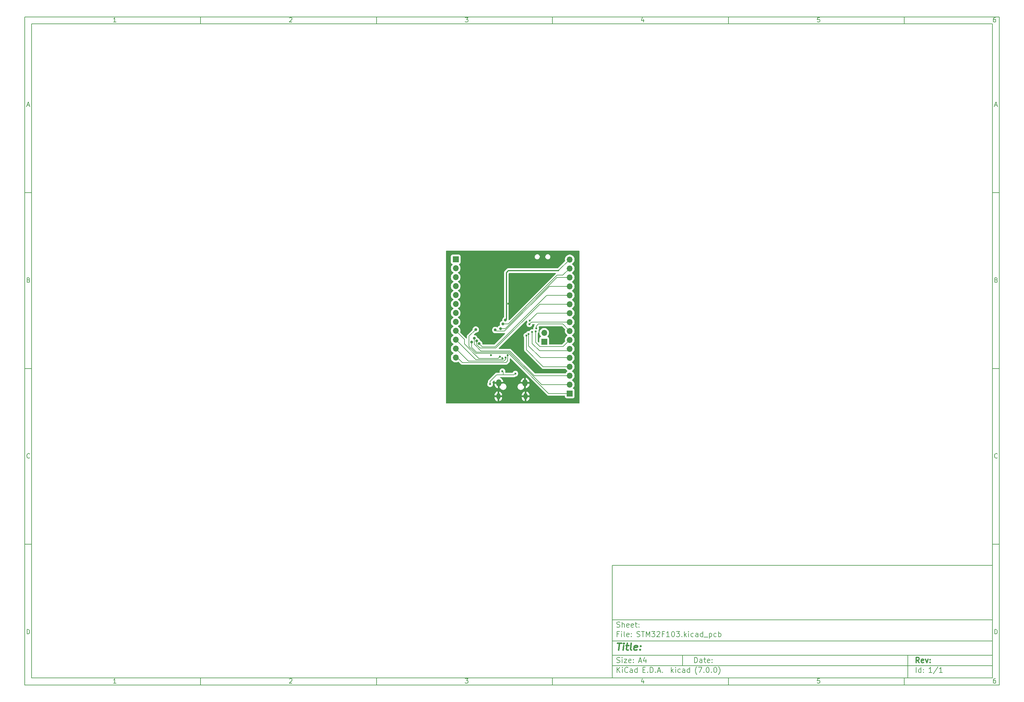
<source format=gbr>
%TF.GenerationSoftware,KiCad,Pcbnew,(7.0.0)*%
%TF.CreationDate,2023-03-08T00:24:42-05:00*%
%TF.ProjectId,STM32F103,53544d33-3246-4313-9033-2e6b69636164,rev?*%
%TF.SameCoordinates,Original*%
%TF.FileFunction,Copper,L2,Bot*%
%TF.FilePolarity,Positive*%
%FSLAX46Y46*%
G04 Gerber Fmt 4.6, Leading zero omitted, Abs format (unit mm)*
G04 Created by KiCad (PCBNEW (7.0.0)) date 2023-03-08 00:24:42*
%MOMM*%
%LPD*%
G01*
G04 APERTURE LIST*
%ADD10C,0.100000*%
%ADD11C,0.150000*%
%ADD12C,0.300000*%
%ADD13C,0.400000*%
%TA.AperFunction,ComponentPad*%
%ADD14R,1.700000X1.700000*%
%TD*%
%TA.AperFunction,ComponentPad*%
%ADD15O,1.700000X1.700000*%
%TD*%
%TA.AperFunction,ComponentPad*%
%ADD16O,1.150000X1.800000*%
%TD*%
%TA.AperFunction,ComponentPad*%
%ADD17O,1.450000X2.000000*%
%TD*%
%TA.AperFunction,ViaPad*%
%ADD18C,0.600000*%
%TD*%
%TA.AperFunction,ViaPad*%
%ADD19C,0.800000*%
%TD*%
%TA.AperFunction,Conductor*%
%ADD20C,0.200000*%
%TD*%
%TA.AperFunction,Conductor*%
%ADD21C,0.300000*%
%TD*%
G04 APERTURE END LIST*
D10*
D11*
X177002200Y-166007200D02*
X285002200Y-166007200D01*
X285002200Y-198007200D01*
X177002200Y-198007200D01*
X177002200Y-166007200D01*
D10*
D11*
X10000000Y-10000000D02*
X287002200Y-10000000D01*
X287002200Y-200007200D01*
X10000000Y-200007200D01*
X10000000Y-10000000D01*
D10*
D11*
X12000000Y-12000000D02*
X285002200Y-12000000D01*
X285002200Y-198007200D01*
X12000000Y-198007200D01*
X12000000Y-12000000D01*
D10*
D11*
X60000000Y-12000000D02*
X60000000Y-10000000D01*
D10*
D11*
X110000000Y-12000000D02*
X110000000Y-10000000D01*
D10*
D11*
X160000000Y-12000000D02*
X160000000Y-10000000D01*
D10*
D11*
X210000000Y-12000000D02*
X210000000Y-10000000D01*
D10*
D11*
X260000000Y-12000000D02*
X260000000Y-10000000D01*
D10*
D11*
X35990476Y-11477595D02*
X35247619Y-11477595D01*
X35619047Y-11477595D02*
X35619047Y-10177595D01*
X35619047Y-10177595D02*
X35495238Y-10363309D01*
X35495238Y-10363309D02*
X35371428Y-10487119D01*
X35371428Y-10487119D02*
X35247619Y-10549023D01*
D10*
D11*
X85247619Y-10301404D02*
X85309523Y-10239500D01*
X85309523Y-10239500D02*
X85433333Y-10177595D01*
X85433333Y-10177595D02*
X85742857Y-10177595D01*
X85742857Y-10177595D02*
X85866666Y-10239500D01*
X85866666Y-10239500D02*
X85928571Y-10301404D01*
X85928571Y-10301404D02*
X85990476Y-10425214D01*
X85990476Y-10425214D02*
X85990476Y-10549023D01*
X85990476Y-10549023D02*
X85928571Y-10734738D01*
X85928571Y-10734738D02*
X85185714Y-11477595D01*
X85185714Y-11477595D02*
X85990476Y-11477595D01*
D10*
D11*
X135185714Y-10177595D02*
X135990476Y-10177595D01*
X135990476Y-10177595D02*
X135557142Y-10672833D01*
X135557142Y-10672833D02*
X135742857Y-10672833D01*
X135742857Y-10672833D02*
X135866666Y-10734738D01*
X135866666Y-10734738D02*
X135928571Y-10796642D01*
X135928571Y-10796642D02*
X135990476Y-10920452D01*
X135990476Y-10920452D02*
X135990476Y-11229976D01*
X135990476Y-11229976D02*
X135928571Y-11353785D01*
X135928571Y-11353785D02*
X135866666Y-11415690D01*
X135866666Y-11415690D02*
X135742857Y-11477595D01*
X135742857Y-11477595D02*
X135371428Y-11477595D01*
X135371428Y-11477595D02*
X135247619Y-11415690D01*
X135247619Y-11415690D02*
X135185714Y-11353785D01*
D10*
D11*
X185866666Y-10610928D02*
X185866666Y-11477595D01*
X185557142Y-10115690D02*
X185247619Y-11044261D01*
X185247619Y-11044261D02*
X186052380Y-11044261D01*
D10*
D11*
X235928571Y-10177595D02*
X235309523Y-10177595D01*
X235309523Y-10177595D02*
X235247619Y-10796642D01*
X235247619Y-10796642D02*
X235309523Y-10734738D01*
X235309523Y-10734738D02*
X235433333Y-10672833D01*
X235433333Y-10672833D02*
X235742857Y-10672833D01*
X235742857Y-10672833D02*
X235866666Y-10734738D01*
X235866666Y-10734738D02*
X235928571Y-10796642D01*
X235928571Y-10796642D02*
X235990476Y-10920452D01*
X235990476Y-10920452D02*
X235990476Y-11229976D01*
X235990476Y-11229976D02*
X235928571Y-11353785D01*
X235928571Y-11353785D02*
X235866666Y-11415690D01*
X235866666Y-11415690D02*
X235742857Y-11477595D01*
X235742857Y-11477595D02*
X235433333Y-11477595D01*
X235433333Y-11477595D02*
X235309523Y-11415690D01*
X235309523Y-11415690D02*
X235247619Y-11353785D01*
D10*
D11*
X285866666Y-10177595D02*
X285619047Y-10177595D01*
X285619047Y-10177595D02*
X285495238Y-10239500D01*
X285495238Y-10239500D02*
X285433333Y-10301404D01*
X285433333Y-10301404D02*
X285309523Y-10487119D01*
X285309523Y-10487119D02*
X285247619Y-10734738D01*
X285247619Y-10734738D02*
X285247619Y-11229976D01*
X285247619Y-11229976D02*
X285309523Y-11353785D01*
X285309523Y-11353785D02*
X285371428Y-11415690D01*
X285371428Y-11415690D02*
X285495238Y-11477595D01*
X285495238Y-11477595D02*
X285742857Y-11477595D01*
X285742857Y-11477595D02*
X285866666Y-11415690D01*
X285866666Y-11415690D02*
X285928571Y-11353785D01*
X285928571Y-11353785D02*
X285990476Y-11229976D01*
X285990476Y-11229976D02*
X285990476Y-10920452D01*
X285990476Y-10920452D02*
X285928571Y-10796642D01*
X285928571Y-10796642D02*
X285866666Y-10734738D01*
X285866666Y-10734738D02*
X285742857Y-10672833D01*
X285742857Y-10672833D02*
X285495238Y-10672833D01*
X285495238Y-10672833D02*
X285371428Y-10734738D01*
X285371428Y-10734738D02*
X285309523Y-10796642D01*
X285309523Y-10796642D02*
X285247619Y-10920452D01*
D10*
D11*
X60000000Y-198007200D02*
X60000000Y-200007200D01*
D10*
D11*
X110000000Y-198007200D02*
X110000000Y-200007200D01*
D10*
D11*
X160000000Y-198007200D02*
X160000000Y-200007200D01*
D10*
D11*
X210000000Y-198007200D02*
X210000000Y-200007200D01*
D10*
D11*
X260000000Y-198007200D02*
X260000000Y-200007200D01*
D10*
D11*
X35990476Y-199484795D02*
X35247619Y-199484795D01*
X35619047Y-199484795D02*
X35619047Y-198184795D01*
X35619047Y-198184795D02*
X35495238Y-198370509D01*
X35495238Y-198370509D02*
X35371428Y-198494319D01*
X35371428Y-198494319D02*
X35247619Y-198556223D01*
D10*
D11*
X85247619Y-198308604D02*
X85309523Y-198246700D01*
X85309523Y-198246700D02*
X85433333Y-198184795D01*
X85433333Y-198184795D02*
X85742857Y-198184795D01*
X85742857Y-198184795D02*
X85866666Y-198246700D01*
X85866666Y-198246700D02*
X85928571Y-198308604D01*
X85928571Y-198308604D02*
X85990476Y-198432414D01*
X85990476Y-198432414D02*
X85990476Y-198556223D01*
X85990476Y-198556223D02*
X85928571Y-198741938D01*
X85928571Y-198741938D02*
X85185714Y-199484795D01*
X85185714Y-199484795D02*
X85990476Y-199484795D01*
D10*
D11*
X135185714Y-198184795D02*
X135990476Y-198184795D01*
X135990476Y-198184795D02*
X135557142Y-198680033D01*
X135557142Y-198680033D02*
X135742857Y-198680033D01*
X135742857Y-198680033D02*
X135866666Y-198741938D01*
X135866666Y-198741938D02*
X135928571Y-198803842D01*
X135928571Y-198803842D02*
X135990476Y-198927652D01*
X135990476Y-198927652D02*
X135990476Y-199237176D01*
X135990476Y-199237176D02*
X135928571Y-199360985D01*
X135928571Y-199360985D02*
X135866666Y-199422890D01*
X135866666Y-199422890D02*
X135742857Y-199484795D01*
X135742857Y-199484795D02*
X135371428Y-199484795D01*
X135371428Y-199484795D02*
X135247619Y-199422890D01*
X135247619Y-199422890D02*
X135185714Y-199360985D01*
D10*
D11*
X185866666Y-198618128D02*
X185866666Y-199484795D01*
X185557142Y-198122890D02*
X185247619Y-199051461D01*
X185247619Y-199051461D02*
X186052380Y-199051461D01*
D10*
D11*
X235928571Y-198184795D02*
X235309523Y-198184795D01*
X235309523Y-198184795D02*
X235247619Y-198803842D01*
X235247619Y-198803842D02*
X235309523Y-198741938D01*
X235309523Y-198741938D02*
X235433333Y-198680033D01*
X235433333Y-198680033D02*
X235742857Y-198680033D01*
X235742857Y-198680033D02*
X235866666Y-198741938D01*
X235866666Y-198741938D02*
X235928571Y-198803842D01*
X235928571Y-198803842D02*
X235990476Y-198927652D01*
X235990476Y-198927652D02*
X235990476Y-199237176D01*
X235990476Y-199237176D02*
X235928571Y-199360985D01*
X235928571Y-199360985D02*
X235866666Y-199422890D01*
X235866666Y-199422890D02*
X235742857Y-199484795D01*
X235742857Y-199484795D02*
X235433333Y-199484795D01*
X235433333Y-199484795D02*
X235309523Y-199422890D01*
X235309523Y-199422890D02*
X235247619Y-199360985D01*
D10*
D11*
X285866666Y-198184795D02*
X285619047Y-198184795D01*
X285619047Y-198184795D02*
X285495238Y-198246700D01*
X285495238Y-198246700D02*
X285433333Y-198308604D01*
X285433333Y-198308604D02*
X285309523Y-198494319D01*
X285309523Y-198494319D02*
X285247619Y-198741938D01*
X285247619Y-198741938D02*
X285247619Y-199237176D01*
X285247619Y-199237176D02*
X285309523Y-199360985D01*
X285309523Y-199360985D02*
X285371428Y-199422890D01*
X285371428Y-199422890D02*
X285495238Y-199484795D01*
X285495238Y-199484795D02*
X285742857Y-199484795D01*
X285742857Y-199484795D02*
X285866666Y-199422890D01*
X285866666Y-199422890D02*
X285928571Y-199360985D01*
X285928571Y-199360985D02*
X285990476Y-199237176D01*
X285990476Y-199237176D02*
X285990476Y-198927652D01*
X285990476Y-198927652D02*
X285928571Y-198803842D01*
X285928571Y-198803842D02*
X285866666Y-198741938D01*
X285866666Y-198741938D02*
X285742857Y-198680033D01*
X285742857Y-198680033D02*
X285495238Y-198680033D01*
X285495238Y-198680033D02*
X285371428Y-198741938D01*
X285371428Y-198741938D02*
X285309523Y-198803842D01*
X285309523Y-198803842D02*
X285247619Y-198927652D01*
D10*
D11*
X10000000Y-60000000D02*
X12000000Y-60000000D01*
D10*
D11*
X10000000Y-110000000D02*
X12000000Y-110000000D01*
D10*
D11*
X10000000Y-160000000D02*
X12000000Y-160000000D01*
D10*
D11*
X10690476Y-35106166D02*
X11309523Y-35106166D01*
X10566666Y-35477595D02*
X10999999Y-34177595D01*
X10999999Y-34177595D02*
X11433333Y-35477595D01*
D10*
D11*
X11092857Y-84796642D02*
X11278571Y-84858547D01*
X11278571Y-84858547D02*
X11340476Y-84920452D01*
X11340476Y-84920452D02*
X11402380Y-85044261D01*
X11402380Y-85044261D02*
X11402380Y-85229976D01*
X11402380Y-85229976D02*
X11340476Y-85353785D01*
X11340476Y-85353785D02*
X11278571Y-85415690D01*
X11278571Y-85415690D02*
X11154761Y-85477595D01*
X11154761Y-85477595D02*
X10659523Y-85477595D01*
X10659523Y-85477595D02*
X10659523Y-84177595D01*
X10659523Y-84177595D02*
X11092857Y-84177595D01*
X11092857Y-84177595D02*
X11216666Y-84239500D01*
X11216666Y-84239500D02*
X11278571Y-84301404D01*
X11278571Y-84301404D02*
X11340476Y-84425214D01*
X11340476Y-84425214D02*
X11340476Y-84549023D01*
X11340476Y-84549023D02*
X11278571Y-84672833D01*
X11278571Y-84672833D02*
X11216666Y-84734738D01*
X11216666Y-84734738D02*
X11092857Y-84796642D01*
X11092857Y-84796642D02*
X10659523Y-84796642D01*
D10*
D11*
X11402380Y-135353785D02*
X11340476Y-135415690D01*
X11340476Y-135415690D02*
X11154761Y-135477595D01*
X11154761Y-135477595D02*
X11030952Y-135477595D01*
X11030952Y-135477595D02*
X10845238Y-135415690D01*
X10845238Y-135415690D02*
X10721428Y-135291880D01*
X10721428Y-135291880D02*
X10659523Y-135168071D01*
X10659523Y-135168071D02*
X10597619Y-134920452D01*
X10597619Y-134920452D02*
X10597619Y-134734738D01*
X10597619Y-134734738D02*
X10659523Y-134487119D01*
X10659523Y-134487119D02*
X10721428Y-134363309D01*
X10721428Y-134363309D02*
X10845238Y-134239500D01*
X10845238Y-134239500D02*
X11030952Y-134177595D01*
X11030952Y-134177595D02*
X11154761Y-134177595D01*
X11154761Y-134177595D02*
X11340476Y-134239500D01*
X11340476Y-134239500D02*
X11402380Y-134301404D01*
D10*
D11*
X10659523Y-185477595D02*
X10659523Y-184177595D01*
X10659523Y-184177595D02*
X10969047Y-184177595D01*
X10969047Y-184177595D02*
X11154761Y-184239500D01*
X11154761Y-184239500D02*
X11278571Y-184363309D01*
X11278571Y-184363309D02*
X11340476Y-184487119D01*
X11340476Y-184487119D02*
X11402380Y-184734738D01*
X11402380Y-184734738D02*
X11402380Y-184920452D01*
X11402380Y-184920452D02*
X11340476Y-185168071D01*
X11340476Y-185168071D02*
X11278571Y-185291880D01*
X11278571Y-185291880D02*
X11154761Y-185415690D01*
X11154761Y-185415690D02*
X10969047Y-185477595D01*
X10969047Y-185477595D02*
X10659523Y-185477595D01*
D10*
D11*
X287002200Y-60000000D02*
X285002200Y-60000000D01*
D10*
D11*
X287002200Y-110000000D02*
X285002200Y-110000000D01*
D10*
D11*
X287002200Y-160000000D02*
X285002200Y-160000000D01*
D10*
D11*
X285692676Y-35106166D02*
X286311723Y-35106166D01*
X285568866Y-35477595D02*
X286002199Y-34177595D01*
X286002199Y-34177595D02*
X286435533Y-35477595D01*
D10*
D11*
X286095057Y-84796642D02*
X286280771Y-84858547D01*
X286280771Y-84858547D02*
X286342676Y-84920452D01*
X286342676Y-84920452D02*
X286404580Y-85044261D01*
X286404580Y-85044261D02*
X286404580Y-85229976D01*
X286404580Y-85229976D02*
X286342676Y-85353785D01*
X286342676Y-85353785D02*
X286280771Y-85415690D01*
X286280771Y-85415690D02*
X286156961Y-85477595D01*
X286156961Y-85477595D02*
X285661723Y-85477595D01*
X285661723Y-85477595D02*
X285661723Y-84177595D01*
X285661723Y-84177595D02*
X286095057Y-84177595D01*
X286095057Y-84177595D02*
X286218866Y-84239500D01*
X286218866Y-84239500D02*
X286280771Y-84301404D01*
X286280771Y-84301404D02*
X286342676Y-84425214D01*
X286342676Y-84425214D02*
X286342676Y-84549023D01*
X286342676Y-84549023D02*
X286280771Y-84672833D01*
X286280771Y-84672833D02*
X286218866Y-84734738D01*
X286218866Y-84734738D02*
X286095057Y-84796642D01*
X286095057Y-84796642D02*
X285661723Y-84796642D01*
D10*
D11*
X286404580Y-135353785D02*
X286342676Y-135415690D01*
X286342676Y-135415690D02*
X286156961Y-135477595D01*
X286156961Y-135477595D02*
X286033152Y-135477595D01*
X286033152Y-135477595D02*
X285847438Y-135415690D01*
X285847438Y-135415690D02*
X285723628Y-135291880D01*
X285723628Y-135291880D02*
X285661723Y-135168071D01*
X285661723Y-135168071D02*
X285599819Y-134920452D01*
X285599819Y-134920452D02*
X285599819Y-134734738D01*
X285599819Y-134734738D02*
X285661723Y-134487119D01*
X285661723Y-134487119D02*
X285723628Y-134363309D01*
X285723628Y-134363309D02*
X285847438Y-134239500D01*
X285847438Y-134239500D02*
X286033152Y-134177595D01*
X286033152Y-134177595D02*
X286156961Y-134177595D01*
X286156961Y-134177595D02*
X286342676Y-134239500D01*
X286342676Y-134239500D02*
X286404580Y-134301404D01*
D10*
D11*
X285661723Y-185477595D02*
X285661723Y-184177595D01*
X285661723Y-184177595D02*
X285971247Y-184177595D01*
X285971247Y-184177595D02*
X286156961Y-184239500D01*
X286156961Y-184239500D02*
X286280771Y-184363309D01*
X286280771Y-184363309D02*
X286342676Y-184487119D01*
X286342676Y-184487119D02*
X286404580Y-184734738D01*
X286404580Y-184734738D02*
X286404580Y-184920452D01*
X286404580Y-184920452D02*
X286342676Y-185168071D01*
X286342676Y-185168071D02*
X286280771Y-185291880D01*
X286280771Y-185291880D02*
X286156961Y-185415690D01*
X286156961Y-185415690D02*
X285971247Y-185477595D01*
X285971247Y-185477595D02*
X285661723Y-185477595D01*
D10*
D11*
X200359342Y-193658271D02*
X200359342Y-192158271D01*
X200359342Y-192158271D02*
X200716485Y-192158271D01*
X200716485Y-192158271D02*
X200930771Y-192229700D01*
X200930771Y-192229700D02*
X201073628Y-192372557D01*
X201073628Y-192372557D02*
X201145057Y-192515414D01*
X201145057Y-192515414D02*
X201216485Y-192801128D01*
X201216485Y-192801128D02*
X201216485Y-193015414D01*
X201216485Y-193015414D02*
X201145057Y-193301128D01*
X201145057Y-193301128D02*
X201073628Y-193443985D01*
X201073628Y-193443985D02*
X200930771Y-193586842D01*
X200930771Y-193586842D02*
X200716485Y-193658271D01*
X200716485Y-193658271D02*
X200359342Y-193658271D01*
X202502200Y-193658271D02*
X202502200Y-192872557D01*
X202502200Y-192872557D02*
X202430771Y-192729700D01*
X202430771Y-192729700D02*
X202287914Y-192658271D01*
X202287914Y-192658271D02*
X202002200Y-192658271D01*
X202002200Y-192658271D02*
X201859342Y-192729700D01*
X202502200Y-193586842D02*
X202359342Y-193658271D01*
X202359342Y-193658271D02*
X202002200Y-193658271D01*
X202002200Y-193658271D02*
X201859342Y-193586842D01*
X201859342Y-193586842D02*
X201787914Y-193443985D01*
X201787914Y-193443985D02*
X201787914Y-193301128D01*
X201787914Y-193301128D02*
X201859342Y-193158271D01*
X201859342Y-193158271D02*
X202002200Y-193086842D01*
X202002200Y-193086842D02*
X202359342Y-193086842D01*
X202359342Y-193086842D02*
X202502200Y-193015414D01*
X203002200Y-192658271D02*
X203573628Y-192658271D01*
X203216485Y-192158271D02*
X203216485Y-193443985D01*
X203216485Y-193443985D02*
X203287914Y-193586842D01*
X203287914Y-193586842D02*
X203430771Y-193658271D01*
X203430771Y-193658271D02*
X203573628Y-193658271D01*
X204645057Y-193586842D02*
X204502200Y-193658271D01*
X204502200Y-193658271D02*
X204216486Y-193658271D01*
X204216486Y-193658271D02*
X204073628Y-193586842D01*
X204073628Y-193586842D02*
X204002200Y-193443985D01*
X204002200Y-193443985D02*
X204002200Y-192872557D01*
X204002200Y-192872557D02*
X204073628Y-192729700D01*
X204073628Y-192729700D02*
X204216486Y-192658271D01*
X204216486Y-192658271D02*
X204502200Y-192658271D01*
X204502200Y-192658271D02*
X204645057Y-192729700D01*
X204645057Y-192729700D02*
X204716486Y-192872557D01*
X204716486Y-192872557D02*
X204716486Y-193015414D01*
X204716486Y-193015414D02*
X204002200Y-193158271D01*
X205359342Y-193515414D02*
X205430771Y-193586842D01*
X205430771Y-193586842D02*
X205359342Y-193658271D01*
X205359342Y-193658271D02*
X205287914Y-193586842D01*
X205287914Y-193586842D02*
X205359342Y-193515414D01*
X205359342Y-193515414D02*
X205359342Y-193658271D01*
X205359342Y-192729700D02*
X205430771Y-192801128D01*
X205430771Y-192801128D02*
X205359342Y-192872557D01*
X205359342Y-192872557D02*
X205287914Y-192801128D01*
X205287914Y-192801128D02*
X205359342Y-192729700D01*
X205359342Y-192729700D02*
X205359342Y-192872557D01*
D10*
D11*
X177002200Y-194507200D02*
X285002200Y-194507200D01*
D10*
D11*
X178359342Y-196458271D02*
X178359342Y-194958271D01*
X179216485Y-196458271D02*
X178573628Y-195601128D01*
X179216485Y-194958271D02*
X178359342Y-195815414D01*
X179859342Y-196458271D02*
X179859342Y-195458271D01*
X179859342Y-194958271D02*
X179787914Y-195029700D01*
X179787914Y-195029700D02*
X179859342Y-195101128D01*
X179859342Y-195101128D02*
X179930771Y-195029700D01*
X179930771Y-195029700D02*
X179859342Y-194958271D01*
X179859342Y-194958271D02*
X179859342Y-195101128D01*
X181430771Y-196315414D02*
X181359343Y-196386842D01*
X181359343Y-196386842D02*
X181145057Y-196458271D01*
X181145057Y-196458271D02*
X181002200Y-196458271D01*
X181002200Y-196458271D02*
X180787914Y-196386842D01*
X180787914Y-196386842D02*
X180645057Y-196243985D01*
X180645057Y-196243985D02*
X180573628Y-196101128D01*
X180573628Y-196101128D02*
X180502200Y-195815414D01*
X180502200Y-195815414D02*
X180502200Y-195601128D01*
X180502200Y-195601128D02*
X180573628Y-195315414D01*
X180573628Y-195315414D02*
X180645057Y-195172557D01*
X180645057Y-195172557D02*
X180787914Y-195029700D01*
X180787914Y-195029700D02*
X181002200Y-194958271D01*
X181002200Y-194958271D02*
X181145057Y-194958271D01*
X181145057Y-194958271D02*
X181359343Y-195029700D01*
X181359343Y-195029700D02*
X181430771Y-195101128D01*
X182716486Y-196458271D02*
X182716486Y-195672557D01*
X182716486Y-195672557D02*
X182645057Y-195529700D01*
X182645057Y-195529700D02*
X182502200Y-195458271D01*
X182502200Y-195458271D02*
X182216486Y-195458271D01*
X182216486Y-195458271D02*
X182073628Y-195529700D01*
X182716486Y-196386842D02*
X182573628Y-196458271D01*
X182573628Y-196458271D02*
X182216486Y-196458271D01*
X182216486Y-196458271D02*
X182073628Y-196386842D01*
X182073628Y-196386842D02*
X182002200Y-196243985D01*
X182002200Y-196243985D02*
X182002200Y-196101128D01*
X182002200Y-196101128D02*
X182073628Y-195958271D01*
X182073628Y-195958271D02*
X182216486Y-195886842D01*
X182216486Y-195886842D02*
X182573628Y-195886842D01*
X182573628Y-195886842D02*
X182716486Y-195815414D01*
X184073629Y-196458271D02*
X184073629Y-194958271D01*
X184073629Y-196386842D02*
X183930771Y-196458271D01*
X183930771Y-196458271D02*
X183645057Y-196458271D01*
X183645057Y-196458271D02*
X183502200Y-196386842D01*
X183502200Y-196386842D02*
X183430771Y-196315414D01*
X183430771Y-196315414D02*
X183359343Y-196172557D01*
X183359343Y-196172557D02*
X183359343Y-195743985D01*
X183359343Y-195743985D02*
X183430771Y-195601128D01*
X183430771Y-195601128D02*
X183502200Y-195529700D01*
X183502200Y-195529700D02*
X183645057Y-195458271D01*
X183645057Y-195458271D02*
X183930771Y-195458271D01*
X183930771Y-195458271D02*
X184073629Y-195529700D01*
X185687914Y-195672557D02*
X186187914Y-195672557D01*
X186402200Y-196458271D02*
X185687914Y-196458271D01*
X185687914Y-196458271D02*
X185687914Y-194958271D01*
X185687914Y-194958271D02*
X186402200Y-194958271D01*
X187045057Y-196315414D02*
X187116486Y-196386842D01*
X187116486Y-196386842D02*
X187045057Y-196458271D01*
X187045057Y-196458271D02*
X186973629Y-196386842D01*
X186973629Y-196386842D02*
X187045057Y-196315414D01*
X187045057Y-196315414D02*
X187045057Y-196458271D01*
X187759343Y-196458271D02*
X187759343Y-194958271D01*
X187759343Y-194958271D02*
X188116486Y-194958271D01*
X188116486Y-194958271D02*
X188330772Y-195029700D01*
X188330772Y-195029700D02*
X188473629Y-195172557D01*
X188473629Y-195172557D02*
X188545058Y-195315414D01*
X188545058Y-195315414D02*
X188616486Y-195601128D01*
X188616486Y-195601128D02*
X188616486Y-195815414D01*
X188616486Y-195815414D02*
X188545058Y-196101128D01*
X188545058Y-196101128D02*
X188473629Y-196243985D01*
X188473629Y-196243985D02*
X188330772Y-196386842D01*
X188330772Y-196386842D02*
X188116486Y-196458271D01*
X188116486Y-196458271D02*
X187759343Y-196458271D01*
X189259343Y-196315414D02*
X189330772Y-196386842D01*
X189330772Y-196386842D02*
X189259343Y-196458271D01*
X189259343Y-196458271D02*
X189187915Y-196386842D01*
X189187915Y-196386842D02*
X189259343Y-196315414D01*
X189259343Y-196315414D02*
X189259343Y-196458271D01*
X189902201Y-196029700D02*
X190616487Y-196029700D01*
X189759344Y-196458271D02*
X190259344Y-194958271D01*
X190259344Y-194958271D02*
X190759344Y-196458271D01*
X191259343Y-196315414D02*
X191330772Y-196386842D01*
X191330772Y-196386842D02*
X191259343Y-196458271D01*
X191259343Y-196458271D02*
X191187915Y-196386842D01*
X191187915Y-196386842D02*
X191259343Y-196315414D01*
X191259343Y-196315414D02*
X191259343Y-196458271D01*
X193773629Y-196458271D02*
X193773629Y-194958271D01*
X193916487Y-195886842D02*
X194345058Y-196458271D01*
X194345058Y-195458271D02*
X193773629Y-196029700D01*
X194987915Y-196458271D02*
X194987915Y-195458271D01*
X194987915Y-194958271D02*
X194916487Y-195029700D01*
X194916487Y-195029700D02*
X194987915Y-195101128D01*
X194987915Y-195101128D02*
X195059344Y-195029700D01*
X195059344Y-195029700D02*
X194987915Y-194958271D01*
X194987915Y-194958271D02*
X194987915Y-195101128D01*
X196345059Y-196386842D02*
X196202201Y-196458271D01*
X196202201Y-196458271D02*
X195916487Y-196458271D01*
X195916487Y-196458271D02*
X195773630Y-196386842D01*
X195773630Y-196386842D02*
X195702201Y-196315414D01*
X195702201Y-196315414D02*
X195630773Y-196172557D01*
X195630773Y-196172557D02*
X195630773Y-195743985D01*
X195630773Y-195743985D02*
X195702201Y-195601128D01*
X195702201Y-195601128D02*
X195773630Y-195529700D01*
X195773630Y-195529700D02*
X195916487Y-195458271D01*
X195916487Y-195458271D02*
X196202201Y-195458271D01*
X196202201Y-195458271D02*
X196345059Y-195529700D01*
X197630773Y-196458271D02*
X197630773Y-195672557D01*
X197630773Y-195672557D02*
X197559344Y-195529700D01*
X197559344Y-195529700D02*
X197416487Y-195458271D01*
X197416487Y-195458271D02*
X197130773Y-195458271D01*
X197130773Y-195458271D02*
X196987915Y-195529700D01*
X197630773Y-196386842D02*
X197487915Y-196458271D01*
X197487915Y-196458271D02*
X197130773Y-196458271D01*
X197130773Y-196458271D02*
X196987915Y-196386842D01*
X196987915Y-196386842D02*
X196916487Y-196243985D01*
X196916487Y-196243985D02*
X196916487Y-196101128D01*
X196916487Y-196101128D02*
X196987915Y-195958271D01*
X196987915Y-195958271D02*
X197130773Y-195886842D01*
X197130773Y-195886842D02*
X197487915Y-195886842D01*
X197487915Y-195886842D02*
X197630773Y-195815414D01*
X198987916Y-196458271D02*
X198987916Y-194958271D01*
X198987916Y-196386842D02*
X198845058Y-196458271D01*
X198845058Y-196458271D02*
X198559344Y-196458271D01*
X198559344Y-196458271D02*
X198416487Y-196386842D01*
X198416487Y-196386842D02*
X198345058Y-196315414D01*
X198345058Y-196315414D02*
X198273630Y-196172557D01*
X198273630Y-196172557D02*
X198273630Y-195743985D01*
X198273630Y-195743985D02*
X198345058Y-195601128D01*
X198345058Y-195601128D02*
X198416487Y-195529700D01*
X198416487Y-195529700D02*
X198559344Y-195458271D01*
X198559344Y-195458271D02*
X198845058Y-195458271D01*
X198845058Y-195458271D02*
X198987916Y-195529700D01*
X201030773Y-197029700D02*
X200959344Y-196958271D01*
X200959344Y-196958271D02*
X200816487Y-196743985D01*
X200816487Y-196743985D02*
X200745059Y-196601128D01*
X200745059Y-196601128D02*
X200673630Y-196386842D01*
X200673630Y-196386842D02*
X200602201Y-196029700D01*
X200602201Y-196029700D02*
X200602201Y-195743985D01*
X200602201Y-195743985D02*
X200673630Y-195386842D01*
X200673630Y-195386842D02*
X200745059Y-195172557D01*
X200745059Y-195172557D02*
X200816487Y-195029700D01*
X200816487Y-195029700D02*
X200959344Y-194815414D01*
X200959344Y-194815414D02*
X201030773Y-194743985D01*
X201459344Y-194958271D02*
X202459344Y-194958271D01*
X202459344Y-194958271D02*
X201816487Y-196458271D01*
X203030772Y-196315414D02*
X203102201Y-196386842D01*
X203102201Y-196386842D02*
X203030772Y-196458271D01*
X203030772Y-196458271D02*
X202959344Y-196386842D01*
X202959344Y-196386842D02*
X203030772Y-196315414D01*
X203030772Y-196315414D02*
X203030772Y-196458271D01*
X204030773Y-194958271D02*
X204173630Y-194958271D01*
X204173630Y-194958271D02*
X204316487Y-195029700D01*
X204316487Y-195029700D02*
X204387916Y-195101128D01*
X204387916Y-195101128D02*
X204459344Y-195243985D01*
X204459344Y-195243985D02*
X204530773Y-195529700D01*
X204530773Y-195529700D02*
X204530773Y-195886842D01*
X204530773Y-195886842D02*
X204459344Y-196172557D01*
X204459344Y-196172557D02*
X204387916Y-196315414D01*
X204387916Y-196315414D02*
X204316487Y-196386842D01*
X204316487Y-196386842D02*
X204173630Y-196458271D01*
X204173630Y-196458271D02*
X204030773Y-196458271D01*
X204030773Y-196458271D02*
X203887916Y-196386842D01*
X203887916Y-196386842D02*
X203816487Y-196315414D01*
X203816487Y-196315414D02*
X203745058Y-196172557D01*
X203745058Y-196172557D02*
X203673630Y-195886842D01*
X203673630Y-195886842D02*
X203673630Y-195529700D01*
X203673630Y-195529700D02*
X203745058Y-195243985D01*
X203745058Y-195243985D02*
X203816487Y-195101128D01*
X203816487Y-195101128D02*
X203887916Y-195029700D01*
X203887916Y-195029700D02*
X204030773Y-194958271D01*
X205173629Y-196315414D02*
X205245058Y-196386842D01*
X205245058Y-196386842D02*
X205173629Y-196458271D01*
X205173629Y-196458271D02*
X205102201Y-196386842D01*
X205102201Y-196386842D02*
X205173629Y-196315414D01*
X205173629Y-196315414D02*
X205173629Y-196458271D01*
X206173630Y-194958271D02*
X206316487Y-194958271D01*
X206316487Y-194958271D02*
X206459344Y-195029700D01*
X206459344Y-195029700D02*
X206530773Y-195101128D01*
X206530773Y-195101128D02*
X206602201Y-195243985D01*
X206602201Y-195243985D02*
X206673630Y-195529700D01*
X206673630Y-195529700D02*
X206673630Y-195886842D01*
X206673630Y-195886842D02*
X206602201Y-196172557D01*
X206602201Y-196172557D02*
X206530773Y-196315414D01*
X206530773Y-196315414D02*
X206459344Y-196386842D01*
X206459344Y-196386842D02*
X206316487Y-196458271D01*
X206316487Y-196458271D02*
X206173630Y-196458271D01*
X206173630Y-196458271D02*
X206030773Y-196386842D01*
X206030773Y-196386842D02*
X205959344Y-196315414D01*
X205959344Y-196315414D02*
X205887915Y-196172557D01*
X205887915Y-196172557D02*
X205816487Y-195886842D01*
X205816487Y-195886842D02*
X205816487Y-195529700D01*
X205816487Y-195529700D02*
X205887915Y-195243985D01*
X205887915Y-195243985D02*
X205959344Y-195101128D01*
X205959344Y-195101128D02*
X206030773Y-195029700D01*
X206030773Y-195029700D02*
X206173630Y-194958271D01*
X207173629Y-197029700D02*
X207245058Y-196958271D01*
X207245058Y-196958271D02*
X207387915Y-196743985D01*
X207387915Y-196743985D02*
X207459344Y-196601128D01*
X207459344Y-196601128D02*
X207530772Y-196386842D01*
X207530772Y-196386842D02*
X207602201Y-196029700D01*
X207602201Y-196029700D02*
X207602201Y-195743985D01*
X207602201Y-195743985D02*
X207530772Y-195386842D01*
X207530772Y-195386842D02*
X207459344Y-195172557D01*
X207459344Y-195172557D02*
X207387915Y-195029700D01*
X207387915Y-195029700D02*
X207245058Y-194815414D01*
X207245058Y-194815414D02*
X207173629Y-194743985D01*
D10*
D11*
X177002200Y-191507200D02*
X285002200Y-191507200D01*
D10*
D12*
X264216485Y-193658271D02*
X263716485Y-192943985D01*
X263359342Y-193658271D02*
X263359342Y-192158271D01*
X263359342Y-192158271D02*
X263930771Y-192158271D01*
X263930771Y-192158271D02*
X264073628Y-192229700D01*
X264073628Y-192229700D02*
X264145057Y-192301128D01*
X264145057Y-192301128D02*
X264216485Y-192443985D01*
X264216485Y-192443985D02*
X264216485Y-192658271D01*
X264216485Y-192658271D02*
X264145057Y-192801128D01*
X264145057Y-192801128D02*
X264073628Y-192872557D01*
X264073628Y-192872557D02*
X263930771Y-192943985D01*
X263930771Y-192943985D02*
X263359342Y-192943985D01*
X265430771Y-193586842D02*
X265287914Y-193658271D01*
X265287914Y-193658271D02*
X265002200Y-193658271D01*
X265002200Y-193658271D02*
X264859342Y-193586842D01*
X264859342Y-193586842D02*
X264787914Y-193443985D01*
X264787914Y-193443985D02*
X264787914Y-192872557D01*
X264787914Y-192872557D02*
X264859342Y-192729700D01*
X264859342Y-192729700D02*
X265002200Y-192658271D01*
X265002200Y-192658271D02*
X265287914Y-192658271D01*
X265287914Y-192658271D02*
X265430771Y-192729700D01*
X265430771Y-192729700D02*
X265502200Y-192872557D01*
X265502200Y-192872557D02*
X265502200Y-193015414D01*
X265502200Y-193015414D02*
X264787914Y-193158271D01*
X266002199Y-192658271D02*
X266359342Y-193658271D01*
X266359342Y-193658271D02*
X266716485Y-192658271D01*
X267287913Y-193515414D02*
X267359342Y-193586842D01*
X267359342Y-193586842D02*
X267287913Y-193658271D01*
X267287913Y-193658271D02*
X267216485Y-193586842D01*
X267216485Y-193586842D02*
X267287913Y-193515414D01*
X267287913Y-193515414D02*
X267287913Y-193658271D01*
X267287913Y-192729700D02*
X267359342Y-192801128D01*
X267359342Y-192801128D02*
X267287913Y-192872557D01*
X267287913Y-192872557D02*
X267216485Y-192801128D01*
X267216485Y-192801128D02*
X267287913Y-192729700D01*
X267287913Y-192729700D02*
X267287913Y-192872557D01*
D10*
D11*
X178287914Y-193586842D02*
X178502200Y-193658271D01*
X178502200Y-193658271D02*
X178859342Y-193658271D01*
X178859342Y-193658271D02*
X179002200Y-193586842D01*
X179002200Y-193586842D02*
X179073628Y-193515414D01*
X179073628Y-193515414D02*
X179145057Y-193372557D01*
X179145057Y-193372557D02*
X179145057Y-193229700D01*
X179145057Y-193229700D02*
X179073628Y-193086842D01*
X179073628Y-193086842D02*
X179002200Y-193015414D01*
X179002200Y-193015414D02*
X178859342Y-192943985D01*
X178859342Y-192943985D02*
X178573628Y-192872557D01*
X178573628Y-192872557D02*
X178430771Y-192801128D01*
X178430771Y-192801128D02*
X178359342Y-192729700D01*
X178359342Y-192729700D02*
X178287914Y-192586842D01*
X178287914Y-192586842D02*
X178287914Y-192443985D01*
X178287914Y-192443985D02*
X178359342Y-192301128D01*
X178359342Y-192301128D02*
X178430771Y-192229700D01*
X178430771Y-192229700D02*
X178573628Y-192158271D01*
X178573628Y-192158271D02*
X178930771Y-192158271D01*
X178930771Y-192158271D02*
X179145057Y-192229700D01*
X179787913Y-193658271D02*
X179787913Y-192658271D01*
X179787913Y-192158271D02*
X179716485Y-192229700D01*
X179716485Y-192229700D02*
X179787913Y-192301128D01*
X179787913Y-192301128D02*
X179859342Y-192229700D01*
X179859342Y-192229700D02*
X179787913Y-192158271D01*
X179787913Y-192158271D02*
X179787913Y-192301128D01*
X180359342Y-192658271D02*
X181145057Y-192658271D01*
X181145057Y-192658271D02*
X180359342Y-193658271D01*
X180359342Y-193658271D02*
X181145057Y-193658271D01*
X182287914Y-193586842D02*
X182145057Y-193658271D01*
X182145057Y-193658271D02*
X181859343Y-193658271D01*
X181859343Y-193658271D02*
X181716485Y-193586842D01*
X181716485Y-193586842D02*
X181645057Y-193443985D01*
X181645057Y-193443985D02*
X181645057Y-192872557D01*
X181645057Y-192872557D02*
X181716485Y-192729700D01*
X181716485Y-192729700D02*
X181859343Y-192658271D01*
X181859343Y-192658271D02*
X182145057Y-192658271D01*
X182145057Y-192658271D02*
X182287914Y-192729700D01*
X182287914Y-192729700D02*
X182359343Y-192872557D01*
X182359343Y-192872557D02*
X182359343Y-193015414D01*
X182359343Y-193015414D02*
X181645057Y-193158271D01*
X183002199Y-193515414D02*
X183073628Y-193586842D01*
X183073628Y-193586842D02*
X183002199Y-193658271D01*
X183002199Y-193658271D02*
X182930771Y-193586842D01*
X182930771Y-193586842D02*
X183002199Y-193515414D01*
X183002199Y-193515414D02*
X183002199Y-193658271D01*
X183002199Y-192729700D02*
X183073628Y-192801128D01*
X183073628Y-192801128D02*
X183002199Y-192872557D01*
X183002199Y-192872557D02*
X182930771Y-192801128D01*
X182930771Y-192801128D02*
X183002199Y-192729700D01*
X183002199Y-192729700D02*
X183002199Y-192872557D01*
X184545057Y-193229700D02*
X185259343Y-193229700D01*
X184402200Y-193658271D02*
X184902200Y-192158271D01*
X184902200Y-192158271D02*
X185402200Y-193658271D01*
X186545057Y-192658271D02*
X186545057Y-193658271D01*
X186187914Y-192086842D02*
X185830771Y-193158271D01*
X185830771Y-193158271D02*
X186759342Y-193158271D01*
D10*
D11*
X263359342Y-196458271D02*
X263359342Y-194958271D01*
X264716486Y-196458271D02*
X264716486Y-194958271D01*
X264716486Y-196386842D02*
X264573628Y-196458271D01*
X264573628Y-196458271D02*
X264287914Y-196458271D01*
X264287914Y-196458271D02*
X264145057Y-196386842D01*
X264145057Y-196386842D02*
X264073628Y-196315414D01*
X264073628Y-196315414D02*
X264002200Y-196172557D01*
X264002200Y-196172557D02*
X264002200Y-195743985D01*
X264002200Y-195743985D02*
X264073628Y-195601128D01*
X264073628Y-195601128D02*
X264145057Y-195529700D01*
X264145057Y-195529700D02*
X264287914Y-195458271D01*
X264287914Y-195458271D02*
X264573628Y-195458271D01*
X264573628Y-195458271D02*
X264716486Y-195529700D01*
X265430771Y-196315414D02*
X265502200Y-196386842D01*
X265502200Y-196386842D02*
X265430771Y-196458271D01*
X265430771Y-196458271D02*
X265359343Y-196386842D01*
X265359343Y-196386842D02*
X265430771Y-196315414D01*
X265430771Y-196315414D02*
X265430771Y-196458271D01*
X265430771Y-195529700D02*
X265502200Y-195601128D01*
X265502200Y-195601128D02*
X265430771Y-195672557D01*
X265430771Y-195672557D02*
X265359343Y-195601128D01*
X265359343Y-195601128D02*
X265430771Y-195529700D01*
X265430771Y-195529700D02*
X265430771Y-195672557D01*
X267830772Y-196458271D02*
X266973629Y-196458271D01*
X267402200Y-196458271D02*
X267402200Y-194958271D01*
X267402200Y-194958271D02*
X267259343Y-195172557D01*
X267259343Y-195172557D02*
X267116486Y-195315414D01*
X267116486Y-195315414D02*
X266973629Y-195386842D01*
X269545057Y-194886842D02*
X268259343Y-196815414D01*
X270830772Y-196458271D02*
X269973629Y-196458271D01*
X270402200Y-196458271D02*
X270402200Y-194958271D01*
X270402200Y-194958271D02*
X270259343Y-195172557D01*
X270259343Y-195172557D02*
X270116486Y-195315414D01*
X270116486Y-195315414D02*
X269973629Y-195386842D01*
D10*
D11*
X177002200Y-187507200D02*
X285002200Y-187507200D01*
D10*
D13*
X178454580Y-188041961D02*
X179597438Y-188041961D01*
X178776009Y-190041961D02*
X179026009Y-188041961D01*
X180014105Y-190041961D02*
X180180771Y-188708628D01*
X180264105Y-188041961D02*
X180156962Y-188137200D01*
X180156962Y-188137200D02*
X180240295Y-188232438D01*
X180240295Y-188232438D02*
X180347438Y-188137200D01*
X180347438Y-188137200D02*
X180264105Y-188041961D01*
X180264105Y-188041961D02*
X180240295Y-188232438D01*
X180847438Y-188708628D02*
X181609343Y-188708628D01*
X181216486Y-188041961D02*
X181002200Y-189756247D01*
X181002200Y-189756247D02*
X181073629Y-189946723D01*
X181073629Y-189946723D02*
X181252200Y-190041961D01*
X181252200Y-190041961D02*
X181442676Y-190041961D01*
X182395057Y-190041961D02*
X182216486Y-189946723D01*
X182216486Y-189946723D02*
X182145057Y-189756247D01*
X182145057Y-189756247D02*
X182359343Y-188041961D01*
X183930771Y-189946723D02*
X183728390Y-190041961D01*
X183728390Y-190041961D02*
X183347438Y-190041961D01*
X183347438Y-190041961D02*
X183168867Y-189946723D01*
X183168867Y-189946723D02*
X183097438Y-189756247D01*
X183097438Y-189756247D02*
X183192676Y-188994342D01*
X183192676Y-188994342D02*
X183311724Y-188803866D01*
X183311724Y-188803866D02*
X183514105Y-188708628D01*
X183514105Y-188708628D02*
X183895057Y-188708628D01*
X183895057Y-188708628D02*
X184073628Y-188803866D01*
X184073628Y-188803866D02*
X184145057Y-188994342D01*
X184145057Y-188994342D02*
X184121247Y-189184819D01*
X184121247Y-189184819D02*
X183145057Y-189375295D01*
X184895057Y-189851485D02*
X184978391Y-189946723D01*
X184978391Y-189946723D02*
X184871248Y-190041961D01*
X184871248Y-190041961D02*
X184787914Y-189946723D01*
X184787914Y-189946723D02*
X184895057Y-189851485D01*
X184895057Y-189851485D02*
X184871248Y-190041961D01*
X185026010Y-188803866D02*
X185109343Y-188899104D01*
X185109343Y-188899104D02*
X185002200Y-188994342D01*
X185002200Y-188994342D02*
X184918867Y-188899104D01*
X184918867Y-188899104D02*
X185026010Y-188803866D01*
X185026010Y-188803866D02*
X185002200Y-188994342D01*
D10*
D11*
X178859342Y-185472557D02*
X178359342Y-185472557D01*
X178359342Y-186258271D02*
X178359342Y-184758271D01*
X178359342Y-184758271D02*
X179073628Y-184758271D01*
X179645056Y-186258271D02*
X179645056Y-185258271D01*
X179645056Y-184758271D02*
X179573628Y-184829700D01*
X179573628Y-184829700D02*
X179645056Y-184901128D01*
X179645056Y-184901128D02*
X179716485Y-184829700D01*
X179716485Y-184829700D02*
X179645056Y-184758271D01*
X179645056Y-184758271D02*
X179645056Y-184901128D01*
X180573628Y-186258271D02*
X180430771Y-186186842D01*
X180430771Y-186186842D02*
X180359342Y-186043985D01*
X180359342Y-186043985D02*
X180359342Y-184758271D01*
X181716485Y-186186842D02*
X181573628Y-186258271D01*
X181573628Y-186258271D02*
X181287914Y-186258271D01*
X181287914Y-186258271D02*
X181145056Y-186186842D01*
X181145056Y-186186842D02*
X181073628Y-186043985D01*
X181073628Y-186043985D02*
X181073628Y-185472557D01*
X181073628Y-185472557D02*
X181145056Y-185329700D01*
X181145056Y-185329700D02*
X181287914Y-185258271D01*
X181287914Y-185258271D02*
X181573628Y-185258271D01*
X181573628Y-185258271D02*
X181716485Y-185329700D01*
X181716485Y-185329700D02*
X181787914Y-185472557D01*
X181787914Y-185472557D02*
X181787914Y-185615414D01*
X181787914Y-185615414D02*
X181073628Y-185758271D01*
X182430770Y-186115414D02*
X182502199Y-186186842D01*
X182502199Y-186186842D02*
X182430770Y-186258271D01*
X182430770Y-186258271D02*
X182359342Y-186186842D01*
X182359342Y-186186842D02*
X182430770Y-186115414D01*
X182430770Y-186115414D02*
X182430770Y-186258271D01*
X182430770Y-185329700D02*
X182502199Y-185401128D01*
X182502199Y-185401128D02*
X182430770Y-185472557D01*
X182430770Y-185472557D02*
X182359342Y-185401128D01*
X182359342Y-185401128D02*
X182430770Y-185329700D01*
X182430770Y-185329700D02*
X182430770Y-185472557D01*
X183973628Y-186186842D02*
X184187914Y-186258271D01*
X184187914Y-186258271D02*
X184545056Y-186258271D01*
X184545056Y-186258271D02*
X184687914Y-186186842D01*
X184687914Y-186186842D02*
X184759342Y-186115414D01*
X184759342Y-186115414D02*
X184830771Y-185972557D01*
X184830771Y-185972557D02*
X184830771Y-185829700D01*
X184830771Y-185829700D02*
X184759342Y-185686842D01*
X184759342Y-185686842D02*
X184687914Y-185615414D01*
X184687914Y-185615414D02*
X184545056Y-185543985D01*
X184545056Y-185543985D02*
X184259342Y-185472557D01*
X184259342Y-185472557D02*
X184116485Y-185401128D01*
X184116485Y-185401128D02*
X184045056Y-185329700D01*
X184045056Y-185329700D02*
X183973628Y-185186842D01*
X183973628Y-185186842D02*
X183973628Y-185043985D01*
X183973628Y-185043985D02*
X184045056Y-184901128D01*
X184045056Y-184901128D02*
X184116485Y-184829700D01*
X184116485Y-184829700D02*
X184259342Y-184758271D01*
X184259342Y-184758271D02*
X184616485Y-184758271D01*
X184616485Y-184758271D02*
X184830771Y-184829700D01*
X185259342Y-184758271D02*
X186116485Y-184758271D01*
X185687913Y-186258271D02*
X185687913Y-184758271D01*
X186616484Y-186258271D02*
X186616484Y-184758271D01*
X186616484Y-184758271D02*
X187116484Y-185829700D01*
X187116484Y-185829700D02*
X187616484Y-184758271D01*
X187616484Y-184758271D02*
X187616484Y-186258271D01*
X188187913Y-184758271D02*
X189116485Y-184758271D01*
X189116485Y-184758271D02*
X188616485Y-185329700D01*
X188616485Y-185329700D02*
X188830770Y-185329700D01*
X188830770Y-185329700D02*
X188973628Y-185401128D01*
X188973628Y-185401128D02*
X189045056Y-185472557D01*
X189045056Y-185472557D02*
X189116485Y-185615414D01*
X189116485Y-185615414D02*
X189116485Y-185972557D01*
X189116485Y-185972557D02*
X189045056Y-186115414D01*
X189045056Y-186115414D02*
X188973628Y-186186842D01*
X188973628Y-186186842D02*
X188830770Y-186258271D01*
X188830770Y-186258271D02*
X188402199Y-186258271D01*
X188402199Y-186258271D02*
X188259342Y-186186842D01*
X188259342Y-186186842D02*
X188187913Y-186115414D01*
X189687913Y-184901128D02*
X189759341Y-184829700D01*
X189759341Y-184829700D02*
X189902199Y-184758271D01*
X189902199Y-184758271D02*
X190259341Y-184758271D01*
X190259341Y-184758271D02*
X190402199Y-184829700D01*
X190402199Y-184829700D02*
X190473627Y-184901128D01*
X190473627Y-184901128D02*
X190545056Y-185043985D01*
X190545056Y-185043985D02*
X190545056Y-185186842D01*
X190545056Y-185186842D02*
X190473627Y-185401128D01*
X190473627Y-185401128D02*
X189616484Y-186258271D01*
X189616484Y-186258271D02*
X190545056Y-186258271D01*
X191687912Y-185472557D02*
X191187912Y-185472557D01*
X191187912Y-186258271D02*
X191187912Y-184758271D01*
X191187912Y-184758271D02*
X191902198Y-184758271D01*
X193259341Y-186258271D02*
X192402198Y-186258271D01*
X192830769Y-186258271D02*
X192830769Y-184758271D01*
X192830769Y-184758271D02*
X192687912Y-184972557D01*
X192687912Y-184972557D02*
X192545055Y-185115414D01*
X192545055Y-185115414D02*
X192402198Y-185186842D01*
X194187912Y-184758271D02*
X194330769Y-184758271D01*
X194330769Y-184758271D02*
X194473626Y-184829700D01*
X194473626Y-184829700D02*
X194545055Y-184901128D01*
X194545055Y-184901128D02*
X194616483Y-185043985D01*
X194616483Y-185043985D02*
X194687912Y-185329700D01*
X194687912Y-185329700D02*
X194687912Y-185686842D01*
X194687912Y-185686842D02*
X194616483Y-185972557D01*
X194616483Y-185972557D02*
X194545055Y-186115414D01*
X194545055Y-186115414D02*
X194473626Y-186186842D01*
X194473626Y-186186842D02*
X194330769Y-186258271D01*
X194330769Y-186258271D02*
X194187912Y-186258271D01*
X194187912Y-186258271D02*
X194045055Y-186186842D01*
X194045055Y-186186842D02*
X193973626Y-186115414D01*
X193973626Y-186115414D02*
X193902197Y-185972557D01*
X193902197Y-185972557D02*
X193830769Y-185686842D01*
X193830769Y-185686842D02*
X193830769Y-185329700D01*
X193830769Y-185329700D02*
X193902197Y-185043985D01*
X193902197Y-185043985D02*
X193973626Y-184901128D01*
X193973626Y-184901128D02*
X194045055Y-184829700D01*
X194045055Y-184829700D02*
X194187912Y-184758271D01*
X195187911Y-184758271D02*
X196116483Y-184758271D01*
X196116483Y-184758271D02*
X195616483Y-185329700D01*
X195616483Y-185329700D02*
X195830768Y-185329700D01*
X195830768Y-185329700D02*
X195973626Y-185401128D01*
X195973626Y-185401128D02*
X196045054Y-185472557D01*
X196045054Y-185472557D02*
X196116483Y-185615414D01*
X196116483Y-185615414D02*
X196116483Y-185972557D01*
X196116483Y-185972557D02*
X196045054Y-186115414D01*
X196045054Y-186115414D02*
X195973626Y-186186842D01*
X195973626Y-186186842D02*
X195830768Y-186258271D01*
X195830768Y-186258271D02*
X195402197Y-186258271D01*
X195402197Y-186258271D02*
X195259340Y-186186842D01*
X195259340Y-186186842D02*
X195187911Y-186115414D01*
X196759339Y-186115414D02*
X196830768Y-186186842D01*
X196830768Y-186186842D02*
X196759339Y-186258271D01*
X196759339Y-186258271D02*
X196687911Y-186186842D01*
X196687911Y-186186842D02*
X196759339Y-186115414D01*
X196759339Y-186115414D02*
X196759339Y-186258271D01*
X197473625Y-186258271D02*
X197473625Y-184758271D01*
X197616483Y-185686842D02*
X198045054Y-186258271D01*
X198045054Y-185258271D02*
X197473625Y-185829700D01*
X198687911Y-186258271D02*
X198687911Y-185258271D01*
X198687911Y-184758271D02*
X198616483Y-184829700D01*
X198616483Y-184829700D02*
X198687911Y-184901128D01*
X198687911Y-184901128D02*
X198759340Y-184829700D01*
X198759340Y-184829700D02*
X198687911Y-184758271D01*
X198687911Y-184758271D02*
X198687911Y-184901128D01*
X200045055Y-186186842D02*
X199902197Y-186258271D01*
X199902197Y-186258271D02*
X199616483Y-186258271D01*
X199616483Y-186258271D02*
X199473626Y-186186842D01*
X199473626Y-186186842D02*
X199402197Y-186115414D01*
X199402197Y-186115414D02*
X199330769Y-185972557D01*
X199330769Y-185972557D02*
X199330769Y-185543985D01*
X199330769Y-185543985D02*
X199402197Y-185401128D01*
X199402197Y-185401128D02*
X199473626Y-185329700D01*
X199473626Y-185329700D02*
X199616483Y-185258271D01*
X199616483Y-185258271D02*
X199902197Y-185258271D01*
X199902197Y-185258271D02*
X200045055Y-185329700D01*
X201330769Y-186258271D02*
X201330769Y-185472557D01*
X201330769Y-185472557D02*
X201259340Y-185329700D01*
X201259340Y-185329700D02*
X201116483Y-185258271D01*
X201116483Y-185258271D02*
X200830769Y-185258271D01*
X200830769Y-185258271D02*
X200687911Y-185329700D01*
X201330769Y-186186842D02*
X201187911Y-186258271D01*
X201187911Y-186258271D02*
X200830769Y-186258271D01*
X200830769Y-186258271D02*
X200687911Y-186186842D01*
X200687911Y-186186842D02*
X200616483Y-186043985D01*
X200616483Y-186043985D02*
X200616483Y-185901128D01*
X200616483Y-185901128D02*
X200687911Y-185758271D01*
X200687911Y-185758271D02*
X200830769Y-185686842D01*
X200830769Y-185686842D02*
X201187911Y-185686842D01*
X201187911Y-185686842D02*
X201330769Y-185615414D01*
X202687912Y-186258271D02*
X202687912Y-184758271D01*
X202687912Y-186186842D02*
X202545054Y-186258271D01*
X202545054Y-186258271D02*
X202259340Y-186258271D01*
X202259340Y-186258271D02*
X202116483Y-186186842D01*
X202116483Y-186186842D02*
X202045054Y-186115414D01*
X202045054Y-186115414D02*
X201973626Y-185972557D01*
X201973626Y-185972557D02*
X201973626Y-185543985D01*
X201973626Y-185543985D02*
X202045054Y-185401128D01*
X202045054Y-185401128D02*
X202116483Y-185329700D01*
X202116483Y-185329700D02*
X202259340Y-185258271D01*
X202259340Y-185258271D02*
X202545054Y-185258271D01*
X202545054Y-185258271D02*
X202687912Y-185329700D01*
X203045055Y-186401128D02*
X204187912Y-186401128D01*
X204545054Y-185258271D02*
X204545054Y-186758271D01*
X204545054Y-185329700D02*
X204687912Y-185258271D01*
X204687912Y-185258271D02*
X204973626Y-185258271D01*
X204973626Y-185258271D02*
X205116483Y-185329700D01*
X205116483Y-185329700D02*
X205187912Y-185401128D01*
X205187912Y-185401128D02*
X205259340Y-185543985D01*
X205259340Y-185543985D02*
X205259340Y-185972557D01*
X205259340Y-185972557D02*
X205187912Y-186115414D01*
X205187912Y-186115414D02*
X205116483Y-186186842D01*
X205116483Y-186186842D02*
X204973626Y-186258271D01*
X204973626Y-186258271D02*
X204687912Y-186258271D01*
X204687912Y-186258271D02*
X204545054Y-186186842D01*
X206545055Y-186186842D02*
X206402197Y-186258271D01*
X206402197Y-186258271D02*
X206116483Y-186258271D01*
X206116483Y-186258271D02*
X205973626Y-186186842D01*
X205973626Y-186186842D02*
X205902197Y-186115414D01*
X205902197Y-186115414D02*
X205830769Y-185972557D01*
X205830769Y-185972557D02*
X205830769Y-185543985D01*
X205830769Y-185543985D02*
X205902197Y-185401128D01*
X205902197Y-185401128D02*
X205973626Y-185329700D01*
X205973626Y-185329700D02*
X206116483Y-185258271D01*
X206116483Y-185258271D02*
X206402197Y-185258271D01*
X206402197Y-185258271D02*
X206545055Y-185329700D01*
X207187911Y-186258271D02*
X207187911Y-184758271D01*
X207187911Y-185329700D02*
X207330769Y-185258271D01*
X207330769Y-185258271D02*
X207616483Y-185258271D01*
X207616483Y-185258271D02*
X207759340Y-185329700D01*
X207759340Y-185329700D02*
X207830769Y-185401128D01*
X207830769Y-185401128D02*
X207902197Y-185543985D01*
X207902197Y-185543985D02*
X207902197Y-185972557D01*
X207902197Y-185972557D02*
X207830769Y-186115414D01*
X207830769Y-186115414D02*
X207759340Y-186186842D01*
X207759340Y-186186842D02*
X207616483Y-186258271D01*
X207616483Y-186258271D02*
X207330769Y-186258271D01*
X207330769Y-186258271D02*
X207187911Y-186186842D01*
D10*
D11*
X177002200Y-181507200D02*
X285002200Y-181507200D01*
D10*
D11*
X178287914Y-183486842D02*
X178502200Y-183558271D01*
X178502200Y-183558271D02*
X178859342Y-183558271D01*
X178859342Y-183558271D02*
X179002200Y-183486842D01*
X179002200Y-183486842D02*
X179073628Y-183415414D01*
X179073628Y-183415414D02*
X179145057Y-183272557D01*
X179145057Y-183272557D02*
X179145057Y-183129700D01*
X179145057Y-183129700D02*
X179073628Y-182986842D01*
X179073628Y-182986842D02*
X179002200Y-182915414D01*
X179002200Y-182915414D02*
X178859342Y-182843985D01*
X178859342Y-182843985D02*
X178573628Y-182772557D01*
X178573628Y-182772557D02*
X178430771Y-182701128D01*
X178430771Y-182701128D02*
X178359342Y-182629700D01*
X178359342Y-182629700D02*
X178287914Y-182486842D01*
X178287914Y-182486842D02*
X178287914Y-182343985D01*
X178287914Y-182343985D02*
X178359342Y-182201128D01*
X178359342Y-182201128D02*
X178430771Y-182129700D01*
X178430771Y-182129700D02*
X178573628Y-182058271D01*
X178573628Y-182058271D02*
X178930771Y-182058271D01*
X178930771Y-182058271D02*
X179145057Y-182129700D01*
X179787913Y-183558271D02*
X179787913Y-182058271D01*
X180430771Y-183558271D02*
X180430771Y-182772557D01*
X180430771Y-182772557D02*
X180359342Y-182629700D01*
X180359342Y-182629700D02*
X180216485Y-182558271D01*
X180216485Y-182558271D02*
X180002199Y-182558271D01*
X180002199Y-182558271D02*
X179859342Y-182629700D01*
X179859342Y-182629700D02*
X179787913Y-182701128D01*
X181716485Y-183486842D02*
X181573628Y-183558271D01*
X181573628Y-183558271D02*
X181287914Y-183558271D01*
X181287914Y-183558271D02*
X181145056Y-183486842D01*
X181145056Y-183486842D02*
X181073628Y-183343985D01*
X181073628Y-183343985D02*
X181073628Y-182772557D01*
X181073628Y-182772557D02*
X181145056Y-182629700D01*
X181145056Y-182629700D02*
X181287914Y-182558271D01*
X181287914Y-182558271D02*
X181573628Y-182558271D01*
X181573628Y-182558271D02*
X181716485Y-182629700D01*
X181716485Y-182629700D02*
X181787914Y-182772557D01*
X181787914Y-182772557D02*
X181787914Y-182915414D01*
X181787914Y-182915414D02*
X181073628Y-183058271D01*
X183002199Y-183486842D02*
X182859342Y-183558271D01*
X182859342Y-183558271D02*
X182573628Y-183558271D01*
X182573628Y-183558271D02*
X182430770Y-183486842D01*
X182430770Y-183486842D02*
X182359342Y-183343985D01*
X182359342Y-183343985D02*
X182359342Y-182772557D01*
X182359342Y-182772557D02*
X182430770Y-182629700D01*
X182430770Y-182629700D02*
X182573628Y-182558271D01*
X182573628Y-182558271D02*
X182859342Y-182558271D01*
X182859342Y-182558271D02*
X183002199Y-182629700D01*
X183002199Y-182629700D02*
X183073628Y-182772557D01*
X183073628Y-182772557D02*
X183073628Y-182915414D01*
X183073628Y-182915414D02*
X182359342Y-183058271D01*
X183502199Y-182558271D02*
X184073627Y-182558271D01*
X183716484Y-182058271D02*
X183716484Y-183343985D01*
X183716484Y-183343985D02*
X183787913Y-183486842D01*
X183787913Y-183486842D02*
X183930770Y-183558271D01*
X183930770Y-183558271D02*
X184073627Y-183558271D01*
X184573627Y-183415414D02*
X184645056Y-183486842D01*
X184645056Y-183486842D02*
X184573627Y-183558271D01*
X184573627Y-183558271D02*
X184502199Y-183486842D01*
X184502199Y-183486842D02*
X184573627Y-183415414D01*
X184573627Y-183415414D02*
X184573627Y-183558271D01*
X184573627Y-182629700D02*
X184645056Y-182701128D01*
X184645056Y-182701128D02*
X184573627Y-182772557D01*
X184573627Y-182772557D02*
X184502199Y-182701128D01*
X184502199Y-182701128D02*
X184573627Y-182629700D01*
X184573627Y-182629700D02*
X184573627Y-182772557D01*
D10*
D12*
D10*
D11*
D10*
D11*
D10*
D11*
D10*
D11*
D10*
D11*
X197002200Y-191507200D02*
X197002200Y-194507200D01*
D10*
D11*
X261002200Y-191507200D02*
X261002200Y-198007200D01*
D14*
%TO.P,J3,1,Pin_1*%
%TO.N,PB0*%
X164904999Y-117079999D03*
D15*
%TO.P,J3,2,Pin_2*%
%TO.N,PB1*%
X164904999Y-114539999D03*
%TO.P,J3,3,Pin_3*%
%TO.N,PB2*%
X164904999Y-111999999D03*
%TO.P,J3,4,Pin_4*%
%TO.N,PB3*%
X164904999Y-109459999D03*
%TO.P,J3,5,Pin_5*%
%TO.N,PB4*%
X164904999Y-106919999D03*
%TO.P,J3,6,Pin_6*%
%TO.N,PB5*%
X164904999Y-104379999D03*
%TO.P,J3,7,Pin_7*%
%TO.N,PB6*%
X164904999Y-101839999D03*
%TO.P,J3,8,Pin_8*%
%TO.N,PB7*%
X164904999Y-99299999D03*
%TO.P,J3,9,Pin_9*%
%TO.N,PB8*%
X164904999Y-96759999D03*
%TO.P,J3,10,Pin_10*%
%TO.N,PB9*%
X164904999Y-94219999D03*
%TO.P,J3,11,Pin_11*%
%TO.N,PB10*%
X164904999Y-91679999D03*
%TO.P,J3,12,Pin_12*%
%TO.N,PB11*%
X164904999Y-89139999D03*
%TO.P,J3,13,Pin_13*%
%TO.N,PB12*%
X164904999Y-86599999D03*
%TO.P,J3,14,Pin_14*%
%TO.N,PB13*%
X164904999Y-84059999D03*
%TO.P,J3,15,Pin_15*%
%TO.N,PB14*%
X164904999Y-81519999D03*
%TO.P,J3,16,Pin_16*%
%TO.N,PB15*%
X164904999Y-78979999D03*
%TD*%
D14*
%TO.P,J1,1,Pin_1*%
%TO.N,SWDIO*%
X157639999Y-102364999D03*
D15*
%TO.P,J1,2,Pin_2*%
%TO.N,SWCLK*%
X157639999Y-99824999D03*
%TD*%
D14*
%TO.P,J4,1,Pin_1*%
%TO.N,PA0*%
X132494999Y-78929999D03*
D15*
%TO.P,J4,2,Pin_2*%
%TO.N,PA1*%
X132494999Y-81469999D03*
%TO.P,J4,3,Pin_3*%
%TO.N,PA2*%
X132494999Y-84009999D03*
%TO.P,J4,4,Pin_4*%
%TO.N,PA3*%
X132494999Y-86549999D03*
%TO.P,J4,5,Pin_5*%
%TO.N,PA4*%
X132494999Y-89089999D03*
%TO.P,J4,6,Pin_6*%
%TO.N,PA5*%
X132494999Y-91629999D03*
%TO.P,J4,7,Pin_7*%
%TO.N,PA6*%
X132494999Y-94169999D03*
%TO.P,J4,8,Pin_8*%
%TO.N,PA7*%
X132494999Y-96709999D03*
%TO.P,J4,9,Pin_9*%
%TO.N,PA8*%
X132494999Y-99249999D03*
%TO.P,J4,10,Pin_10*%
%TO.N,PA9*%
X132494999Y-101789999D03*
%TO.P,J4,11,Pin_11*%
%TO.N,PA10*%
X132494999Y-104329999D03*
%TO.P,J4,12,Pin_12*%
%TO.N,PA11*%
X132494999Y-106869999D03*
%TD*%
D16*
%TO.P,J2,6,Shield*%
%TO.N,GND*%
X144614999Y-117909999D03*
D17*
X144764999Y-114109999D03*
D16*
X152364999Y-117909999D03*
D17*
X152214999Y-114109999D03*
%TD*%
D18*
%TO.N,GND*%
X148460000Y-83450000D03*
X157090000Y-110730000D03*
X147470000Y-91520000D03*
X162410000Y-78110000D03*
X148437708Y-101782292D03*
X148270000Y-117250000D03*
X148350000Y-92940000D03*
X141900000Y-110430000D03*
X140920000Y-116820000D03*
X141650000Y-93920000D03*
X145920000Y-91980000D03*
X142720000Y-90160000D03*
X149260000Y-100390000D03*
X135270000Y-99730000D03*
X135530000Y-78440000D03*
X149420000Y-105370000D03*
X144030000Y-100390000D03*
D19*
X151380000Y-88690000D03*
X158310000Y-83590000D03*
D18*
X161370000Y-100750000D03*
X160690000Y-118680000D03*
X137080000Y-116540000D03*
X131440000Y-109720000D03*
X136760000Y-109920000D03*
X145140000Y-96320000D03*
X146180000Y-81570000D03*
X151090000Y-77600000D03*
X140070000Y-101500000D03*
X145080000Y-88100000D03*
X158280000Y-80000000D03*
X142540000Y-106230000D03*
X146760000Y-109590000D03*
X135020000Y-87000000D03*
%TO.N,+3.3V*%
X149440000Y-111440000D03*
X145770000Y-110780000D03*
X142280000Y-114440000D03*
D19*
%TO.N,PB0*%
X138190500Y-98929500D03*
%TO.N,PB1*%
X137060000Y-102440000D03*
%TO.N,PB2*%
X137759500Y-101410000D03*
D18*
%TO.N,PB3*%
X152560000Y-100630500D03*
%TO.N,PB4*%
X153230000Y-100146500D03*
%TO.N,PB5*%
X154250000Y-99620000D03*
%TO.N,PB6*%
X155240000Y-99400000D03*
%TO.N,PB7*%
X155378335Y-98612557D03*
%TO.N,PB8*%
X153436089Y-97396089D03*
%TO.N,PB9*%
X153550500Y-96341459D03*
D19*
%TO.N,PB10*%
X138459500Y-102151155D03*
%TO.N,PB11*%
X139159000Y-102903072D03*
%TO.N,PB12*%
X143752666Y-99029205D03*
%TO.N,PB13*%
X145231000Y-98648494D03*
%TO.N,PB14*%
X145930500Y-97340000D03*
%TO.N,PB15*%
X146630000Y-96250000D03*
D18*
%TO.N,PA8*%
X145070000Y-106620000D03*
%TO.N,PA9*%
X145770000Y-107070000D03*
%TO.N,PA10*%
X146710500Y-106854125D03*
%TO.N,PA11*%
X147290000Y-106220000D03*
%TD*%
D20*
%TO.N,GND*%
X157970000Y-83930000D02*
X158310000Y-83590000D01*
X157850000Y-83930000D02*
X157970000Y-83930000D01*
X153090000Y-88690000D02*
X157850000Y-83930000D01*
X151380000Y-88690000D02*
X153090000Y-88690000D01*
%TO.N,+3.3V*%
X145980000Y-110990000D02*
X145770000Y-110780000D01*
X142280000Y-113660000D02*
X144120000Y-111820000D01*
X145980000Y-111820000D02*
X149060000Y-111820000D01*
X142280000Y-114440000D02*
X142280000Y-113660000D01*
X145980000Y-111820000D02*
X145980000Y-110990000D01*
X144120000Y-111820000D02*
X145980000Y-111820000D01*
X149060000Y-111820000D02*
X149440000Y-111440000D01*
%TO.N,PB0*%
X158895291Y-117080000D02*
X164905000Y-117080000D01*
X138190500Y-98929500D02*
X136300000Y-100820000D01*
X136300000Y-103784314D02*
X138205686Y-105690000D01*
X147505291Y-105690000D02*
X158895291Y-117080000D01*
X136300000Y-100820000D02*
X136300000Y-103784314D01*
X138205686Y-105690000D02*
X147505291Y-105690000D01*
%TO.N,PB1*%
X137060000Y-102440000D02*
X137060000Y-103978628D01*
X156900000Y-114540000D02*
X164905000Y-114540000D01*
X137060000Y-103978628D02*
X138401372Y-105320000D01*
X138401372Y-105320000D02*
X147680000Y-105320000D01*
X147680000Y-105320000D02*
X156900000Y-114540000D01*
%TO.N,PB2*%
X147833000Y-104993000D02*
X154840000Y-112000000D01*
X137760000Y-103100000D02*
X139653000Y-104993000D01*
X137760000Y-101410500D02*
X137760000Y-103100000D01*
X154840000Y-112000000D02*
X164905000Y-112000000D01*
X139653000Y-104993000D02*
X147833000Y-104993000D01*
X137759500Y-101410000D02*
X137760000Y-101410500D01*
%TO.N,PB3*%
X152570000Y-104660000D02*
X157370000Y-109460000D01*
X152560000Y-100630500D02*
X152570000Y-100640500D01*
X157370000Y-109460000D02*
X164905000Y-109460000D01*
X152570000Y-100640500D02*
X152570000Y-104660000D01*
%TO.N,PB4*%
X153210000Y-103560000D02*
X156550000Y-106900000D01*
X156550000Y-106900000D02*
X164885000Y-106900000D01*
X153210000Y-100166500D02*
X153210000Y-103560000D01*
X153230000Y-100146500D02*
X153210000Y-100166500D01*
X164885000Y-106900000D02*
X164905000Y-106920000D01*
%TO.N,PB5*%
X164315000Y-104970000D02*
X164905000Y-104380000D01*
X154250000Y-102890000D02*
X154250000Y-99620000D01*
X156330000Y-104970000D02*
X154250000Y-102890000D01*
X156330000Y-104970000D02*
X164315000Y-104970000D01*
%TO.N,PB6*%
X164905000Y-101840000D02*
X162985000Y-103760000D01*
X162985000Y-103760000D02*
X156410000Y-103760000D01*
X155240000Y-102590000D02*
X155240000Y-99400000D01*
X156410000Y-103760000D02*
X155240000Y-102590000D01*
%TO.N,PB7*%
X155378335Y-98612557D02*
X155378335Y-97981665D01*
X156010000Y-97350000D02*
X162955000Y-97350000D01*
X155378335Y-97981665D02*
X156010000Y-97350000D01*
X162955000Y-97350000D02*
X164905000Y-99300000D01*
%TO.N,PB8*%
X164905000Y-96760000D02*
X154072178Y-96760000D01*
X154072178Y-96760000D02*
X153436089Y-97396089D01*
%TO.N,PB9*%
X155671959Y-94220000D02*
X164905000Y-94220000D01*
X153550500Y-96341459D02*
X155671959Y-94220000D01*
%TO.N,PB10*%
X139415686Y-104190000D02*
X143870000Y-104190000D01*
X143870000Y-104190000D02*
X156380000Y-91680000D01*
X138459500Y-103233814D02*
X139415686Y-104190000D01*
X156380000Y-91680000D02*
X164905000Y-91680000D01*
X138459500Y-102151155D02*
X138459500Y-103233814D01*
%TO.N,PB11*%
X140045928Y-103790000D02*
X143704314Y-103790000D01*
X158354314Y-89140000D02*
X164905000Y-89140000D01*
X143704314Y-103790000D02*
X158354314Y-89140000D01*
X139159000Y-102903072D02*
X140045928Y-103790000D01*
%TO.N,PB12*%
X159122448Y-86600000D02*
X164905000Y-86600000D01*
X146373954Y-99348494D02*
X159122448Y-86600000D01*
X143752666Y-99029205D02*
X144071955Y-99348494D01*
X144071955Y-99348494D02*
X146373954Y-99348494D01*
%TO.N,PB13*%
X145231000Y-98648494D02*
X146611506Y-98648494D01*
X161200000Y-84060000D02*
X164905000Y-84060000D01*
X146611506Y-98648494D02*
X161200000Y-84060000D01*
%TO.N,PB14*%
X161337552Y-83460000D02*
X162965000Y-83460000D01*
X145930500Y-97340000D02*
X147457552Y-97340000D01*
X147457552Y-97340000D02*
X161337552Y-83460000D01*
X162965000Y-83460000D02*
X164905000Y-81520000D01*
D21*
%TO.N,PB15*%
X161785000Y-82100000D02*
X161735000Y-82150000D01*
D20*
X164905000Y-78980000D02*
X161785000Y-82100000D01*
D21*
X146893000Y-82707000D02*
X146893000Y-95987000D01*
X161735000Y-82150000D02*
X147450000Y-82150000D01*
X147450000Y-82150000D02*
X146893000Y-82707000D01*
X146893000Y-95987000D02*
X146630000Y-96250000D01*
D20*
X146600000Y-96220000D02*
X146630000Y-96250000D01*
%TO.N,PA8*%
X139040000Y-107090000D02*
X144600000Y-107090000D01*
X132495000Y-99250000D02*
X134970000Y-101725000D01*
X134970000Y-103020000D02*
X139040000Y-107090000D01*
X144600000Y-107090000D02*
X145160138Y-106529862D01*
X134970000Y-101725000D02*
X134970000Y-103020000D01*
%TO.N,PA9*%
X137870000Y-107165000D02*
X138195000Y-107490000D01*
X146020000Y-107260000D02*
X146020000Y-107110000D01*
X138195000Y-107490000D02*
X145790000Y-107490000D01*
X132495000Y-101790000D02*
X137870000Y-107165000D01*
X145790000Y-107490000D02*
X146020000Y-107260000D01*
%TO.N,PA10*%
X132495000Y-104330000D02*
X136055000Y-107890000D01*
X146170000Y-107890000D02*
X146690000Y-107370000D01*
X136350000Y-107890000D02*
X146170000Y-107890000D01*
X146690000Y-107370000D02*
X146750500Y-107309500D01*
X136055000Y-107890000D02*
X136350000Y-107890000D01*
X146750500Y-107309500D02*
X146750500Y-106674125D01*
%TO.N,PA11*%
X146780000Y-108310000D02*
X134380000Y-108310000D01*
X147290000Y-106220000D02*
X147290000Y-107800000D01*
X132940000Y-106870000D02*
X132495000Y-106870000D01*
X147290000Y-107800000D02*
X146780000Y-108310000D01*
X134380000Y-108310000D02*
X132940000Y-106870000D01*
X147290000Y-106220000D02*
X147290000Y-106120000D01*
X147290000Y-106120000D02*
X147350000Y-106060000D01*
%TD*%
%TA.AperFunction,Conductor*%
%TO.N,GND*%
G36*
X152666606Y-96354817D02*
G01*
X152723501Y-96395186D01*
X152750199Y-96459637D01*
X152756491Y-96515479D01*
X152757283Y-96522506D01*
X152759618Y-96529179D01*
X152759619Y-96529183D01*
X152815119Y-96687794D01*
X152815121Y-96687798D01*
X152817457Y-96694474D01*
X152821219Y-96700462D01*
X152821220Y-96700463D01*
X152832242Y-96718004D01*
X152850761Y-96770929D01*
X152844485Y-96826649D01*
X152814656Y-96874128D01*
X152804983Y-96883802D01*
X152804979Y-96883806D01*
X152799978Y-96888808D01*
X152796215Y-96894795D01*
X152796213Y-96894799D01*
X152706810Y-97037082D01*
X152706806Y-97037089D01*
X152703046Y-97043074D01*
X152700711Y-97049745D01*
X152700708Y-97049753D01*
X152645208Y-97208364D01*
X152645206Y-97208369D01*
X152642872Y-97215042D01*
X152622473Y-97396089D01*
X152642872Y-97577136D01*
X152645207Y-97583809D01*
X152645208Y-97583813D01*
X152700708Y-97742424D01*
X152700710Y-97742428D01*
X152703046Y-97749104D01*
X152706808Y-97755092D01*
X152706810Y-97755095D01*
X152778498Y-97869186D01*
X152799978Y-97903370D01*
X152928808Y-98032200D01*
X152934802Y-98035966D01*
X152934803Y-98035967D01*
X153071846Y-98122077D01*
X153083074Y-98129132D01*
X153255042Y-98189306D01*
X153436089Y-98209705D01*
X153617136Y-98189306D01*
X153789104Y-98129132D01*
X153943370Y-98032200D01*
X154072200Y-97903370D01*
X154169132Y-97749104D01*
X154229306Y-97577136D01*
X154238809Y-97492790D01*
X154250496Y-97452227D01*
X154274924Y-97417801D01*
X154287328Y-97405397D01*
X154328205Y-97378089D01*
X154376418Y-97368500D01*
X154826333Y-97368500D01*
X154892871Y-97387501D01*
X154939340Y-97438775D01*
X154951726Y-97506855D01*
X154926291Y-97571209D01*
X154919968Y-97579448D01*
X154919901Y-97579536D01*
X154919860Y-97579590D01*
X154919858Y-97579593D01*
X154846811Y-97674789D01*
X154843655Y-97682406D01*
X154843652Y-97682413D01*
X154803355Y-97779700D01*
X154788655Y-97815188D01*
X154788653Y-97815195D01*
X154785497Y-97822815D01*
X154784419Y-97830996D01*
X154784419Y-97831000D01*
X154769834Y-97941780D01*
X154769835Y-97941780D01*
X154769835Y-97941785D01*
X154764585Y-97981665D01*
X154765663Y-97989851D01*
X154768535Y-98011671D01*
X154765009Y-98061859D01*
X154743479Y-98104020D01*
X154742224Y-98105276D01*
X154738463Y-98111261D01*
X154738457Y-98111269D01*
X154649056Y-98253550D01*
X154649052Y-98253557D01*
X154645292Y-98259542D01*
X154642957Y-98266213D01*
X154642954Y-98266221D01*
X154587454Y-98424832D01*
X154587452Y-98424837D01*
X154585118Y-98431510D01*
X154584326Y-98438536D01*
X154584326Y-98438538D01*
X154581079Y-98467357D01*
X154564719Y-98612557D01*
X154565511Y-98619586D01*
X154573233Y-98688123D01*
X154565741Y-98747162D01*
X154531989Y-98796177D01*
X154479505Y-98824234D01*
X154431257Y-98824915D01*
X154431047Y-98826783D01*
X154250000Y-98806384D01*
X154242971Y-98807176D01*
X154075981Y-98825991D01*
X154075979Y-98825991D01*
X154068953Y-98826783D01*
X154062280Y-98829117D01*
X154062275Y-98829119D01*
X153903664Y-98884619D01*
X153903656Y-98884622D01*
X153896985Y-98886957D01*
X153891000Y-98890717D01*
X153890993Y-98890721D01*
X153748714Y-98980121D01*
X153748707Y-98980126D01*
X153742719Y-98983889D01*
X153737714Y-98988893D01*
X153737710Y-98988897D01*
X153618897Y-99107710D01*
X153618893Y-99107714D01*
X153613889Y-99112719D01*
X153610126Y-99118707D01*
X153610121Y-99118714D01*
X153520722Y-99260991D01*
X153520717Y-99260999D01*
X153516957Y-99266985D01*
X153514621Y-99273660D01*
X153511709Y-99279708D01*
X153480375Y-99320542D01*
X153435327Y-99345438D01*
X153384081Y-99350244D01*
X153237030Y-99333676D01*
X153237029Y-99333676D01*
X153230000Y-99332884D01*
X153222971Y-99333676D01*
X153055981Y-99352491D01*
X153055979Y-99352491D01*
X153048953Y-99353283D01*
X153042280Y-99355617D01*
X153042275Y-99355619D01*
X152883664Y-99411119D01*
X152883656Y-99411122D01*
X152876985Y-99413457D01*
X152871000Y-99417217D01*
X152870993Y-99417221D01*
X152728714Y-99506621D01*
X152728707Y-99506626D01*
X152722719Y-99510389D01*
X152717714Y-99515393D01*
X152717710Y-99515397D01*
X152598897Y-99634210D01*
X152598893Y-99634214D01*
X152593889Y-99639219D01*
X152590126Y-99645206D01*
X152590124Y-99645210D01*
X152508614Y-99774933D01*
X152468964Y-99814583D01*
X152416037Y-99833103D01*
X152385989Y-99836489D01*
X152385978Y-99836491D01*
X152378953Y-99837283D01*
X152372276Y-99839619D01*
X152372273Y-99839620D01*
X152213664Y-99895119D01*
X152213656Y-99895122D01*
X152206985Y-99897457D01*
X152201000Y-99901217D01*
X152200993Y-99901221D01*
X152058714Y-99990621D01*
X152058707Y-99990626D01*
X152052719Y-99994389D01*
X152047714Y-99999393D01*
X152047710Y-99999397D01*
X151928897Y-100118210D01*
X151928893Y-100118214D01*
X151923889Y-100123219D01*
X151920126Y-100129207D01*
X151920121Y-100129214D01*
X151830721Y-100271493D01*
X151830717Y-100271500D01*
X151826957Y-100277485D01*
X151824622Y-100284156D01*
X151824619Y-100284164D01*
X151769119Y-100442775D01*
X151769117Y-100442780D01*
X151766783Y-100449453D01*
X151765991Y-100456479D01*
X151765991Y-100456481D01*
X151760919Y-100501500D01*
X151746384Y-100630500D01*
X151766783Y-100811547D01*
X151769118Y-100818220D01*
X151769119Y-100818224D01*
X151824619Y-100976835D01*
X151824621Y-100976839D01*
X151826957Y-100983515D01*
X151830719Y-100989503D01*
X151830721Y-100989506D01*
X151882586Y-101072049D01*
X151923889Y-101137781D01*
X151928896Y-101142788D01*
X151933304Y-101148315D01*
X151931906Y-101149429D01*
X151951909Y-101179364D01*
X151961500Y-101227582D01*
X151961500Y-104611864D01*
X151960422Y-104628307D01*
X151956250Y-104660000D01*
X151961500Y-104699880D01*
X151961500Y-104699885D01*
X151970442Y-104767804D01*
X151977162Y-104818851D01*
X151980319Y-104826474D01*
X151980321Y-104826479D01*
X152035315Y-104959246D01*
X152035316Y-104959249D01*
X152038476Y-104966876D01*
X152043502Y-104973427D01*
X152043504Y-104973429D01*
X152111523Y-105062072D01*
X152109813Y-105063384D01*
X152109814Y-105063386D01*
X152111525Y-105062074D01*
X152136013Y-105093987D01*
X152142558Y-105099009D01*
X152142562Y-105099013D01*
X152161379Y-105113452D01*
X152173770Y-105124319D01*
X156905680Y-109856229D01*
X156916547Y-109868619D01*
X156936013Y-109893987D01*
X156967925Y-109918474D01*
X156967928Y-109918477D01*
X157063124Y-109991524D01*
X157211149Y-110052838D01*
X157230543Y-110055391D01*
X157330115Y-110068500D01*
X157330120Y-110068500D01*
X157370000Y-110073750D01*
X157401692Y-110069577D01*
X157418136Y-110068500D01*
X163611629Y-110068500D01*
X163671598Y-110083686D01*
X163717112Y-110125585D01*
X163747064Y-110171431D01*
X163829278Y-110297268D01*
X163832806Y-110301100D01*
X163978227Y-110459069D01*
X163978231Y-110459073D01*
X163981760Y-110462906D01*
X164159424Y-110601189D01*
X164164002Y-110603666D01*
X164164009Y-110603671D01*
X164192680Y-110619187D01*
X164240951Y-110665503D01*
X164258710Y-110730000D01*
X164240951Y-110794497D01*
X164192680Y-110840813D01*
X164164009Y-110856328D01*
X164163993Y-110856338D01*
X164159424Y-110858811D01*
X164155313Y-110862010D01*
X164155311Y-110862012D01*
X163985878Y-110993888D01*
X163985872Y-110993893D01*
X163981760Y-110997094D01*
X163978237Y-111000919D01*
X163978227Y-111000930D01*
X163832806Y-111158899D01*
X163832802Y-111158902D01*
X163829278Y-111162732D01*
X163826430Y-111167090D01*
X163826427Y-111167095D01*
X163717112Y-111334415D01*
X163671598Y-111376314D01*
X163611629Y-111391500D01*
X155144239Y-111391500D01*
X155096021Y-111381909D01*
X155055144Y-111354595D01*
X148297314Y-104596765D01*
X148286446Y-104584373D01*
X148272014Y-104565564D01*
X148272013Y-104565563D01*
X148266987Y-104559013D01*
X148260436Y-104553986D01*
X148260434Y-104553984D01*
X148235075Y-104534526D01*
X148235072Y-104534523D01*
X148146429Y-104466504D01*
X148146427Y-104466502D01*
X148139876Y-104461476D01*
X148132249Y-104458316D01*
X148132246Y-104458315D01*
X147999479Y-104403321D01*
X147999474Y-104403319D01*
X147991851Y-104400162D01*
X147983667Y-104399084D01*
X147983666Y-104399084D01*
X147972456Y-104397608D01*
X147872885Y-104384500D01*
X147872884Y-104384500D01*
X147872876Y-104384499D01*
X147841190Y-104380328D01*
X147841189Y-104380328D01*
X147833000Y-104379250D01*
X147801307Y-104383422D01*
X147784864Y-104384500D01*
X144840239Y-104384500D01*
X144783036Y-104370767D01*
X144738303Y-104332561D01*
X144715790Y-104278211D01*
X144720406Y-104219564D01*
X144751144Y-104169405D01*
X146696343Y-102224206D01*
X152535898Y-96384649D01*
X152596953Y-96350905D01*
X152666606Y-96354817D01*
G37*
%TD.AperFunction*%
%TA.AperFunction,Conductor*%
G36*
X162698979Y-97968091D02*
G01*
X162739856Y-97995405D01*
X163562276Y-98817825D01*
X163594660Y-98873471D01*
X163595326Y-98937850D01*
X163561715Y-99070578D01*
X163561713Y-99070587D01*
X163560436Y-99075632D01*
X163560006Y-99080814D01*
X163560005Y-99080824D01*
X163546417Y-99244811D01*
X163541844Y-99300000D01*
X163542274Y-99305189D01*
X163559692Y-99515397D01*
X163560436Y-99524368D01*
X163615704Y-99742616D01*
X163617797Y-99747389D01*
X163617799Y-99747393D01*
X163661750Y-99847591D01*
X163706140Y-99948791D01*
X163829278Y-100137268D01*
X163832806Y-100141100D01*
X163978227Y-100299069D01*
X163978231Y-100299073D01*
X163981760Y-100302906D01*
X164159424Y-100441189D01*
X164164002Y-100443666D01*
X164164009Y-100443671D01*
X164192680Y-100459187D01*
X164240951Y-100505503D01*
X164258710Y-100570000D01*
X164240951Y-100634497D01*
X164192680Y-100680813D01*
X164164009Y-100696328D01*
X164163993Y-100696338D01*
X164159424Y-100698811D01*
X164155313Y-100702010D01*
X164155311Y-100702012D01*
X163985878Y-100833888D01*
X163985872Y-100833893D01*
X163981760Y-100837094D01*
X163978237Y-100840919D01*
X163978227Y-100840930D01*
X163832806Y-100998899D01*
X163832802Y-100998902D01*
X163829278Y-101002732D01*
X163826430Y-101007090D01*
X163826427Y-101007095D01*
X163708992Y-101186843D01*
X163706140Y-101191209D01*
X163704048Y-101195978D01*
X163704046Y-101195982D01*
X163617799Y-101392606D01*
X163617796Y-101392614D01*
X163615704Y-101397384D01*
X163614423Y-101402440D01*
X163614422Y-101402445D01*
X163610452Y-101418124D01*
X163560436Y-101615632D01*
X163560006Y-101620820D01*
X163560005Y-101620827D01*
X163551373Y-101725000D01*
X163541844Y-101840000D01*
X163542274Y-101845189D01*
X163557942Y-102034278D01*
X163560436Y-102064368D01*
X163561715Y-102069418D01*
X163595326Y-102202147D01*
X163594660Y-102266526D01*
X163562277Y-102322172D01*
X162769856Y-103114595D01*
X162728978Y-103141909D01*
X162680760Y-103151500D01*
X159124500Y-103151500D01*
X159061500Y-103134619D01*
X159015381Y-103088500D01*
X158998500Y-103025500D01*
X158998500Y-101469731D01*
X158998500Y-101466362D01*
X158991989Y-101405799D01*
X158940889Y-101268796D01*
X158934813Y-101260680D01*
X158858659Y-101158950D01*
X158853261Y-101151739D01*
X158839195Y-101141209D01*
X158743417Y-101069510D01*
X158743414Y-101069508D01*
X158736204Y-101064111D01*
X158727765Y-101060963D01*
X158727757Y-101060959D01*
X158621193Y-101021212D01*
X158570859Y-100986648D01*
X158542685Y-100932478D01*
X158543288Y-100871422D01*
X158572523Y-100817821D01*
X158715722Y-100662268D01*
X158838860Y-100473791D01*
X158929296Y-100267616D01*
X158984564Y-100049368D01*
X159003156Y-99825000D01*
X158984564Y-99600632D01*
X158929296Y-99382384D01*
X158838860Y-99176209D01*
X158715722Y-98987732D01*
X158617405Y-98880932D01*
X158566772Y-98825930D01*
X158566767Y-98825925D01*
X158563240Y-98822094D01*
X158385576Y-98683811D01*
X158380997Y-98681333D01*
X158380994Y-98681331D01*
X158192159Y-98579139D01*
X158192156Y-98579137D01*
X158187574Y-98576658D01*
X158182650Y-98574967D01*
X158182642Y-98574964D01*
X157979565Y-98505248D01*
X157979559Y-98505246D01*
X157974635Y-98503556D01*
X157969498Y-98502698D01*
X157969495Y-98502698D01*
X157757706Y-98467357D01*
X157757703Y-98467356D01*
X157752569Y-98466500D01*
X157527431Y-98466500D01*
X157522297Y-98467356D01*
X157522293Y-98467357D01*
X157310504Y-98502698D01*
X157310498Y-98502699D01*
X157305365Y-98503556D01*
X157300443Y-98505245D01*
X157300434Y-98505248D01*
X157097357Y-98574964D01*
X157097344Y-98574969D01*
X157092426Y-98576658D01*
X157087847Y-98579135D01*
X157087840Y-98579139D01*
X156899005Y-98681331D01*
X156898997Y-98681336D01*
X156894424Y-98683811D01*
X156890313Y-98687010D01*
X156890311Y-98687012D01*
X156720878Y-98818888D01*
X156720872Y-98818893D01*
X156716760Y-98822094D01*
X156713237Y-98825919D01*
X156713227Y-98825930D01*
X156567806Y-98983899D01*
X156567802Y-98983902D01*
X156564278Y-98987732D01*
X156561430Y-98992090D01*
X156561427Y-98992095D01*
X156443992Y-99171843D01*
X156441140Y-99176209D01*
X156439048Y-99180978D01*
X156439046Y-99180982D01*
X156352799Y-99377606D01*
X156352796Y-99377614D01*
X156350704Y-99382384D01*
X156349423Y-99387440D01*
X156349422Y-99387445D01*
X156298705Y-99587724D01*
X156295436Y-99600632D01*
X156295006Y-99605820D01*
X156295005Y-99605827D01*
X156279057Y-99798294D01*
X156276844Y-99825000D01*
X156277274Y-99830189D01*
X156288216Y-99962244D01*
X156295436Y-100049368D01*
X156305034Y-100087268D01*
X156347790Y-100256111D01*
X156350704Y-100267616D01*
X156352797Y-100272389D01*
X156352799Y-100272393D01*
X156367589Y-100306111D01*
X156441140Y-100473791D01*
X156564278Y-100662268D01*
X156624099Y-100727250D01*
X156707474Y-100817819D01*
X156736711Y-100871423D01*
X156737314Y-100932478D01*
X156709140Y-100986648D01*
X156658807Y-101021212D01*
X156552240Y-101060960D01*
X156552231Y-101060964D01*
X156543796Y-101064111D01*
X156536588Y-101069506D01*
X156536582Y-101069510D01*
X156433950Y-101146340D01*
X156433946Y-101146343D01*
X156426739Y-101151739D01*
X156421343Y-101158946D01*
X156421340Y-101158950D01*
X156344510Y-101261582D01*
X156344506Y-101261588D01*
X156339111Y-101268796D01*
X156335965Y-101277230D01*
X156335962Y-101277236D01*
X156290763Y-101398419D01*
X156290761Y-101398423D01*
X156288011Y-101405799D01*
X156287169Y-101413625D01*
X156287168Y-101413632D01*
X156281860Y-101463011D01*
X156281500Y-101466362D01*
X156281500Y-101469731D01*
X156281500Y-102466761D01*
X156267767Y-102523964D01*
X156229561Y-102568697D01*
X156175211Y-102591210D01*
X156116564Y-102586594D01*
X156066405Y-102555856D01*
X155885405Y-102374856D01*
X155858091Y-102333979D01*
X155848500Y-102285761D01*
X155848500Y-99984722D01*
X155855571Y-99943106D01*
X155874458Y-99908933D01*
X155876111Y-99907281D01*
X155973043Y-99753015D01*
X156033217Y-99581047D01*
X156053616Y-99400000D01*
X156033217Y-99218953D01*
X156024267Y-99193375D01*
X156017988Y-99137652D01*
X156036507Y-99084727D01*
X156111378Y-98965572D01*
X156171552Y-98793604D01*
X156191951Y-98612557D01*
X156171552Y-98431510D01*
X156111378Y-98259542D01*
X156106811Y-98252273D01*
X156106313Y-98250852D01*
X156104543Y-98247175D01*
X156104957Y-98246975D01*
X156088291Y-98199345D01*
X156094570Y-98143622D01*
X156124401Y-98096146D01*
X156225144Y-97995404D01*
X156266022Y-97968091D01*
X156314240Y-97958500D01*
X162650761Y-97958500D01*
X162698979Y-97968091D01*
G37*
%TD.AperFunction*%
%TA.AperFunction,Conductor*%
G36*
X160875614Y-82822233D02*
G01*
X160920347Y-82860439D01*
X160942860Y-82914789D01*
X160938244Y-82973436D01*
X160908207Y-83022450D01*
X160903565Y-83026013D01*
X160898544Y-83032555D01*
X160898541Y-83032559D01*
X160884097Y-83051382D01*
X160873233Y-83063768D01*
X147764986Y-96172015D01*
X147711802Y-96203694D01*
X147649950Y-96206221D01*
X147594359Y-96178986D01*
X147558448Y-96128563D01*
X147551339Y-96070813D01*
X147551500Y-96070188D01*
X147551500Y-96048742D01*
X147553051Y-96029032D01*
X147553104Y-96028693D01*
X147556406Y-96007848D01*
X147552058Y-95961859D01*
X147551500Y-95950004D01*
X147551500Y-83031950D01*
X147561091Y-82983732D01*
X147588405Y-82942855D01*
X147685855Y-82845405D01*
X147726732Y-82818091D01*
X147774950Y-82808500D01*
X160818411Y-82808500D01*
X160875614Y-82822233D01*
G37*
%TD.AperFunction*%
%TA.AperFunction,Conductor*%
G36*
X167606500Y-76517381D02*
G01*
X167652619Y-76563500D01*
X167669500Y-76626500D01*
X167669500Y-119803500D01*
X167652619Y-119866500D01*
X167606500Y-119912619D01*
X167543500Y-119929500D01*
X129876500Y-119929500D01*
X129813500Y-119912619D01*
X129767381Y-119866500D01*
X129750500Y-119803500D01*
X129750500Y-118283587D01*
X143532000Y-118283587D01*
X143532285Y-118289579D01*
X143546163Y-118434915D01*
X143548424Y-118446649D01*
X143603311Y-118633575D01*
X143607756Y-118644680D01*
X143697025Y-118817838D01*
X143703490Y-118827897D01*
X143823919Y-118981035D01*
X143832169Y-118989687D01*
X143979401Y-119117264D01*
X143989144Y-119124202D01*
X144157858Y-119221609D01*
X144168732Y-119226575D01*
X144352846Y-119290298D01*
X144352891Y-119290308D01*
X144358644Y-119289898D01*
X144361000Y-119279069D01*
X144361000Y-119273490D01*
X144869000Y-119273490D01*
X144871545Y-119284555D01*
X144882903Y-119284420D01*
X144964993Y-119264505D01*
X144976282Y-119260599D01*
X145153503Y-119179665D01*
X145163851Y-119173690D01*
X145322551Y-119060680D01*
X145331580Y-119052857D01*
X145466031Y-118911849D01*
X145473409Y-118902467D01*
X145578742Y-118738565D01*
X145584218Y-118727942D01*
X145656626Y-118547076D01*
X145659992Y-118535612D01*
X145696865Y-118344302D01*
X145698000Y-118332417D01*
X145698000Y-118283587D01*
X151282000Y-118283587D01*
X151282285Y-118289579D01*
X151296163Y-118434915D01*
X151298424Y-118446649D01*
X151353311Y-118633575D01*
X151357756Y-118644680D01*
X151447025Y-118817838D01*
X151453490Y-118827897D01*
X151573919Y-118981035D01*
X151582169Y-118989687D01*
X151729401Y-119117264D01*
X151739144Y-119124202D01*
X151907858Y-119221609D01*
X151918732Y-119226575D01*
X152102846Y-119290298D01*
X152102891Y-119290308D01*
X152108644Y-119289898D01*
X152111000Y-119279069D01*
X152111000Y-119273490D01*
X152619000Y-119273490D01*
X152621545Y-119284555D01*
X152632903Y-119284420D01*
X152714993Y-119264505D01*
X152726282Y-119260599D01*
X152903503Y-119179665D01*
X152913851Y-119173690D01*
X153072551Y-119060680D01*
X153081580Y-119052857D01*
X153216031Y-118911849D01*
X153223409Y-118902467D01*
X153328742Y-118738565D01*
X153334218Y-118727942D01*
X153406626Y-118547076D01*
X153409992Y-118535612D01*
X153446865Y-118344302D01*
X153448000Y-118332417D01*
X153448000Y-118180590D01*
X153444493Y-118167506D01*
X153431410Y-118164000D01*
X152635590Y-118164000D01*
X152622506Y-118167506D01*
X152619000Y-118180590D01*
X152619000Y-119273490D01*
X152111000Y-119273490D01*
X152111000Y-118180590D01*
X152107493Y-118167506D01*
X152094410Y-118164000D01*
X151298590Y-118164000D01*
X151285506Y-118167506D01*
X151282000Y-118180590D01*
X151282000Y-118283587D01*
X145698000Y-118283587D01*
X145698000Y-118180590D01*
X145694493Y-118167506D01*
X145681410Y-118164000D01*
X144885590Y-118164000D01*
X144872506Y-118167506D01*
X144869000Y-118180590D01*
X144869000Y-119273490D01*
X144361000Y-119273490D01*
X144361000Y-118180590D01*
X144357493Y-118167506D01*
X144344410Y-118164000D01*
X143548590Y-118164000D01*
X143535506Y-118167506D01*
X143532000Y-118180590D01*
X143532000Y-118283587D01*
X129750500Y-118283587D01*
X129750500Y-117639410D01*
X143532000Y-117639410D01*
X143535506Y-117652493D01*
X143548590Y-117656000D01*
X144344410Y-117656000D01*
X144357493Y-117652493D01*
X144361000Y-117639410D01*
X144869000Y-117639410D01*
X144872506Y-117652493D01*
X144885590Y-117656000D01*
X145681410Y-117656000D01*
X145694493Y-117652493D01*
X145698000Y-117639410D01*
X151282000Y-117639410D01*
X151285506Y-117652493D01*
X151298590Y-117656000D01*
X152094410Y-117656000D01*
X152107493Y-117652493D01*
X152111000Y-117639410D01*
X152619000Y-117639410D01*
X152622506Y-117652493D01*
X152635590Y-117656000D01*
X153431410Y-117656000D01*
X153444493Y-117652493D01*
X153448000Y-117639410D01*
X153448000Y-117536413D01*
X153447714Y-117530420D01*
X153433836Y-117385084D01*
X153431575Y-117373350D01*
X153376688Y-117186424D01*
X153372243Y-117175319D01*
X153282974Y-117002161D01*
X153276509Y-116992102D01*
X153156080Y-116838964D01*
X153147830Y-116830312D01*
X153000598Y-116702735D01*
X152990855Y-116695797D01*
X152822141Y-116598390D01*
X152811267Y-116593424D01*
X152627153Y-116529701D01*
X152627108Y-116529691D01*
X152621355Y-116530101D01*
X152619000Y-116540931D01*
X152619000Y-117639410D01*
X152111000Y-117639410D01*
X152111000Y-116546510D01*
X152108454Y-116535444D01*
X152097096Y-116535579D01*
X152015006Y-116555494D01*
X152003717Y-116559400D01*
X151826496Y-116640334D01*
X151816148Y-116646309D01*
X151657448Y-116759319D01*
X151648419Y-116767142D01*
X151513968Y-116908150D01*
X151506590Y-116917532D01*
X151401257Y-117081434D01*
X151395781Y-117092057D01*
X151323373Y-117272923D01*
X151320007Y-117284387D01*
X151283134Y-117475697D01*
X151282000Y-117487583D01*
X151282000Y-117639410D01*
X145698000Y-117639410D01*
X145698000Y-117536413D01*
X145697714Y-117530420D01*
X145683836Y-117385084D01*
X145681575Y-117373350D01*
X145626688Y-117186424D01*
X145622243Y-117175319D01*
X145532974Y-117002161D01*
X145526509Y-116992102D01*
X145406080Y-116838964D01*
X145397830Y-116830312D01*
X145250598Y-116702735D01*
X145240855Y-116695797D01*
X145072141Y-116598390D01*
X145061267Y-116593424D01*
X144877153Y-116529701D01*
X144877108Y-116529691D01*
X144871355Y-116530101D01*
X144869000Y-116540931D01*
X144869000Y-117639410D01*
X144361000Y-117639410D01*
X144361000Y-116546510D01*
X144358454Y-116535444D01*
X144347096Y-116535579D01*
X144265006Y-116555494D01*
X144253717Y-116559400D01*
X144076496Y-116640334D01*
X144066148Y-116646309D01*
X143907448Y-116759319D01*
X143898419Y-116767142D01*
X143763968Y-116908150D01*
X143756590Y-116917532D01*
X143651257Y-117081434D01*
X143645781Y-117092057D01*
X143573373Y-117272923D01*
X143570007Y-117284387D01*
X143533134Y-117475697D01*
X143532000Y-117487583D01*
X143532000Y-117639410D01*
X129750500Y-117639410D01*
X129750500Y-114440000D01*
X141466384Y-114440000D01*
X141486783Y-114621047D01*
X141489118Y-114627720D01*
X141489119Y-114627724D01*
X141544619Y-114786335D01*
X141544621Y-114786339D01*
X141546957Y-114793015D01*
X141550719Y-114799003D01*
X141550721Y-114799006D01*
X141629599Y-114924540D01*
X141643889Y-114947281D01*
X141772719Y-115076111D01*
X141778713Y-115079877D01*
X141778714Y-115079878D01*
X141837687Y-115116933D01*
X141926985Y-115173043D01*
X142098953Y-115233217D01*
X142280000Y-115253616D01*
X142461047Y-115233217D01*
X142633015Y-115173043D01*
X142787281Y-115076111D01*
X142916111Y-114947281D01*
X143013043Y-114793015D01*
X143073217Y-114621047D01*
X143093616Y-114440000D01*
X143093341Y-114437556D01*
X143532000Y-114437556D01*
X143532252Y-114443183D01*
X143546403Y-114600412D01*
X143548417Y-114611511D01*
X143604449Y-114814536D01*
X143608413Y-114825099D01*
X143699796Y-115014858D01*
X143705582Y-115024542D01*
X143829384Y-115194941D01*
X143836798Y-115203427D01*
X143989041Y-115348985D01*
X143997851Y-115356011D01*
X144173631Y-115472042D01*
X144183567Y-115477389D01*
X144377239Y-115560169D01*
X144387955Y-115563651D01*
X144497159Y-115588576D01*
X144508480Y-115588576D01*
X144511000Y-115577537D01*
X144511000Y-115576826D01*
X145019000Y-115576826D01*
X145022946Y-115590335D01*
X145036377Y-115592360D01*
X145045859Y-115590196D01*
X145066981Y-115583333D01*
X145119090Y-115577855D01*
X145168921Y-115594046D01*
X145207858Y-115629107D01*
X145223145Y-115650149D01*
X145230325Y-115661205D01*
X145247658Y-115691226D01*
X145247660Y-115691230D01*
X145250960Y-115696944D01*
X145266975Y-115714731D01*
X145278575Y-115727614D01*
X145286873Y-115737862D01*
X145307249Y-115765906D01*
X145311134Y-115771253D01*
X145316039Y-115775669D01*
X145316042Y-115775672D01*
X145341804Y-115798868D01*
X145351131Y-115808195D01*
X145378747Y-115838866D01*
X145384088Y-115842747D01*
X145384091Y-115842749D01*
X145412135Y-115863124D01*
X145422384Y-115871423D01*
X145425191Y-115873950D01*
X145453056Y-115899040D01*
X145458771Y-115902339D01*
X145458773Y-115902341D01*
X145488794Y-115919674D01*
X145499855Y-115926857D01*
X145533248Y-115951118D01*
X145568672Y-115966889D01*
X145570956Y-115967906D01*
X145582710Y-115973896D01*
X145612715Y-115991220D01*
X145612720Y-115991222D01*
X145618444Y-115994527D01*
X145624730Y-115996569D01*
X145624736Y-115996572D01*
X145657698Y-116007282D01*
X145670013Y-116012009D01*
X145707712Y-116028794D01*
X145714174Y-116030167D01*
X145714176Y-116030168D01*
X145724509Y-116032364D01*
X145748076Y-116037373D01*
X145760814Y-116040785D01*
X145778095Y-116046401D01*
X145793790Y-116051501D01*
X145793792Y-116051501D01*
X145800072Y-116053542D01*
X145841128Y-116057857D01*
X145854136Y-116059917D01*
X145894513Y-116068500D01*
X145942390Y-116068500D01*
X146078878Y-116068500D01*
X146085487Y-116068500D01*
X146125860Y-116059918D01*
X146138873Y-116057856D01*
X146179928Y-116053542D01*
X146219178Y-116040787D01*
X146231919Y-116037374D01*
X146232238Y-116037306D01*
X146272288Y-116028794D01*
X146309994Y-116012005D01*
X146322292Y-116007283D01*
X146361556Y-115994527D01*
X146397293Y-115973892D01*
X146409036Y-115967908D01*
X146446752Y-115951118D01*
X146452098Y-115947234D01*
X146480149Y-115926854D01*
X146491202Y-115919675D01*
X146526944Y-115899040D01*
X146557618Y-115871419D01*
X146567857Y-115863128D01*
X146601253Y-115838866D01*
X146628877Y-115808184D01*
X146638184Y-115798877D01*
X146668866Y-115771253D01*
X146693128Y-115737857D01*
X146701419Y-115727618D01*
X146729040Y-115696944D01*
X146749675Y-115661202D01*
X146756854Y-115650149D01*
X146777234Y-115622098D01*
X146777235Y-115622096D01*
X146781118Y-115616752D01*
X146797908Y-115579036D01*
X146803893Y-115567293D01*
X146808006Y-115560169D01*
X146824527Y-115531556D01*
X146837283Y-115492292D01*
X146842008Y-115479987D01*
X146843165Y-115477389D01*
X146858794Y-115442288D01*
X146867373Y-115401919D01*
X146870789Y-115389174D01*
X146883542Y-115349928D01*
X146887856Y-115308873D01*
X146889919Y-115295856D01*
X146898500Y-115255487D01*
X146898500Y-115214216D01*
X146899190Y-115201045D01*
X146902814Y-115166565D01*
X146903504Y-115160000D01*
X150076496Y-115160000D01*
X150077186Y-115166565D01*
X150080810Y-115201045D01*
X150081500Y-115214216D01*
X150081500Y-115255487D01*
X150082871Y-115261941D01*
X150082873Y-115261952D01*
X150090079Y-115295856D01*
X150092141Y-115308874D01*
X150095766Y-115343355D01*
X150095767Y-115343359D01*
X150096458Y-115349928D01*
X150098497Y-115356204D01*
X150098499Y-115356212D01*
X150109212Y-115389183D01*
X150112625Y-115401919D01*
X150121206Y-115442288D01*
X150123890Y-115448317D01*
X150123891Y-115448319D01*
X150137994Y-115479995D01*
X150142721Y-115492309D01*
X150153377Y-115525108D01*
X150155473Y-115531556D01*
X150158770Y-115537267D01*
X150158773Y-115537273D01*
X150176107Y-115567296D01*
X150182094Y-115579045D01*
X150198882Y-115616752D01*
X150202761Y-115622092D01*
X150202764Y-115622096D01*
X150223144Y-115650148D01*
X150230325Y-115661205D01*
X150247658Y-115691226D01*
X150247660Y-115691230D01*
X150250960Y-115696944D01*
X150266975Y-115714731D01*
X150278575Y-115727614D01*
X150286873Y-115737862D01*
X150307249Y-115765906D01*
X150311134Y-115771253D01*
X150316039Y-115775669D01*
X150316042Y-115775672D01*
X150341804Y-115798868D01*
X150351131Y-115808195D01*
X150378747Y-115838866D01*
X150384088Y-115842747D01*
X150384091Y-115842749D01*
X150412135Y-115863124D01*
X150422384Y-115871423D01*
X150425191Y-115873950D01*
X150453056Y-115899040D01*
X150458771Y-115902339D01*
X150458773Y-115902341D01*
X150488794Y-115919674D01*
X150499855Y-115926857D01*
X150533248Y-115951118D01*
X150568672Y-115966889D01*
X150570956Y-115967906D01*
X150582710Y-115973896D01*
X150612715Y-115991220D01*
X150612720Y-115991222D01*
X150618444Y-115994527D01*
X150624730Y-115996569D01*
X150624736Y-115996572D01*
X150657698Y-116007282D01*
X150670013Y-116012009D01*
X150707712Y-116028794D01*
X150714174Y-116030167D01*
X150714176Y-116030168D01*
X150724509Y-116032364D01*
X150748076Y-116037373D01*
X150760814Y-116040785D01*
X150778095Y-116046401D01*
X150793790Y-116051501D01*
X150793792Y-116051501D01*
X150800072Y-116053542D01*
X150841128Y-116057857D01*
X150854136Y-116059917D01*
X150894513Y-116068500D01*
X150942390Y-116068500D01*
X151078878Y-116068500D01*
X151085487Y-116068500D01*
X151125860Y-116059918D01*
X151138873Y-116057856D01*
X151179928Y-116053542D01*
X151219178Y-116040787D01*
X151231919Y-116037374D01*
X151232238Y-116037306D01*
X151272288Y-116028794D01*
X151309994Y-116012005D01*
X151322292Y-116007283D01*
X151361556Y-115994527D01*
X151397293Y-115973892D01*
X151409036Y-115967908D01*
X151446752Y-115951118D01*
X151452098Y-115947234D01*
X151480149Y-115926854D01*
X151491202Y-115919675D01*
X151526944Y-115899040D01*
X151557618Y-115871419D01*
X151567857Y-115863128D01*
X151601253Y-115838866D01*
X151628877Y-115808184D01*
X151638184Y-115798877D01*
X151668866Y-115771253D01*
X151693128Y-115737857D01*
X151701419Y-115727618D01*
X151729040Y-115696944D01*
X151749675Y-115661202D01*
X151756853Y-115650150D01*
X151773408Y-115627364D01*
X151809108Y-115594239D01*
X151854703Y-115577127D01*
X151903381Y-115578584D01*
X151947159Y-115588576D01*
X151958480Y-115588576D01*
X151961000Y-115577537D01*
X151961000Y-115576826D01*
X152469000Y-115576826D01*
X152472946Y-115590335D01*
X152486376Y-115592360D01*
X152495864Y-115590194D01*
X152696180Y-115525108D01*
X152706537Y-115520682D01*
X152892023Y-115420866D01*
X152901421Y-115414663D01*
X153066103Y-115283333D01*
X153074247Y-115275546D01*
X153212824Y-115116933D01*
X153219453Y-115107809D01*
X153327485Y-114926993D01*
X153332371Y-114916848D01*
X153406383Y-114719644D01*
X153409381Y-114708781D01*
X153446988Y-114501544D01*
X153448000Y-114490310D01*
X153448000Y-114380590D01*
X153444493Y-114367506D01*
X153431410Y-114364000D01*
X152485590Y-114364000D01*
X152472506Y-114367506D01*
X152469000Y-114380590D01*
X152469000Y-115576826D01*
X151961000Y-115576826D01*
X151961000Y-114380590D01*
X151957493Y-114367506D01*
X151944410Y-114364000D01*
X151462568Y-114364000D01*
X151411301Y-114353098D01*
X151409029Y-114352086D01*
X151397296Y-114346107D01*
X151367273Y-114328773D01*
X151367267Y-114328770D01*
X151361556Y-114325473D01*
X151355282Y-114323434D01*
X151355279Y-114323433D01*
X151331269Y-114315632D01*
X151322305Y-114312719D01*
X151309995Y-114307994D01*
X151278319Y-114293891D01*
X151278317Y-114293890D01*
X151272288Y-114291206D01*
X151243005Y-114284981D01*
X151231919Y-114282625D01*
X151219183Y-114279212D01*
X151186212Y-114268499D01*
X151186204Y-114268497D01*
X151179928Y-114266458D01*
X151173364Y-114265768D01*
X151173355Y-114265766D01*
X151138874Y-114262141D01*
X151125856Y-114260079D01*
X151091952Y-114252873D01*
X151091941Y-114252871D01*
X151085487Y-114251500D01*
X150894513Y-114251500D01*
X150888059Y-114252871D01*
X150888056Y-114252872D01*
X150854143Y-114260080D01*
X150841125Y-114262141D01*
X150806646Y-114265766D01*
X150806637Y-114265767D01*
X150800072Y-114266458D01*
X150793798Y-114268496D01*
X150793786Y-114268499D01*
X150760817Y-114279212D01*
X150748080Y-114282625D01*
X150714168Y-114289833D01*
X150714161Y-114289834D01*
X150707712Y-114291206D01*
X150701690Y-114293887D01*
X150701678Y-114293891D01*
X150670004Y-114307993D01*
X150657699Y-114312717D01*
X150624726Y-114323431D01*
X150624719Y-114323433D01*
X150618444Y-114325473D01*
X150612724Y-114328775D01*
X150612718Y-114328778D01*
X150582705Y-114346105D01*
X150570961Y-114352089D01*
X150539285Y-114366193D01*
X150539276Y-114366197D01*
X150533248Y-114368882D01*
X150527913Y-114372757D01*
X150527904Y-114372763D01*
X150499849Y-114393145D01*
X150488799Y-114400321D01*
X150458773Y-114417658D01*
X150458765Y-114417663D01*
X150453056Y-114420960D01*
X150448155Y-114425372D01*
X150448149Y-114425377D01*
X150422383Y-114448576D01*
X150412143Y-114456869D01*
X150384094Y-114477249D01*
X150378747Y-114481134D01*
X150374337Y-114486031D01*
X150374330Y-114486038D01*
X150351129Y-114511806D01*
X150341806Y-114521129D01*
X150316038Y-114544330D01*
X150316031Y-114544337D01*
X150311134Y-114548747D01*
X150307257Y-114554082D01*
X150307257Y-114554083D01*
X150286869Y-114582143D01*
X150278576Y-114592383D01*
X150255377Y-114618149D01*
X150255375Y-114618152D01*
X150250960Y-114623056D01*
X150247663Y-114628765D01*
X150247658Y-114628773D01*
X150230321Y-114658799D01*
X150223145Y-114669849D01*
X150202763Y-114697904D01*
X150202757Y-114697913D01*
X150198882Y-114703248D01*
X150196197Y-114709276D01*
X150196193Y-114709285D01*
X150182089Y-114740961D01*
X150176105Y-114752705D01*
X150158778Y-114782718D01*
X150158775Y-114782724D01*
X150155473Y-114788444D01*
X150153433Y-114794719D01*
X150153431Y-114794726D01*
X150142717Y-114827699D01*
X150137993Y-114840004D01*
X150123891Y-114871678D01*
X150123887Y-114871690D01*
X150121206Y-114877712D01*
X150119834Y-114884161D01*
X150119833Y-114884168D01*
X150112625Y-114918080D01*
X150109212Y-114930817D01*
X150098499Y-114963786D01*
X150098496Y-114963798D01*
X150096458Y-114970072D01*
X150095767Y-114976637D01*
X150095766Y-114976646D01*
X150092141Y-115011125D01*
X150090080Y-115024143D01*
X150081500Y-115064513D01*
X150081500Y-115071118D01*
X150081500Y-115105784D01*
X150080810Y-115118954D01*
X150076496Y-115160000D01*
X146903504Y-115160000D01*
X146899189Y-115118954D01*
X146898500Y-115105784D01*
X146898500Y-115071113D01*
X146898500Y-115064513D01*
X146889917Y-115024136D01*
X146887857Y-115011128D01*
X146883542Y-114970072D01*
X146881499Y-114963786D01*
X146870787Y-114930819D01*
X146870786Y-114930817D01*
X146870785Y-114930814D01*
X146867372Y-114918072D01*
X146860168Y-114884176D01*
X146860167Y-114884174D01*
X146858794Y-114877712D01*
X146842009Y-114840013D01*
X146837282Y-114827698D01*
X146826572Y-114794736D01*
X146826568Y-114794726D01*
X146824527Y-114788444D01*
X146821221Y-114782718D01*
X146821220Y-114782715D01*
X146803896Y-114752710D01*
X146797906Y-114740956D01*
X146796889Y-114738672D01*
X146781118Y-114703248D01*
X146756853Y-114669849D01*
X146749674Y-114658794D01*
X146732341Y-114628773D01*
X146732339Y-114628771D01*
X146729040Y-114623056D01*
X146701422Y-114592383D01*
X146693124Y-114582135D01*
X146672749Y-114554091D01*
X146672747Y-114554088D01*
X146668866Y-114548747D01*
X146638193Y-114521129D01*
X146628868Y-114511804D01*
X146605672Y-114486042D01*
X146601253Y-114481134D01*
X146595906Y-114477249D01*
X146567862Y-114456873D01*
X146557614Y-114448575D01*
X146544731Y-114436975D01*
X146526944Y-114420960D01*
X146521230Y-114417660D01*
X146521226Y-114417658D01*
X146491205Y-114400325D01*
X146480148Y-114393144D01*
X146452096Y-114372764D01*
X146452092Y-114372761D01*
X146446752Y-114368882D01*
X146409045Y-114352094D01*
X146397296Y-114346107D01*
X146367273Y-114328773D01*
X146367267Y-114328770D01*
X146361556Y-114325473D01*
X146355282Y-114323434D01*
X146355279Y-114323433D01*
X146331269Y-114315632D01*
X146322305Y-114312719D01*
X146309995Y-114307994D01*
X146278319Y-114293891D01*
X146278317Y-114293890D01*
X146272288Y-114291206D01*
X146243005Y-114284981D01*
X146231919Y-114282625D01*
X146219183Y-114279212D01*
X146186212Y-114268499D01*
X146186204Y-114268497D01*
X146179928Y-114266458D01*
X146173364Y-114265768D01*
X146173355Y-114265766D01*
X146138874Y-114262141D01*
X146125856Y-114260079D01*
X146091952Y-114252873D01*
X146091941Y-114252871D01*
X146085487Y-114251500D01*
X145894513Y-114251500D01*
X145888059Y-114252871D01*
X145888056Y-114252872D01*
X145854143Y-114260080D01*
X145841125Y-114262141D01*
X145806646Y-114265766D01*
X145806637Y-114265767D01*
X145800072Y-114266458D01*
X145793798Y-114268496D01*
X145793786Y-114268499D01*
X145760817Y-114279212D01*
X145748080Y-114282625D01*
X145714168Y-114289833D01*
X145714161Y-114289834D01*
X145707712Y-114291206D01*
X145701690Y-114293887D01*
X145701678Y-114293891D01*
X145670004Y-114307993D01*
X145657699Y-114312717D01*
X145624726Y-114323431D01*
X145624719Y-114323433D01*
X145618444Y-114325473D01*
X145612732Y-114328770D01*
X145612727Y-114328773D01*
X145582708Y-114346105D01*
X145570996Y-114352074D01*
X145568716Y-114353090D01*
X145517430Y-114364000D01*
X145035590Y-114364000D01*
X145022506Y-114367506D01*
X145019000Y-114380590D01*
X145019000Y-115576826D01*
X144511000Y-115576826D01*
X144511000Y-114380590D01*
X144507493Y-114367506D01*
X144494410Y-114364000D01*
X143548590Y-114364000D01*
X143535506Y-114367506D01*
X143532000Y-114380590D01*
X143532000Y-114437556D01*
X143093341Y-114437556D01*
X143073217Y-114258953D01*
X143013043Y-114086985D01*
X142950939Y-113988147D01*
X142932418Y-113935219D01*
X142938697Y-113879496D01*
X142968529Y-113832018D01*
X143347934Y-113452613D01*
X143402417Y-113420556D01*
X143465615Y-113418996D01*
X143521617Y-113448326D01*
X143556325Y-113501163D01*
X143561002Y-113564207D01*
X143533011Y-113718453D01*
X143532000Y-113729690D01*
X143532000Y-113839410D01*
X143535506Y-113852493D01*
X143548590Y-113856000D01*
X145981410Y-113856000D01*
X145994493Y-113852493D01*
X145998000Y-113839410D01*
X150982000Y-113839410D01*
X150985506Y-113852493D01*
X150998590Y-113856000D01*
X151944410Y-113856000D01*
X151957493Y-113852493D01*
X151961000Y-113839410D01*
X152469000Y-113839410D01*
X152472506Y-113852493D01*
X152485590Y-113856000D01*
X153431410Y-113856000D01*
X153444493Y-113852493D01*
X153448000Y-113839410D01*
X153448000Y-113782444D01*
X153447747Y-113776816D01*
X153433596Y-113619587D01*
X153431582Y-113608488D01*
X153375550Y-113405463D01*
X153371586Y-113394900D01*
X153280203Y-113205141D01*
X153274417Y-113195457D01*
X153150615Y-113025058D01*
X153143201Y-113016572D01*
X152990958Y-112871014D01*
X152982148Y-112863988D01*
X152806368Y-112747957D01*
X152796432Y-112742610D01*
X152602760Y-112659830D01*
X152592044Y-112656348D01*
X152482841Y-112631424D01*
X152471520Y-112631424D01*
X152469000Y-112642463D01*
X152469000Y-113839410D01*
X151961000Y-113839410D01*
X151961000Y-112643174D01*
X151957053Y-112629664D01*
X151943623Y-112627639D01*
X151934135Y-112629805D01*
X151733819Y-112694891D01*
X151723462Y-112699317D01*
X151537976Y-112799133D01*
X151528578Y-112805336D01*
X151363896Y-112936666D01*
X151355752Y-112944453D01*
X151217175Y-113103066D01*
X151210546Y-113112190D01*
X151102514Y-113293006D01*
X151097628Y-113303151D01*
X151023616Y-113500355D01*
X151020618Y-113511218D01*
X150983011Y-113718455D01*
X150982000Y-113729690D01*
X150982000Y-113839410D01*
X145998000Y-113839410D01*
X145998000Y-113782444D01*
X145997747Y-113776816D01*
X145983596Y-113619587D01*
X145981582Y-113608488D01*
X145925550Y-113405463D01*
X145921586Y-113394900D01*
X145830203Y-113205141D01*
X145824417Y-113195457D01*
X145700615Y-113025058D01*
X145693201Y-113016572D01*
X145540958Y-112871014D01*
X145532148Y-112863988D01*
X145356368Y-112747957D01*
X145346432Y-112742610D01*
X145177395Y-112670360D01*
X145124319Y-112627643D01*
X145101241Y-112563540D01*
X145114907Y-112496794D01*
X145161322Y-112446920D01*
X145226916Y-112428500D01*
X145931857Y-112428500D01*
X145948303Y-112429578D01*
X145980000Y-112433751D01*
X145988188Y-112432673D01*
X146011697Y-112429578D01*
X146028143Y-112428500D01*
X149011864Y-112428500D01*
X149028307Y-112429577D01*
X149060000Y-112433750D01*
X149099880Y-112428500D01*
X149099885Y-112428500D01*
X149199456Y-112415391D01*
X149218851Y-112412838D01*
X149366876Y-112351524D01*
X149462072Y-112278477D01*
X149462073Y-112278475D01*
X149476054Y-112267747D01*
X149538652Y-112242500D01*
X149621047Y-112233217D01*
X149793015Y-112173043D01*
X149947281Y-112076111D01*
X150076111Y-111947281D01*
X150173043Y-111793015D01*
X150233217Y-111621047D01*
X150253616Y-111440000D01*
X150233217Y-111258953D01*
X150173043Y-111086985D01*
X150142349Y-111038136D01*
X150079878Y-110938714D01*
X150079877Y-110938713D01*
X150076111Y-110932719D01*
X149947281Y-110803889D01*
X149941287Y-110800123D01*
X149941285Y-110800121D01*
X149799006Y-110710721D01*
X149799003Y-110710719D01*
X149793015Y-110706957D01*
X149786339Y-110704621D01*
X149786335Y-110704619D01*
X149627724Y-110649119D01*
X149627720Y-110649118D01*
X149621047Y-110646783D01*
X149440000Y-110626384D01*
X149432971Y-110627176D01*
X149265981Y-110645991D01*
X149265979Y-110645991D01*
X149258953Y-110646783D01*
X149252280Y-110649117D01*
X149252275Y-110649119D01*
X149093664Y-110704619D01*
X149093656Y-110704622D01*
X149086985Y-110706957D01*
X149081000Y-110710717D01*
X149080993Y-110710721D01*
X148938714Y-110800121D01*
X148938707Y-110800126D01*
X148932719Y-110803889D01*
X148927714Y-110808893D01*
X148927710Y-110808897D01*
X148808897Y-110927710D01*
X148808893Y-110927714D01*
X148803889Y-110932719D01*
X148800126Y-110938707D01*
X148800121Y-110938714D01*
X148710721Y-111080993D01*
X148710717Y-111081000D01*
X148706957Y-111086985D01*
X148704622Y-111093657D01*
X148704619Y-111093664D01*
X148692915Y-111127115D01*
X148666351Y-111171202D01*
X148624372Y-111200987D01*
X148573986Y-111211500D01*
X146714500Y-111211500D01*
X146651500Y-111194619D01*
X146605381Y-111148500D01*
X146588500Y-111085500D01*
X146588500Y-111038136D01*
X146589578Y-111021690D01*
X146592672Y-110998188D01*
X146593750Y-110990000D01*
X146588500Y-110950120D01*
X146588500Y-110950115D01*
X146577548Y-110866934D01*
X146577263Y-110836381D01*
X146582824Y-110787029D01*
X146583616Y-110780000D01*
X146563217Y-110598953D01*
X146503043Y-110426985D01*
X146406111Y-110272719D01*
X146277281Y-110143889D01*
X146271287Y-110140123D01*
X146271285Y-110140121D01*
X146129006Y-110050721D01*
X146129003Y-110050719D01*
X146123015Y-110046957D01*
X146116339Y-110044621D01*
X146116335Y-110044619D01*
X145957724Y-109989119D01*
X145957720Y-109989118D01*
X145951047Y-109986783D01*
X145770000Y-109966384D01*
X145762971Y-109967176D01*
X145595981Y-109985991D01*
X145595979Y-109985991D01*
X145588953Y-109986783D01*
X145582280Y-109989117D01*
X145582275Y-109989119D01*
X145423664Y-110044619D01*
X145423656Y-110044622D01*
X145416985Y-110046957D01*
X145411000Y-110050717D01*
X145410993Y-110050721D01*
X145268714Y-110140121D01*
X145268707Y-110140126D01*
X145262719Y-110143889D01*
X145257714Y-110148893D01*
X145257710Y-110148897D01*
X145138897Y-110267710D01*
X145138893Y-110267714D01*
X145133889Y-110272719D01*
X145130126Y-110278707D01*
X145130121Y-110278714D01*
X145040721Y-110420993D01*
X145040717Y-110421000D01*
X145036957Y-110426985D01*
X145034622Y-110433656D01*
X145034619Y-110433664D01*
X144979119Y-110592275D01*
X144979117Y-110592280D01*
X144976783Y-110598953D01*
X144956384Y-110780000D01*
X144976783Y-110961047D01*
X144979118Y-110967720D01*
X144979119Y-110967724D01*
X145005769Y-111043885D01*
X145011603Y-111103114D01*
X144989601Y-111158413D01*
X144944672Y-111197444D01*
X144886840Y-111211500D01*
X144168136Y-111211500D01*
X144151692Y-111210422D01*
X144120000Y-111206250D01*
X144111811Y-111207328D01*
X144111810Y-111207328D01*
X144080123Y-111211499D01*
X144080114Y-111211499D01*
X144080115Y-111211500D01*
X143980543Y-111224608D01*
X143969339Y-111226083D01*
X143969335Y-111226083D01*
X143961149Y-111227162D01*
X143953523Y-111230320D01*
X143953518Y-111230322D01*
X143820753Y-111285315D01*
X143820747Y-111285318D01*
X143813124Y-111288476D01*
X143806575Y-111293500D01*
X143806570Y-111293504D01*
X143732768Y-111350136D01*
X143692559Y-111380989D01*
X143692554Y-111380993D01*
X143686013Y-111386013D01*
X143680992Y-111392555D01*
X143680989Y-111392559D01*
X143666542Y-111411386D01*
X143655678Y-111423772D01*
X141883767Y-113195682D01*
X141871380Y-113206546D01*
X141852562Y-113220986D01*
X141852555Y-113220992D01*
X141846013Y-113226013D01*
X141840992Y-113232555D01*
X141840989Y-113232559D01*
X141821576Y-113257858D01*
X141821525Y-113257925D01*
X141821523Y-113257928D01*
X141748476Y-113353124D01*
X141746249Y-113358500D01*
X141745315Y-113360752D01*
X141745314Y-113360756D01*
X141690322Y-113493520D01*
X141687162Y-113501150D01*
X141686085Y-113509330D01*
X141686083Y-113509338D01*
X141678860Y-113564207D01*
X141671500Y-113620115D01*
X141671500Y-113620120D01*
X141666250Y-113660000D01*
X141667328Y-113668188D01*
X141670422Y-113691690D01*
X141671500Y-113708136D01*
X141671500Y-113855278D01*
X141664429Y-113896894D01*
X141645541Y-113931066D01*
X141643889Y-113932719D01*
X141640129Y-113938702D01*
X141640125Y-113938708D01*
X141550721Y-114080993D01*
X141550717Y-114081000D01*
X141546957Y-114086985D01*
X141544622Y-114093656D01*
X141544619Y-114093664D01*
X141489119Y-114252275D01*
X141489117Y-114252280D01*
X141486783Y-114258953D01*
X141485991Y-114265979D01*
X141485991Y-114265981D01*
X141479518Y-114323431D01*
X141466384Y-114440000D01*
X129750500Y-114440000D01*
X129750500Y-106870000D01*
X131131844Y-106870000D01*
X131132274Y-106875189D01*
X131148118Y-107066405D01*
X131150436Y-107094368D01*
X131151717Y-107099426D01*
X131195395Y-107271909D01*
X131205704Y-107312616D01*
X131296140Y-107518791D01*
X131419278Y-107707268D01*
X131422806Y-107711100D01*
X131568227Y-107869069D01*
X131568231Y-107869073D01*
X131571760Y-107872906D01*
X131749424Y-108011189D01*
X131947426Y-108118342D01*
X131952355Y-108120034D01*
X131952357Y-108120035D01*
X131968282Y-108125502D01*
X132160365Y-108191444D01*
X132382431Y-108228500D01*
X132602358Y-108228500D01*
X132607569Y-108228500D01*
X132829635Y-108191444D01*
X133042574Y-108118342D01*
X133145012Y-108062905D01*
X133196305Y-108048018D01*
X133249160Y-108055718D01*
X133294075Y-108084624D01*
X133915680Y-108706229D01*
X133926547Y-108718619D01*
X133946013Y-108743987D01*
X133977925Y-108768474D01*
X133977929Y-108768478D01*
X133977954Y-108768497D01*
X133977955Y-108768498D01*
X134038029Y-108814595D01*
X134073124Y-108841524D01*
X134221150Y-108902838D01*
X134380000Y-108923751D01*
X134411698Y-108919577D01*
X134428144Y-108918500D01*
X146731864Y-108918500D01*
X146748307Y-108919577D01*
X146780000Y-108923750D01*
X146819880Y-108918500D01*
X146819885Y-108918500D01*
X146919456Y-108905391D01*
X146938851Y-108902838D01*
X147086876Y-108841524D01*
X147182072Y-108768477D01*
X147182074Y-108768474D01*
X147213987Y-108743987D01*
X147233454Y-108718616D01*
X147244305Y-108706242D01*
X147686237Y-108264309D01*
X147698625Y-108253447D01*
X147723987Y-108233987D01*
X147759863Y-108187231D01*
X147821524Y-108106876D01*
X147882838Y-107958851D01*
X147891902Y-107890000D01*
X147898500Y-107839885D01*
X147898500Y-107839880D01*
X147903750Y-107800000D01*
X147899577Y-107768307D01*
X147898500Y-107751864D01*
X147898500Y-107247948D01*
X147912233Y-107190745D01*
X147950439Y-107146012D01*
X148004789Y-107123499D01*
X148063436Y-107128115D01*
X148113595Y-107158853D01*
X158430971Y-117476229D01*
X158441838Y-117488619D01*
X158461304Y-117513987D01*
X158493216Y-117538474D01*
X158493219Y-117538477D01*
X158562609Y-117591721D01*
X158588416Y-117611524D01*
X158596047Y-117614684D01*
X158596049Y-117614686D01*
X158643581Y-117634374D01*
X158736441Y-117672838D01*
X158855406Y-117688500D01*
X158855413Y-117688500D01*
X158895291Y-117693750D01*
X158926983Y-117689577D01*
X158943427Y-117688500D01*
X163420500Y-117688500D01*
X163483500Y-117705381D01*
X163529619Y-117751500D01*
X163546500Y-117814500D01*
X163546500Y-117978638D01*
X163546859Y-117981985D01*
X163546860Y-117981988D01*
X163552168Y-118031367D01*
X163552169Y-118031373D01*
X163553011Y-118039201D01*
X163555762Y-118046578D01*
X163555763Y-118046580D01*
X163600962Y-118167763D01*
X163600964Y-118167766D01*
X163604111Y-118176204D01*
X163609508Y-118183414D01*
X163609510Y-118183417D01*
X163684497Y-118283587D01*
X163691739Y-118293261D01*
X163698950Y-118298659D01*
X163759921Y-118344302D01*
X163808796Y-118380889D01*
X163945799Y-118431989D01*
X164006362Y-118438500D01*
X165800269Y-118438500D01*
X165803638Y-118438500D01*
X165864201Y-118431989D01*
X166001204Y-118380889D01*
X166118261Y-118293261D01*
X166205889Y-118176204D01*
X166256989Y-118039201D01*
X166263500Y-117978638D01*
X166263500Y-116181362D01*
X166256989Y-116120799D01*
X166210275Y-115995556D01*
X166209037Y-115992236D01*
X166209036Y-115992235D01*
X166205889Y-115983796D01*
X166181426Y-115951118D01*
X166140988Y-115897098D01*
X166118261Y-115866739D01*
X166111049Y-115861340D01*
X166008417Y-115784510D01*
X166008414Y-115784508D01*
X166001204Y-115779111D01*
X165992765Y-115775963D01*
X165992757Y-115775959D01*
X165886193Y-115736212D01*
X165835859Y-115701648D01*
X165807685Y-115647478D01*
X165808288Y-115586422D01*
X165837523Y-115532821D01*
X165980722Y-115377268D01*
X166103860Y-115188791D01*
X166194296Y-114982616D01*
X166249564Y-114764368D01*
X166268156Y-114540000D01*
X166249564Y-114315632D01*
X166194296Y-114097384D01*
X166103860Y-113891209D01*
X165980722Y-113702732D01*
X165904181Y-113619587D01*
X165831772Y-113540930D01*
X165831767Y-113540925D01*
X165828240Y-113537094D01*
X165650576Y-113398811D01*
X165646002Y-113396336D01*
X165645995Y-113396331D01*
X165617320Y-113380814D01*
X165569048Y-113334498D01*
X165551289Y-113270000D01*
X165569048Y-113205502D01*
X165617320Y-113159186D01*
X165645990Y-113143671D01*
X165650576Y-113141189D01*
X165828240Y-113002906D01*
X165980722Y-112837268D01*
X166103860Y-112648791D01*
X166194296Y-112442616D01*
X166249564Y-112224368D01*
X166268156Y-112000000D01*
X166249564Y-111775632D01*
X166194296Y-111557384D01*
X166103860Y-111351209D01*
X165980722Y-111162732D01*
X165871315Y-111043885D01*
X165831772Y-111000930D01*
X165831767Y-111000925D01*
X165828240Y-110997094D01*
X165650576Y-110858811D01*
X165646002Y-110856336D01*
X165645995Y-110856331D01*
X165617320Y-110840814D01*
X165569048Y-110794498D01*
X165551289Y-110730000D01*
X165569048Y-110665502D01*
X165617320Y-110619186D01*
X165645990Y-110603671D01*
X165650576Y-110601189D01*
X165828240Y-110462906D01*
X165980722Y-110297268D01*
X166103860Y-110108791D01*
X166194296Y-109902616D01*
X166249564Y-109684368D01*
X166268156Y-109460000D01*
X166249564Y-109235632D01*
X166194296Y-109017384D01*
X166103860Y-108811209D01*
X165980722Y-108622732D01*
X165919956Y-108556723D01*
X165831772Y-108460930D01*
X165831767Y-108460925D01*
X165828240Y-108457094D01*
X165650576Y-108318811D01*
X165646002Y-108316336D01*
X165645995Y-108316331D01*
X165617320Y-108300814D01*
X165569048Y-108254498D01*
X165551289Y-108190000D01*
X165569048Y-108125502D01*
X165617320Y-108079186D01*
X165645990Y-108063671D01*
X165650576Y-108061189D01*
X165828240Y-107922906D01*
X165980722Y-107757268D01*
X166103860Y-107568791D01*
X166194296Y-107362616D01*
X166249564Y-107144368D01*
X166268156Y-106920000D01*
X166249564Y-106695632D01*
X166194296Y-106477384D01*
X166103860Y-106271209D01*
X165980722Y-106082732D01*
X165919956Y-106016723D01*
X165831772Y-105920930D01*
X165831767Y-105920925D01*
X165828240Y-105917094D01*
X165650576Y-105778811D01*
X165646002Y-105776336D01*
X165645995Y-105776331D01*
X165617320Y-105760814D01*
X165569048Y-105714498D01*
X165551289Y-105650000D01*
X165569048Y-105585502D01*
X165617320Y-105539186D01*
X165645995Y-105523668D01*
X165645994Y-105523668D01*
X165650576Y-105521189D01*
X165828240Y-105382906D01*
X165980722Y-105217268D01*
X166103860Y-105028791D01*
X166194296Y-104822616D01*
X166249564Y-104604368D01*
X166268156Y-104380000D01*
X166249564Y-104155632D01*
X166194296Y-103937384D01*
X166103860Y-103731209D01*
X165980722Y-103542732D01*
X165919956Y-103476723D01*
X165831772Y-103380930D01*
X165831767Y-103380925D01*
X165828240Y-103377094D01*
X165650576Y-103238811D01*
X165646002Y-103236336D01*
X165645995Y-103236331D01*
X165617320Y-103220814D01*
X165569048Y-103174498D01*
X165551289Y-103110000D01*
X165569048Y-103045502D01*
X165617320Y-102999186D01*
X165630152Y-102992242D01*
X165650576Y-102981189D01*
X165828240Y-102842906D01*
X165980722Y-102677268D01*
X166103860Y-102488791D01*
X166194296Y-102282616D01*
X166249564Y-102064368D01*
X166268156Y-101840000D01*
X166249564Y-101615632D01*
X166194296Y-101397384D01*
X166103860Y-101191209D01*
X165980722Y-101002732D01*
X165861346Y-100873056D01*
X165831772Y-100840930D01*
X165831767Y-100840925D01*
X165828240Y-100837094D01*
X165650576Y-100698811D01*
X165646002Y-100696336D01*
X165645995Y-100696331D01*
X165617320Y-100680814D01*
X165569048Y-100634498D01*
X165551289Y-100570000D01*
X165569048Y-100505502D01*
X165617320Y-100459186D01*
X165622319Y-100456481D01*
X165650576Y-100441189D01*
X165828240Y-100302906D01*
X165980722Y-100137268D01*
X166103860Y-99948791D01*
X166194296Y-99742616D01*
X166249564Y-99524368D01*
X166268156Y-99300000D01*
X166249564Y-99075632D01*
X166194296Y-98857384D01*
X166103860Y-98651209D01*
X165980722Y-98462732D01*
X165877256Y-98350339D01*
X165831772Y-98300930D01*
X165831767Y-98300925D01*
X165828240Y-98297094D01*
X165650576Y-98158811D01*
X165646002Y-98156336D01*
X165645995Y-98156331D01*
X165617320Y-98140814D01*
X165569048Y-98094498D01*
X165551289Y-98030000D01*
X165569048Y-97965502D01*
X165617320Y-97919186D01*
X165624128Y-97915502D01*
X165650576Y-97901189D01*
X165828240Y-97762906D01*
X165980722Y-97597268D01*
X166103860Y-97408791D01*
X166194296Y-97202616D01*
X166249564Y-96984368D01*
X166268156Y-96760000D01*
X166249564Y-96535632D01*
X166194296Y-96317384D01*
X166103860Y-96111209D01*
X165980722Y-95922732D01*
X165919956Y-95856723D01*
X165831772Y-95760930D01*
X165831767Y-95760925D01*
X165828240Y-95757094D01*
X165650576Y-95618811D01*
X165646002Y-95616336D01*
X165645995Y-95616331D01*
X165617320Y-95600814D01*
X165569048Y-95554498D01*
X165551289Y-95490000D01*
X165569048Y-95425502D01*
X165617320Y-95379186D01*
X165645990Y-95363671D01*
X165650576Y-95361189D01*
X165828240Y-95222906D01*
X165980722Y-95057268D01*
X166103860Y-94868791D01*
X166194296Y-94662616D01*
X166249564Y-94444368D01*
X166268156Y-94220000D01*
X166249564Y-93995632D01*
X166194296Y-93777384D01*
X166103860Y-93571209D01*
X165980722Y-93382732D01*
X165919956Y-93316723D01*
X165831772Y-93220930D01*
X165831767Y-93220925D01*
X165828240Y-93217094D01*
X165650576Y-93078811D01*
X165646002Y-93076336D01*
X165645995Y-93076331D01*
X165617320Y-93060814D01*
X165569048Y-93014498D01*
X165551289Y-92950000D01*
X165569048Y-92885502D01*
X165617320Y-92839186D01*
X165645990Y-92823671D01*
X165650576Y-92821189D01*
X165828240Y-92682906D01*
X165980722Y-92517268D01*
X166103860Y-92328791D01*
X166194296Y-92122616D01*
X166249564Y-91904368D01*
X166268156Y-91680000D01*
X166249564Y-91455632D01*
X166194296Y-91237384D01*
X166103860Y-91031209D01*
X165980722Y-90842732D01*
X165919956Y-90776723D01*
X165831772Y-90680930D01*
X165831767Y-90680925D01*
X165828240Y-90677094D01*
X165650576Y-90538811D01*
X165645997Y-90536333D01*
X165645994Y-90536331D01*
X165617318Y-90520812D01*
X165569047Y-90474494D01*
X165551289Y-90409996D01*
X165569050Y-90345499D01*
X165617321Y-90299185D01*
X165650576Y-90281189D01*
X165828240Y-90142906D01*
X165980722Y-89977268D01*
X166103860Y-89788791D01*
X166194296Y-89582616D01*
X166249564Y-89364368D01*
X166268156Y-89140000D01*
X166249564Y-88915632D01*
X166194296Y-88697384D01*
X166103860Y-88491209D01*
X165980722Y-88302732D01*
X165919956Y-88236723D01*
X165831772Y-88140930D01*
X165831767Y-88140925D01*
X165828240Y-88137094D01*
X165650576Y-87998811D01*
X165646002Y-87996336D01*
X165645995Y-87996331D01*
X165617320Y-87980814D01*
X165569048Y-87934498D01*
X165551289Y-87870000D01*
X165569048Y-87805502D01*
X165617320Y-87759186D01*
X165624128Y-87755502D01*
X165650576Y-87741189D01*
X165828240Y-87602906D01*
X165980722Y-87437268D01*
X166103860Y-87248791D01*
X166194296Y-87042616D01*
X166249564Y-86824368D01*
X166268156Y-86600000D01*
X166249564Y-86375632D01*
X166194296Y-86157384D01*
X166103860Y-85951209D01*
X165980722Y-85762732D01*
X165919956Y-85696723D01*
X165831772Y-85600930D01*
X165831767Y-85600925D01*
X165828240Y-85597094D01*
X165650576Y-85458811D01*
X165646002Y-85456336D01*
X165645995Y-85456331D01*
X165617320Y-85440814D01*
X165569048Y-85394498D01*
X165551289Y-85330000D01*
X165569048Y-85265502D01*
X165617320Y-85219186D01*
X165624128Y-85215502D01*
X165650576Y-85201189D01*
X165828240Y-85062906D01*
X165980722Y-84897268D01*
X166103860Y-84708791D01*
X166194296Y-84502616D01*
X166249564Y-84284368D01*
X166268156Y-84060000D01*
X166249564Y-83835632D01*
X166194296Y-83617384D01*
X166103860Y-83411209D01*
X165980722Y-83222732D01*
X165919956Y-83156723D01*
X165831772Y-83060930D01*
X165831767Y-83060925D01*
X165828240Y-83057094D01*
X165650576Y-82918811D01*
X165646002Y-82916336D01*
X165645995Y-82916331D01*
X165617320Y-82900814D01*
X165569048Y-82854498D01*
X165551289Y-82790000D01*
X165569048Y-82725502D01*
X165617320Y-82679186D01*
X165645995Y-82663668D01*
X165645994Y-82663668D01*
X165650576Y-82661189D01*
X165828240Y-82522906D01*
X165980722Y-82357268D01*
X166103860Y-82168791D01*
X166194296Y-81962616D01*
X166249564Y-81744368D01*
X166268156Y-81520000D01*
X166249564Y-81295632D01*
X166194296Y-81077384D01*
X166103860Y-80871209D01*
X165980722Y-80682732D01*
X165919956Y-80616723D01*
X165831772Y-80520930D01*
X165831767Y-80520925D01*
X165828240Y-80517094D01*
X165650576Y-80378811D01*
X165646002Y-80376336D01*
X165645995Y-80376331D01*
X165617320Y-80360814D01*
X165569048Y-80314498D01*
X165551289Y-80250000D01*
X165569048Y-80185502D01*
X165617320Y-80139186D01*
X165645995Y-80123668D01*
X165645994Y-80123668D01*
X165650576Y-80121189D01*
X165828240Y-79982906D01*
X165980722Y-79817268D01*
X166103860Y-79628791D01*
X166194296Y-79422616D01*
X166249564Y-79204368D01*
X166268156Y-78980000D01*
X166249564Y-78755632D01*
X166194296Y-78537384D01*
X166103860Y-78331209D01*
X165980722Y-78142732D01*
X165875113Y-78028011D01*
X165831772Y-77980930D01*
X165831767Y-77980925D01*
X165828240Y-77977094D01*
X165650576Y-77838811D01*
X165645997Y-77836333D01*
X165645994Y-77836331D01*
X165457159Y-77734139D01*
X165457156Y-77734137D01*
X165452574Y-77731658D01*
X165447650Y-77729967D01*
X165447642Y-77729964D01*
X165244565Y-77660248D01*
X165244559Y-77660246D01*
X165239635Y-77658556D01*
X165234498Y-77657698D01*
X165234495Y-77657698D01*
X165022706Y-77622357D01*
X165022703Y-77622356D01*
X165017569Y-77621500D01*
X164792431Y-77621500D01*
X164787297Y-77622356D01*
X164787293Y-77622357D01*
X164575504Y-77657698D01*
X164575498Y-77657699D01*
X164570365Y-77658556D01*
X164565443Y-77660245D01*
X164565434Y-77660248D01*
X164362357Y-77729964D01*
X164362344Y-77729969D01*
X164357426Y-77731658D01*
X164352847Y-77734135D01*
X164352840Y-77734139D01*
X164164005Y-77836331D01*
X164163997Y-77836336D01*
X164159424Y-77838811D01*
X164155313Y-77842010D01*
X164155311Y-77842012D01*
X163985878Y-77973888D01*
X163985872Y-77973893D01*
X163981760Y-77977094D01*
X163978237Y-77980919D01*
X163978227Y-77980930D01*
X163832806Y-78138899D01*
X163832802Y-78138902D01*
X163829278Y-78142732D01*
X163826430Y-78147090D01*
X163826427Y-78147095D01*
X163725700Y-78301270D01*
X163706140Y-78331209D01*
X163704048Y-78335978D01*
X163704046Y-78335982D01*
X163617799Y-78532606D01*
X163617796Y-78532614D01*
X163615704Y-78537384D01*
X163614423Y-78542440D01*
X163614422Y-78542445D01*
X163594384Y-78621574D01*
X163560436Y-78755632D01*
X163560006Y-78760820D01*
X163560005Y-78760827D01*
X163553080Y-78844405D01*
X163541844Y-78980000D01*
X163560436Y-79204368D01*
X163561717Y-79209426D01*
X163595326Y-79342146D01*
X163594661Y-79406526D01*
X163562277Y-79462172D01*
X161569855Y-81454595D01*
X161528978Y-81481909D01*
X161480760Y-81491500D01*
X147532056Y-81491500D01*
X147520200Y-81490941D01*
X147520196Y-81490940D01*
X147512463Y-81489212D01*
X147504548Y-81489460D01*
X147504541Y-81489460D01*
X147441631Y-81491438D01*
X147437673Y-81491500D01*
X147408568Y-81491500D01*
X147404652Y-81491994D01*
X147404643Y-81491995D01*
X147404157Y-81492057D01*
X147392345Y-81492986D01*
X147354092Y-81494188D01*
X147354084Y-81494189D01*
X147346169Y-81494438D01*
X147338558Y-81496648D01*
X147338551Y-81496650D01*
X147325570Y-81500421D01*
X147306224Y-81504428D01*
X147292799Y-81506124D01*
X147292795Y-81506124D01*
X147284936Y-81507118D01*
X147277573Y-81510032D01*
X147277565Y-81510035D01*
X147241972Y-81524127D01*
X147230750Y-81527969D01*
X147194011Y-81538643D01*
X147194006Y-81538644D01*
X147186400Y-81540855D01*
X147179583Y-81544886D01*
X147179570Y-81544892D01*
X147167933Y-81551774D01*
X147150194Y-81560465D01*
X147137617Y-81565445D01*
X147137612Y-81565447D01*
X147130244Y-81568365D01*
X147123833Y-81573022D01*
X147123829Y-81573025D01*
X147092872Y-81595517D01*
X147082952Y-81602033D01*
X147050017Y-81621511D01*
X147043193Y-81625547D01*
X147037590Y-81631149D01*
X147037587Y-81631152D01*
X147028021Y-81640718D01*
X147012999Y-81653548D01*
X147002052Y-81661502D01*
X147002050Y-81661503D01*
X146995643Y-81666159D01*
X146990597Y-81672257D01*
X146990593Y-81672262D01*
X146966192Y-81701757D01*
X146958204Y-81710534D01*
X146485396Y-82183342D01*
X146476622Y-82191327D01*
X146476605Y-82191340D01*
X146469920Y-82195584D01*
X146464503Y-82201352D01*
X146464495Y-82201359D01*
X146421393Y-82247258D01*
X146418645Y-82250094D01*
X146398073Y-82270667D01*
X146395647Y-82273793D01*
X146395625Y-82273819D01*
X146395325Y-82274206D01*
X146387649Y-82283191D01*
X146361454Y-82311088D01*
X146361451Y-82311091D01*
X146356028Y-82316867D01*
X146352212Y-82323806D01*
X146352205Y-82323817D01*
X146345689Y-82335669D01*
X146334844Y-82352179D01*
X146326556Y-82362864D01*
X146326550Y-82362872D01*
X146321696Y-82369132D01*
X146318549Y-82376402D01*
X146318547Y-82376407D01*
X146303351Y-82411523D01*
X146298131Y-82422178D01*
X146279697Y-82455710D01*
X146279693Y-82455718D01*
X146275876Y-82462663D01*
X146273905Y-82470336D01*
X146273902Y-82470346D01*
X146270541Y-82483438D01*
X146264140Y-82502134D01*
X146258767Y-82514550D01*
X146258765Y-82514554D01*
X146255620Y-82521824D01*
X146254381Y-82529641D01*
X146254380Y-82529648D01*
X146248393Y-82567452D01*
X146245986Y-82579073D01*
X146236471Y-82616130D01*
X146236469Y-82616140D01*
X146234500Y-82623812D01*
X146234500Y-82631741D01*
X146234500Y-82645259D01*
X146232949Y-82664968D01*
X146229594Y-82686152D01*
X146230339Y-82694043D01*
X146230340Y-82694043D01*
X146233941Y-82732138D01*
X146234500Y-82743996D01*
X146234500Y-95351569D01*
X146217620Y-95414568D01*
X146173354Y-95458834D01*
X146173248Y-95458882D01*
X146167905Y-95462763D01*
X146167903Y-95462765D01*
X146024091Y-95567250D01*
X146024083Y-95567256D01*
X146018747Y-95571134D01*
X146014330Y-95576039D01*
X146014325Y-95576044D01*
X145978051Y-95616331D01*
X145890960Y-95713056D01*
X145887661Y-95718769D01*
X145887658Y-95718774D01*
X145800984Y-95868899D01*
X145795473Y-95878444D01*
X145793434Y-95884718D01*
X145793430Y-95884728D01*
X145738497Y-96053794D01*
X145738495Y-96053801D01*
X145736458Y-96060072D01*
X145735768Y-96066633D01*
X145735768Y-96066635D01*
X145731542Y-96106843D01*
X145716496Y-96250000D01*
X145717186Y-96256565D01*
X145726131Y-96341675D01*
X145719224Y-96397936D01*
X145688354Y-96445476D01*
X145647648Y-96469939D01*
X145648212Y-96471206D01*
X145479778Y-96546197D01*
X145479775Y-96546198D01*
X145473748Y-96548882D01*
X145468407Y-96552762D01*
X145468406Y-96552763D01*
X145324591Y-96657250D01*
X145324583Y-96657256D01*
X145319247Y-96661134D01*
X145314830Y-96666039D01*
X145314825Y-96666044D01*
X145220387Y-96770929D01*
X145191460Y-96803056D01*
X145188161Y-96808769D01*
X145188158Y-96808774D01*
X145099277Y-96962721D01*
X145095973Y-96968444D01*
X145093934Y-96974718D01*
X145093930Y-96974728D01*
X145038997Y-97143794D01*
X145038995Y-97143801D01*
X145036958Y-97150072D01*
X145036268Y-97156633D01*
X145036268Y-97156635D01*
X145031435Y-97202616D01*
X145016996Y-97340000D01*
X145017686Y-97346565D01*
X145027377Y-97438775D01*
X145036958Y-97529928D01*
X145038995Y-97536200D01*
X145038997Y-97536205D01*
X145063927Y-97612930D01*
X145066351Y-97682348D01*
X145031622Y-97742502D01*
X144970292Y-97775112D01*
X144955176Y-97778325D01*
X144955167Y-97778327D01*
X144948712Y-97779700D01*
X144942682Y-97782384D01*
X144942681Y-97782385D01*
X144780278Y-97854691D01*
X144780275Y-97854692D01*
X144774248Y-97857376D01*
X144768907Y-97861256D01*
X144768906Y-97861257D01*
X144625091Y-97965744D01*
X144625083Y-97965750D01*
X144619747Y-97969628D01*
X144615330Y-97974533D01*
X144615325Y-97974538D01*
X144497609Y-98105276D01*
X144491960Y-98111550D01*
X144488661Y-98117263D01*
X144488661Y-98117264D01*
X144426966Y-98224122D01*
X144377000Y-98272373D01*
X144309057Y-98286814D01*
X144243786Y-98263057D01*
X144214759Y-98241967D01*
X144214755Y-98241965D01*
X144209418Y-98238087D01*
X144034954Y-98160411D01*
X144028501Y-98159039D01*
X144028497Y-98159038D01*
X143854609Y-98122077D01*
X143854606Y-98122076D01*
X143848153Y-98120705D01*
X143657179Y-98120705D01*
X143650726Y-98122076D01*
X143650722Y-98122077D01*
X143476834Y-98159038D01*
X143476827Y-98159040D01*
X143470378Y-98160411D01*
X143464348Y-98163095D01*
X143464347Y-98163096D01*
X143301944Y-98235402D01*
X143301941Y-98235403D01*
X143295914Y-98238087D01*
X143290573Y-98241967D01*
X143290572Y-98241968D01*
X143146757Y-98346455D01*
X143146749Y-98346461D01*
X143141413Y-98350339D01*
X143136996Y-98355244D01*
X143136991Y-98355249D01*
X143018045Y-98487353D01*
X143013626Y-98492261D01*
X143010327Y-98497974D01*
X143010324Y-98497979D01*
X142924378Y-98646843D01*
X142918139Y-98657649D01*
X142916100Y-98663923D01*
X142916096Y-98663933D01*
X142861163Y-98832999D01*
X142861161Y-98833006D01*
X142859124Y-98839277D01*
X142858434Y-98845838D01*
X142858434Y-98845840D01*
X142848951Y-98936065D01*
X142839162Y-99029205D01*
X142839852Y-99035770D01*
X142854612Y-99176209D01*
X142859124Y-99219133D01*
X142861161Y-99225405D01*
X142861163Y-99225410D01*
X142916096Y-99394476D01*
X142916099Y-99394483D01*
X142918139Y-99400761D01*
X143013626Y-99566149D01*
X143141413Y-99708071D01*
X143146755Y-99711952D01*
X143146757Y-99711954D01*
X143174586Y-99732173D01*
X143295914Y-99820323D01*
X143470378Y-99897999D01*
X143657179Y-99937705D01*
X143841544Y-99937705D01*
X143848153Y-99937705D01*
X143854619Y-99936330D01*
X143861178Y-99935641D01*
X143861397Y-99937731D01*
X143907275Y-99938917D01*
X143913104Y-99941332D01*
X143932498Y-99943885D01*
X144032070Y-99956994D01*
X144032075Y-99956994D01*
X144071955Y-99962244D01*
X144103647Y-99958071D01*
X144120091Y-99956994D01*
X146325818Y-99956994D01*
X146342261Y-99958071D01*
X146373954Y-99962244D01*
X146373954Y-99962243D01*
X146373955Y-99962244D01*
X146373922Y-99962489D01*
X146425612Y-99974899D01*
X146470345Y-100013105D01*
X146492858Y-100067455D01*
X146488242Y-100126102D01*
X146457504Y-100176261D01*
X143489170Y-103144595D01*
X143448293Y-103171909D01*
X143400075Y-103181500D01*
X140350167Y-103181500D01*
X140301949Y-103171909D01*
X140261072Y-103144595D01*
X140108719Y-102992242D01*
X140081405Y-102951365D01*
X140072260Y-102905390D01*
X140072504Y-102903072D01*
X140052542Y-102713144D01*
X139993527Y-102531516D01*
X139898040Y-102366128D01*
X139770253Y-102224206D01*
X139764911Y-102220325D01*
X139764908Y-102220322D01*
X139671071Y-102152146D01*
X139615752Y-102111954D01*
X139497201Y-102059172D01*
X139447317Y-102036962D01*
X139447314Y-102036961D01*
X139441288Y-102034278D01*
X139434837Y-102032906D01*
X139430480Y-102031491D01*
X139380323Y-102000753D01*
X139349587Y-101950595D01*
X139346191Y-101940144D01*
X139294027Y-101779599D01*
X139198540Y-101614211D01*
X139070753Y-101472289D01*
X139065411Y-101468408D01*
X139065408Y-101468405D01*
X138969080Y-101398419D01*
X138916252Y-101360037D01*
X138876122Y-101342170D01*
X138747820Y-101285046D01*
X138747814Y-101285044D01*
X138741788Y-101282361D01*
X138735328Y-101280987D01*
X138729052Y-101278949D01*
X138729707Y-101276932D01*
X138681233Y-101252226D01*
X138645719Y-101197534D01*
X138594027Y-101038444D01*
X138498540Y-100873056D01*
X138370753Y-100731134D01*
X138365411Y-100727253D01*
X138365408Y-100727250D01*
X138261851Y-100652012D01*
X138216252Y-100618882D01*
X138041788Y-100541206D01*
X138035335Y-100539834D01*
X138035331Y-100539833D01*
X137861443Y-100502872D01*
X137861440Y-100502871D01*
X137854987Y-100501500D01*
X137783239Y-100501500D01*
X137726036Y-100487767D01*
X137681303Y-100449561D01*
X137658790Y-100395211D01*
X137663406Y-100336564D01*
X137694144Y-100286404D01*
X137804288Y-100176261D01*
X138105644Y-99874904D01*
X138146522Y-99847591D01*
X138194740Y-99838000D01*
X138279384Y-99838000D01*
X138285987Y-99838000D01*
X138472788Y-99798294D01*
X138647252Y-99720618D01*
X138801753Y-99608366D01*
X138929540Y-99466444D01*
X139025027Y-99301056D01*
X139084042Y-99119428D01*
X139104004Y-98929500D01*
X139084042Y-98739572D01*
X139025027Y-98557944D01*
X138929540Y-98392556D01*
X138801753Y-98250634D01*
X138796411Y-98246753D01*
X138796408Y-98246750D01*
X138714126Y-98186969D01*
X138647252Y-98138382D01*
X138472788Y-98060706D01*
X138466335Y-98059334D01*
X138466331Y-98059333D01*
X138292443Y-98022372D01*
X138292440Y-98022371D01*
X138285987Y-98021000D01*
X138095013Y-98021000D01*
X138088560Y-98022371D01*
X138088556Y-98022372D01*
X137914668Y-98059333D01*
X137914661Y-98059335D01*
X137908212Y-98060706D01*
X137902182Y-98063390D01*
X137902181Y-98063391D01*
X137739778Y-98135697D01*
X137739775Y-98135698D01*
X137733748Y-98138382D01*
X137728407Y-98142262D01*
X137728406Y-98142263D01*
X137584591Y-98246750D01*
X137584583Y-98246756D01*
X137579247Y-98250634D01*
X137574830Y-98255539D01*
X137574825Y-98255544D01*
X137455879Y-98387648D01*
X137451460Y-98392556D01*
X137448161Y-98398269D01*
X137448158Y-98398274D01*
X137393895Y-98492261D01*
X137355973Y-98557944D01*
X137353934Y-98564218D01*
X137353930Y-98564228D01*
X137298997Y-98733294D01*
X137298995Y-98733301D01*
X137296958Y-98739572D01*
X137296268Y-98746133D01*
X137296268Y-98746135D01*
X137282885Y-98873471D01*
X137276996Y-98929500D01*
X137277239Y-98931818D01*
X137268095Y-98977792D01*
X137240781Y-99018669D01*
X135903767Y-100355682D01*
X135891380Y-100366546D01*
X135872562Y-100380986D01*
X135872555Y-100380992D01*
X135866013Y-100386013D01*
X135860992Y-100392555D01*
X135860989Y-100392559D01*
X135848230Y-100409187D01*
X135841525Y-100417925D01*
X135841523Y-100417928D01*
X135809864Y-100459187D01*
X135774325Y-100505502D01*
X135768476Y-100513124D01*
X135765318Y-100520747D01*
X135765315Y-100520753D01*
X135710322Y-100653518D01*
X135710320Y-100653523D01*
X135707162Y-100661149D01*
X135704608Y-100680543D01*
X135691500Y-100780115D01*
X135691500Y-100780120D01*
X135686250Y-100820000D01*
X135687328Y-100828188D01*
X135690422Y-100851690D01*
X135691500Y-100868136D01*
X135691500Y-101294522D01*
X135676231Y-101354644D01*
X135634125Y-101400194D01*
X135575386Y-101420134D01*
X135514252Y-101409629D01*
X135465538Y-101371226D01*
X135428498Y-101322955D01*
X135428497Y-101322954D01*
X135428478Y-101322929D01*
X135428474Y-101322925D01*
X135403987Y-101291013D01*
X135378619Y-101271547D01*
X135366229Y-101260680D01*
X133837722Y-99732173D01*
X133805338Y-99676527D01*
X133804673Y-99612146D01*
X133839564Y-99474368D01*
X133858156Y-99250000D01*
X133839564Y-99025632D01*
X133784296Y-98807384D01*
X133693860Y-98601209D01*
X133570722Y-98412732D01*
X133464269Y-98297094D01*
X133421772Y-98250930D01*
X133421767Y-98250925D01*
X133418240Y-98247094D01*
X133240576Y-98108811D01*
X133236002Y-98106336D01*
X133235995Y-98106331D01*
X133207320Y-98090814D01*
X133159048Y-98044498D01*
X133141289Y-97980000D01*
X133159048Y-97915502D01*
X133207320Y-97869186D01*
X133235990Y-97853671D01*
X133240576Y-97851189D01*
X133418240Y-97712906D01*
X133570722Y-97547268D01*
X133693860Y-97358791D01*
X133784296Y-97152616D01*
X133839564Y-96934368D01*
X133858156Y-96710000D01*
X133839564Y-96485632D01*
X133784296Y-96267384D01*
X133693860Y-96061209D01*
X133570722Y-95872732D01*
X133464269Y-95757094D01*
X133421772Y-95710930D01*
X133421767Y-95710925D01*
X133418240Y-95707094D01*
X133240576Y-95568811D01*
X133235997Y-95566333D01*
X133235994Y-95566331D01*
X133207318Y-95550812D01*
X133159047Y-95504494D01*
X133141289Y-95439996D01*
X133159050Y-95375499D01*
X133207321Y-95329185D01*
X133240576Y-95311189D01*
X133418240Y-95172906D01*
X133570722Y-95007268D01*
X133693860Y-94818791D01*
X133784296Y-94612616D01*
X133839564Y-94394368D01*
X133858156Y-94170000D01*
X133839564Y-93945632D01*
X133784296Y-93727384D01*
X133693860Y-93521209D01*
X133570722Y-93332732D01*
X133464269Y-93217094D01*
X133421772Y-93170930D01*
X133421767Y-93170925D01*
X133418240Y-93167094D01*
X133240576Y-93028811D01*
X133235997Y-93026333D01*
X133235994Y-93026331D01*
X133207318Y-93010812D01*
X133159047Y-92964494D01*
X133141289Y-92899996D01*
X133159050Y-92835499D01*
X133207321Y-92789185D01*
X133240576Y-92771189D01*
X133418240Y-92632906D01*
X133570722Y-92467268D01*
X133693860Y-92278791D01*
X133784296Y-92072616D01*
X133839564Y-91854368D01*
X133858156Y-91630000D01*
X133839564Y-91405632D01*
X133784296Y-91187384D01*
X133693860Y-90981209D01*
X133570722Y-90792732D01*
X133464269Y-90677094D01*
X133421772Y-90630930D01*
X133421767Y-90630925D01*
X133418240Y-90627094D01*
X133240576Y-90488811D01*
X133236002Y-90486336D01*
X133235995Y-90486331D01*
X133207320Y-90470814D01*
X133159048Y-90424498D01*
X133141289Y-90360000D01*
X133159048Y-90295502D01*
X133207320Y-90249186D01*
X133235990Y-90233671D01*
X133240576Y-90231189D01*
X133418240Y-90092906D01*
X133570722Y-89927268D01*
X133693860Y-89738791D01*
X133784296Y-89532616D01*
X133839564Y-89314368D01*
X133858156Y-89090000D01*
X133839564Y-88865632D01*
X133784296Y-88647384D01*
X133693860Y-88441209D01*
X133570722Y-88252732D01*
X133464269Y-88137094D01*
X133421772Y-88090930D01*
X133421767Y-88090925D01*
X133418240Y-88087094D01*
X133240576Y-87948811D01*
X133236002Y-87946336D01*
X133235995Y-87946331D01*
X133207320Y-87930814D01*
X133159048Y-87884498D01*
X133141289Y-87820000D01*
X133159048Y-87755502D01*
X133207320Y-87709186D01*
X133235990Y-87693671D01*
X133240576Y-87691189D01*
X133418240Y-87552906D01*
X133570722Y-87387268D01*
X133693860Y-87198791D01*
X133784296Y-86992616D01*
X133839564Y-86774368D01*
X133858156Y-86550000D01*
X133839564Y-86325632D01*
X133784296Y-86107384D01*
X133693860Y-85901209D01*
X133570722Y-85712732D01*
X133464269Y-85597094D01*
X133421772Y-85550930D01*
X133421767Y-85550925D01*
X133418240Y-85547094D01*
X133240576Y-85408811D01*
X133236002Y-85406336D01*
X133235995Y-85406331D01*
X133207320Y-85390814D01*
X133159048Y-85344498D01*
X133141289Y-85280000D01*
X133159048Y-85215502D01*
X133207320Y-85169186D01*
X133235990Y-85153671D01*
X133240576Y-85151189D01*
X133418240Y-85012906D01*
X133570722Y-84847268D01*
X133693860Y-84658791D01*
X133784296Y-84452616D01*
X133839564Y-84234368D01*
X133858156Y-84010000D01*
X133839564Y-83785632D01*
X133784296Y-83567384D01*
X133693860Y-83361209D01*
X133570722Y-83172732D01*
X133464269Y-83057094D01*
X133421772Y-83010930D01*
X133421767Y-83010925D01*
X133418240Y-83007094D01*
X133240576Y-82868811D01*
X133235997Y-82866333D01*
X133235994Y-82866331D01*
X133207318Y-82850812D01*
X133159047Y-82804494D01*
X133141289Y-82739996D01*
X133159050Y-82675499D01*
X133207321Y-82629185D01*
X133240576Y-82611189D01*
X133418240Y-82472906D01*
X133570722Y-82307268D01*
X133693860Y-82118791D01*
X133784296Y-81912616D01*
X133839564Y-81694368D01*
X133858156Y-81470000D01*
X133839564Y-81245632D01*
X133784296Y-81027384D01*
X133693860Y-80821209D01*
X133570722Y-80632732D01*
X133427525Y-80477180D01*
X133398288Y-80423576D01*
X133397685Y-80362520D01*
X133425859Y-80308350D01*
X133476191Y-80273786D01*
X133591204Y-80230889D01*
X133708261Y-80143261D01*
X133795889Y-80026204D01*
X133846989Y-79889201D01*
X133853500Y-79828638D01*
X133853500Y-78301270D01*
X154969500Y-78301270D01*
X154971321Y-78308661D01*
X154971322Y-78308663D01*
X155008967Y-78461395D01*
X155008968Y-78461399D01*
X155010792Y-78468797D01*
X155014335Y-78475548D01*
X155014336Y-78475550D01*
X155087431Y-78614820D01*
X155090976Y-78621574D01*
X155205391Y-78750723D01*
X155347389Y-78848737D01*
X155508717Y-78909921D01*
X155637025Y-78925500D01*
X155719165Y-78925500D01*
X155722975Y-78925500D01*
X155851283Y-78909921D01*
X156012611Y-78848737D01*
X156154609Y-78750723D01*
X156269024Y-78621574D01*
X156349208Y-78468797D01*
X156390500Y-78301270D01*
X157969500Y-78301270D01*
X157971321Y-78308661D01*
X157971322Y-78308663D01*
X158008967Y-78461395D01*
X158008968Y-78461399D01*
X158010792Y-78468797D01*
X158014335Y-78475548D01*
X158014336Y-78475550D01*
X158087431Y-78614820D01*
X158090976Y-78621574D01*
X158205391Y-78750723D01*
X158347389Y-78848737D01*
X158508717Y-78909921D01*
X158637025Y-78925500D01*
X158719165Y-78925500D01*
X158722975Y-78925500D01*
X158851283Y-78909921D01*
X159012611Y-78848737D01*
X159154609Y-78750723D01*
X159269024Y-78621574D01*
X159349208Y-78468797D01*
X159390500Y-78301270D01*
X159390500Y-78128730D01*
X159349208Y-77961203D01*
X159269024Y-77808426D01*
X159154609Y-77679277D01*
X159148336Y-77674947D01*
X159148335Y-77674946D01*
X159018886Y-77585594D01*
X159018884Y-77585593D01*
X159012611Y-77581263D01*
X159005483Y-77578559D01*
X159005480Y-77578558D01*
X158858409Y-77522781D01*
X158858404Y-77522779D01*
X158851283Y-77520079D01*
X158839999Y-77518709D01*
X158726760Y-77504959D01*
X158726750Y-77504958D01*
X158722975Y-77504500D01*
X158637025Y-77504500D01*
X158633250Y-77504958D01*
X158633239Y-77504959D01*
X158516285Y-77519160D01*
X158516284Y-77519160D01*
X158508717Y-77520079D01*
X158501597Y-77522779D01*
X158501590Y-77522781D01*
X158354519Y-77578558D01*
X158354512Y-77578561D01*
X158347389Y-77581263D01*
X158341119Y-77585590D01*
X158341113Y-77585594D01*
X158211664Y-77674946D01*
X158211658Y-77674950D01*
X158205391Y-77679277D01*
X158200339Y-77684978D01*
X158200336Y-77684982D01*
X158096032Y-77802718D01*
X158096029Y-77802722D01*
X158090976Y-77808426D01*
X158087434Y-77815174D01*
X158087431Y-77815179D01*
X158014336Y-77954449D01*
X158014333Y-77954454D01*
X158010792Y-77961203D01*
X158008969Y-77968597D01*
X158008967Y-77968604D01*
X157971322Y-78121336D01*
X157969500Y-78128730D01*
X157969500Y-78301270D01*
X156390500Y-78301270D01*
X156390500Y-78128730D01*
X156349208Y-77961203D01*
X156269024Y-77808426D01*
X156154609Y-77679277D01*
X156148336Y-77674947D01*
X156148335Y-77674946D01*
X156018886Y-77585594D01*
X156018884Y-77585593D01*
X156012611Y-77581263D01*
X156005483Y-77578559D01*
X156005480Y-77578558D01*
X155858409Y-77522781D01*
X155858404Y-77522779D01*
X155851283Y-77520079D01*
X155839999Y-77518709D01*
X155726760Y-77504959D01*
X155726750Y-77504958D01*
X155722975Y-77504500D01*
X155637025Y-77504500D01*
X155633250Y-77504958D01*
X155633239Y-77504959D01*
X155516285Y-77519160D01*
X155516284Y-77519160D01*
X155508717Y-77520079D01*
X155501597Y-77522779D01*
X155501590Y-77522781D01*
X155354519Y-77578558D01*
X155354512Y-77578561D01*
X155347389Y-77581263D01*
X155341119Y-77585590D01*
X155341113Y-77585594D01*
X155211664Y-77674946D01*
X155211658Y-77674950D01*
X155205391Y-77679277D01*
X155200339Y-77684978D01*
X155200336Y-77684982D01*
X155096032Y-77802718D01*
X155096029Y-77802722D01*
X155090976Y-77808426D01*
X155087434Y-77815174D01*
X155087431Y-77815179D01*
X155014336Y-77954449D01*
X155014333Y-77954454D01*
X155010792Y-77961203D01*
X155008969Y-77968597D01*
X155008967Y-77968604D01*
X154971322Y-78121336D01*
X154969500Y-78128730D01*
X154969500Y-78301270D01*
X133853500Y-78301270D01*
X133853500Y-78031362D01*
X133846989Y-77970799D01*
X133795889Y-77833796D01*
X133781952Y-77815179D01*
X133730988Y-77747098D01*
X133708261Y-77716739D01*
X133658218Y-77679277D01*
X133598417Y-77634510D01*
X133598414Y-77634508D01*
X133591204Y-77629111D01*
X133582766Y-77625964D01*
X133582763Y-77625962D01*
X133461580Y-77580763D01*
X133461578Y-77580762D01*
X133454201Y-77578011D01*
X133446373Y-77577169D01*
X133446367Y-77577168D01*
X133396988Y-77571860D01*
X133396985Y-77571859D01*
X133393638Y-77571500D01*
X131596362Y-77571500D01*
X131593015Y-77571859D01*
X131593011Y-77571860D01*
X131543632Y-77577168D01*
X131543625Y-77577169D01*
X131535799Y-77578011D01*
X131528423Y-77580761D01*
X131528419Y-77580763D01*
X131407236Y-77625962D01*
X131407230Y-77625965D01*
X131398796Y-77629111D01*
X131391588Y-77634506D01*
X131391582Y-77634510D01*
X131288950Y-77711340D01*
X131288946Y-77711343D01*
X131281739Y-77716739D01*
X131276343Y-77723946D01*
X131276340Y-77723950D01*
X131199510Y-77826582D01*
X131199506Y-77826588D01*
X131194111Y-77833796D01*
X131190965Y-77842230D01*
X131190962Y-77842236D01*
X131145763Y-77963419D01*
X131145761Y-77963423D01*
X131143011Y-77970799D01*
X131142169Y-77978625D01*
X131142168Y-77978632D01*
X131136860Y-78028011D01*
X131136500Y-78031362D01*
X131136500Y-79828638D01*
X131136859Y-79831985D01*
X131136860Y-79831988D01*
X131142168Y-79881367D01*
X131142169Y-79881373D01*
X131143011Y-79889201D01*
X131145762Y-79896578D01*
X131145763Y-79896580D01*
X131190962Y-80017763D01*
X131190964Y-80017766D01*
X131194111Y-80026204D01*
X131199508Y-80033414D01*
X131199510Y-80033417D01*
X131262819Y-80117987D01*
X131281739Y-80143261D01*
X131398796Y-80230889D01*
X131407235Y-80234036D01*
X131407236Y-80234037D01*
X131513806Y-80273786D01*
X131564140Y-80308350D01*
X131592314Y-80362520D01*
X131591711Y-80423576D01*
X131562474Y-80477180D01*
X131422806Y-80628899D01*
X131422802Y-80628902D01*
X131419278Y-80632732D01*
X131416430Y-80637090D01*
X131416427Y-80637095D01*
X131298992Y-80816843D01*
X131296140Y-80821209D01*
X131294048Y-80825978D01*
X131294046Y-80825982D01*
X131207799Y-81022606D01*
X131207796Y-81022614D01*
X131205704Y-81027384D01*
X131204423Y-81032440D01*
X131204422Y-81032445D01*
X131175252Y-81147635D01*
X131150436Y-81245632D01*
X131150006Y-81250820D01*
X131150005Y-81250827D01*
X131145862Y-81300827D01*
X131131844Y-81470000D01*
X131132274Y-81475189D01*
X131147712Y-81661502D01*
X131150436Y-81694368D01*
X131205704Y-81912616D01*
X131207797Y-81917389D01*
X131207799Y-81917393D01*
X131283147Y-82089170D01*
X131296140Y-82118791D01*
X131419278Y-82307268D01*
X131422806Y-82311100D01*
X131568227Y-82469069D01*
X131568231Y-82469073D01*
X131571760Y-82472906D01*
X131749424Y-82611189D01*
X131754002Y-82613666D01*
X131754009Y-82613671D01*
X131782680Y-82629187D01*
X131830951Y-82675503D01*
X131848710Y-82740000D01*
X131830951Y-82804497D01*
X131782680Y-82850813D01*
X131754009Y-82866328D01*
X131753993Y-82866338D01*
X131749424Y-82868811D01*
X131745313Y-82872010D01*
X131745311Y-82872012D01*
X131575878Y-83003888D01*
X131575872Y-83003893D01*
X131571760Y-83007094D01*
X131568237Y-83010919D01*
X131568227Y-83010930D01*
X131422806Y-83168899D01*
X131422802Y-83168902D01*
X131419278Y-83172732D01*
X131416430Y-83177090D01*
X131416427Y-83177095D01*
X131298992Y-83356843D01*
X131296140Y-83361209D01*
X131294048Y-83365978D01*
X131294046Y-83365982D01*
X131207799Y-83562606D01*
X131207796Y-83562614D01*
X131205704Y-83567384D01*
X131204423Y-83572440D01*
X131204422Y-83572445D01*
X131151717Y-83780573D01*
X131150436Y-83785632D01*
X131150006Y-83790820D01*
X131150005Y-83790827D01*
X131145862Y-83840827D01*
X131131844Y-84010000D01*
X131150436Y-84234368D01*
X131205704Y-84452616D01*
X131296140Y-84658791D01*
X131419278Y-84847268D01*
X131422806Y-84851100D01*
X131568227Y-85009069D01*
X131568231Y-85009073D01*
X131571760Y-85012906D01*
X131749424Y-85151189D01*
X131754002Y-85153666D01*
X131754009Y-85153671D01*
X131782680Y-85169187D01*
X131830951Y-85215503D01*
X131848710Y-85280000D01*
X131830951Y-85344497D01*
X131782680Y-85390813D01*
X131754009Y-85406328D01*
X131753993Y-85406338D01*
X131749424Y-85408811D01*
X131745313Y-85412010D01*
X131745311Y-85412012D01*
X131575878Y-85543888D01*
X131575872Y-85543893D01*
X131571760Y-85547094D01*
X131568237Y-85550919D01*
X131568227Y-85550930D01*
X131422806Y-85708899D01*
X131422802Y-85708902D01*
X131419278Y-85712732D01*
X131416430Y-85717090D01*
X131416427Y-85717095D01*
X131306592Y-85885211D01*
X131296140Y-85901209D01*
X131294048Y-85905978D01*
X131294046Y-85905982D01*
X131207799Y-86102606D01*
X131207796Y-86102614D01*
X131205704Y-86107384D01*
X131204423Y-86112440D01*
X131204422Y-86112445D01*
X131151717Y-86320573D01*
X131150436Y-86325632D01*
X131150006Y-86330820D01*
X131150005Y-86330827D01*
X131145862Y-86380827D01*
X131131844Y-86550000D01*
X131150436Y-86774368D01*
X131205704Y-86992616D01*
X131296140Y-87198791D01*
X131419278Y-87387268D01*
X131422806Y-87391100D01*
X131568227Y-87549069D01*
X131568231Y-87549073D01*
X131571760Y-87552906D01*
X131749424Y-87691189D01*
X131754002Y-87693666D01*
X131754009Y-87693671D01*
X131782680Y-87709187D01*
X131830951Y-87755503D01*
X131848710Y-87820000D01*
X131830951Y-87884497D01*
X131782680Y-87930813D01*
X131754009Y-87946328D01*
X131753993Y-87946338D01*
X131749424Y-87948811D01*
X131745313Y-87952010D01*
X131745311Y-87952012D01*
X131575878Y-88083888D01*
X131575872Y-88083893D01*
X131571760Y-88087094D01*
X131568237Y-88090919D01*
X131568227Y-88090930D01*
X131422806Y-88248899D01*
X131422802Y-88248902D01*
X131419278Y-88252732D01*
X131416430Y-88257090D01*
X131416427Y-88257095D01*
X131347634Y-88362391D01*
X131296140Y-88441209D01*
X131294048Y-88445978D01*
X131294046Y-88445982D01*
X131207799Y-88642606D01*
X131207796Y-88642614D01*
X131205704Y-88647384D01*
X131204423Y-88652440D01*
X131204422Y-88652445D01*
X131151717Y-88860573D01*
X131150436Y-88865632D01*
X131150006Y-88870820D01*
X131150005Y-88870827D01*
X131145862Y-88920827D01*
X131131844Y-89090000D01*
X131150436Y-89314368D01*
X131205704Y-89532616D01*
X131296140Y-89738791D01*
X131419278Y-89927268D01*
X131422806Y-89931100D01*
X131568227Y-90089069D01*
X131568231Y-90089073D01*
X131571760Y-90092906D01*
X131749424Y-90231189D01*
X131754002Y-90233666D01*
X131754009Y-90233671D01*
X131782680Y-90249187D01*
X131830951Y-90295503D01*
X131848710Y-90360000D01*
X131830951Y-90424497D01*
X131782680Y-90470813D01*
X131754009Y-90486328D01*
X131753993Y-90486338D01*
X131749424Y-90488811D01*
X131745313Y-90492010D01*
X131745311Y-90492012D01*
X131575878Y-90623888D01*
X131575872Y-90623893D01*
X131571760Y-90627094D01*
X131568237Y-90630919D01*
X131568227Y-90630930D01*
X131422806Y-90788899D01*
X131422802Y-90788902D01*
X131419278Y-90792732D01*
X131416430Y-90797090D01*
X131416427Y-90797095D01*
X131306592Y-90965211D01*
X131296140Y-90981209D01*
X131294048Y-90985978D01*
X131294046Y-90985982D01*
X131207799Y-91182606D01*
X131207796Y-91182614D01*
X131205704Y-91187384D01*
X131204423Y-91192440D01*
X131204422Y-91192445D01*
X131151717Y-91400573D01*
X131150436Y-91405632D01*
X131150006Y-91410820D01*
X131150005Y-91410827D01*
X131145862Y-91460827D01*
X131131844Y-91630000D01*
X131150436Y-91854368D01*
X131205704Y-92072616D01*
X131296140Y-92278791D01*
X131419278Y-92467268D01*
X131422806Y-92471100D01*
X131568227Y-92629069D01*
X131568231Y-92629073D01*
X131571760Y-92632906D01*
X131749424Y-92771189D01*
X131782680Y-92789186D01*
X131830950Y-92835499D01*
X131848710Y-92899996D01*
X131830953Y-92964494D01*
X131782683Y-93010811D01*
X131754005Y-93026331D01*
X131753997Y-93026336D01*
X131749424Y-93028811D01*
X131745313Y-93032010D01*
X131745311Y-93032012D01*
X131575878Y-93163888D01*
X131575872Y-93163893D01*
X131571760Y-93167094D01*
X131568237Y-93170919D01*
X131568227Y-93170930D01*
X131422806Y-93328899D01*
X131422802Y-93328902D01*
X131419278Y-93332732D01*
X131416430Y-93337090D01*
X131416427Y-93337095D01*
X131301315Y-93513288D01*
X131296140Y-93521209D01*
X131294048Y-93525978D01*
X131294046Y-93525982D01*
X131207799Y-93722606D01*
X131207796Y-93722614D01*
X131205704Y-93727384D01*
X131204423Y-93732440D01*
X131204422Y-93732445D01*
X131151717Y-93940573D01*
X131150436Y-93945632D01*
X131150006Y-93950820D01*
X131150005Y-93950827D01*
X131145862Y-94000827D01*
X131131844Y-94170000D01*
X131150436Y-94394368D01*
X131205704Y-94612616D01*
X131296140Y-94818791D01*
X131419278Y-95007268D01*
X131422806Y-95011100D01*
X131568227Y-95169069D01*
X131568231Y-95169073D01*
X131571760Y-95172906D01*
X131749424Y-95311189D01*
X131754002Y-95313666D01*
X131754009Y-95313671D01*
X131782680Y-95329187D01*
X131830951Y-95375503D01*
X131848710Y-95440000D01*
X131830951Y-95504497D01*
X131782680Y-95550813D01*
X131754009Y-95566328D01*
X131753993Y-95566338D01*
X131749424Y-95568811D01*
X131745313Y-95572010D01*
X131745311Y-95572012D01*
X131575878Y-95703888D01*
X131575872Y-95703893D01*
X131571760Y-95707094D01*
X131568237Y-95710919D01*
X131568227Y-95710930D01*
X131422806Y-95868899D01*
X131422802Y-95868902D01*
X131419278Y-95872732D01*
X131416430Y-95877090D01*
X131416427Y-95877095D01*
X131331002Y-96007848D01*
X131296140Y-96061209D01*
X131294048Y-96065978D01*
X131294046Y-96065982D01*
X131207799Y-96262606D01*
X131207796Y-96262614D01*
X131205704Y-96267384D01*
X131204423Y-96272440D01*
X131204422Y-96272445D01*
X131162010Y-96439928D01*
X131150436Y-96485632D01*
X131150006Y-96490820D01*
X131150005Y-96490827D01*
X131144873Y-96552763D01*
X131131844Y-96710000D01*
X131132274Y-96715189D01*
X131146660Y-96888808D01*
X131150436Y-96934368D01*
X131205704Y-97152616D01*
X131296140Y-97358791D01*
X131419278Y-97547268D01*
X131446774Y-97577136D01*
X131568227Y-97709069D01*
X131568231Y-97709073D01*
X131571760Y-97712906D01*
X131749424Y-97851189D01*
X131754002Y-97853666D01*
X131754009Y-97853671D01*
X131782680Y-97869187D01*
X131830951Y-97915503D01*
X131848710Y-97980000D01*
X131830951Y-98044497D01*
X131782680Y-98090813D01*
X131754009Y-98106328D01*
X131753993Y-98106338D01*
X131749424Y-98108811D01*
X131745313Y-98112010D01*
X131745311Y-98112012D01*
X131575878Y-98243888D01*
X131575872Y-98243893D01*
X131571760Y-98247094D01*
X131568237Y-98250919D01*
X131568227Y-98250930D01*
X131422806Y-98408899D01*
X131422802Y-98408902D01*
X131419278Y-98412732D01*
X131416430Y-98417090D01*
X131416427Y-98417095D01*
X131310559Y-98579139D01*
X131296140Y-98601209D01*
X131294048Y-98605978D01*
X131294046Y-98605982D01*
X131207799Y-98802606D01*
X131207796Y-98802614D01*
X131205704Y-98807384D01*
X131204423Y-98812440D01*
X131204422Y-98812445D01*
X131158929Y-98992095D01*
X131150436Y-99025632D01*
X131150006Y-99030820D01*
X131150005Y-99030827D01*
X131137563Y-99180982D01*
X131131844Y-99250000D01*
X131132274Y-99255189D01*
X131150005Y-99469172D01*
X131150005Y-99469177D01*
X131150436Y-99474368D01*
X131205704Y-99692616D01*
X131207797Y-99697389D01*
X131207799Y-99697393D01*
X131269160Y-99837283D01*
X131296140Y-99898791D01*
X131419278Y-100087268D01*
X131452374Y-100123219D01*
X131568227Y-100249069D01*
X131568231Y-100249073D01*
X131571760Y-100252906D01*
X131749424Y-100391189D01*
X131754002Y-100393666D01*
X131754009Y-100393671D01*
X131782680Y-100409187D01*
X131830951Y-100455503D01*
X131848710Y-100520000D01*
X131830951Y-100584497D01*
X131782680Y-100630813D01*
X131754009Y-100646328D01*
X131753993Y-100646338D01*
X131749424Y-100648811D01*
X131745313Y-100652010D01*
X131745311Y-100652012D01*
X131575878Y-100783888D01*
X131575872Y-100783893D01*
X131571760Y-100787094D01*
X131568237Y-100790919D01*
X131568227Y-100790930D01*
X131422806Y-100948899D01*
X131422802Y-100948902D01*
X131419278Y-100952732D01*
X131416430Y-100957090D01*
X131416427Y-100957095D01*
X131342983Y-101069510D01*
X131296140Y-101141209D01*
X131294048Y-101145978D01*
X131294046Y-101145982D01*
X131207799Y-101342606D01*
X131207796Y-101342614D01*
X131205704Y-101347384D01*
X131204423Y-101352440D01*
X131204422Y-101352445D01*
X131172830Y-101477199D01*
X131150436Y-101565632D01*
X131150006Y-101570820D01*
X131150005Y-101570827D01*
X131141030Y-101679144D01*
X131131844Y-101790000D01*
X131132274Y-101795189D01*
X131150005Y-102009172D01*
X131150005Y-102009177D01*
X131150436Y-102014368D01*
X131205704Y-102232616D01*
X131207797Y-102237389D01*
X131207799Y-102237393D01*
X131251908Y-102337951D01*
X131296140Y-102438791D01*
X131419278Y-102627268D01*
X131422806Y-102631100D01*
X131568227Y-102789069D01*
X131568231Y-102789073D01*
X131571760Y-102792906D01*
X131749424Y-102931189D01*
X131754002Y-102933666D01*
X131754009Y-102933671D01*
X131782680Y-102949187D01*
X131830951Y-102995503D01*
X131848710Y-103060000D01*
X131830951Y-103124497D01*
X131782680Y-103170813D01*
X131754009Y-103186328D01*
X131753993Y-103186338D01*
X131749424Y-103188811D01*
X131745313Y-103192010D01*
X131745311Y-103192012D01*
X131575878Y-103323888D01*
X131575872Y-103323893D01*
X131571760Y-103327094D01*
X131568237Y-103330919D01*
X131568227Y-103330930D01*
X131422806Y-103488899D01*
X131422802Y-103488902D01*
X131419278Y-103492732D01*
X131416430Y-103497090D01*
X131416427Y-103497095D01*
X131298992Y-103676843D01*
X131296140Y-103681209D01*
X131294048Y-103685978D01*
X131294046Y-103685982D01*
X131207799Y-103882606D01*
X131207796Y-103882614D01*
X131205704Y-103887384D01*
X131204423Y-103892440D01*
X131204422Y-103892445D01*
X131187914Y-103957635D01*
X131150436Y-104105632D01*
X131150006Y-104110820D01*
X131150005Y-104110827D01*
X131141085Y-104218474D01*
X131131844Y-104330000D01*
X131132274Y-104335189D01*
X131150005Y-104549172D01*
X131150005Y-104549177D01*
X131150436Y-104554368D01*
X131205704Y-104772616D01*
X131296140Y-104978791D01*
X131419278Y-105167268D01*
X131422806Y-105171100D01*
X131568227Y-105329069D01*
X131568231Y-105329073D01*
X131571760Y-105332906D01*
X131749424Y-105471189D01*
X131782680Y-105489186D01*
X131830950Y-105535499D01*
X131848710Y-105599996D01*
X131830953Y-105664494D01*
X131782683Y-105710811D01*
X131754005Y-105726331D01*
X131753997Y-105726336D01*
X131749424Y-105728811D01*
X131745313Y-105732010D01*
X131745311Y-105732012D01*
X131575878Y-105863888D01*
X131575872Y-105863893D01*
X131571760Y-105867094D01*
X131568237Y-105870919D01*
X131568227Y-105870930D01*
X131422806Y-106028899D01*
X131422802Y-106028902D01*
X131419278Y-106032732D01*
X131416430Y-106037090D01*
X131416427Y-106037095D01*
X131298992Y-106216843D01*
X131296140Y-106221209D01*
X131294048Y-106225978D01*
X131294046Y-106225982D01*
X131207799Y-106422606D01*
X131207796Y-106422614D01*
X131205704Y-106427384D01*
X131204423Y-106432440D01*
X131204422Y-106432445D01*
X131187914Y-106497635D01*
X131150436Y-106645632D01*
X131150006Y-106650820D01*
X131150005Y-106650827D01*
X131141030Y-106759144D01*
X131131844Y-106870000D01*
X129750500Y-106870000D01*
X129750500Y-76626500D01*
X129767381Y-76563500D01*
X129813500Y-76517381D01*
X129876500Y-76500500D01*
X167543500Y-76500500D01*
X167606500Y-76517381D01*
G37*
%TD.AperFunction*%
%TD*%
M02*

</source>
